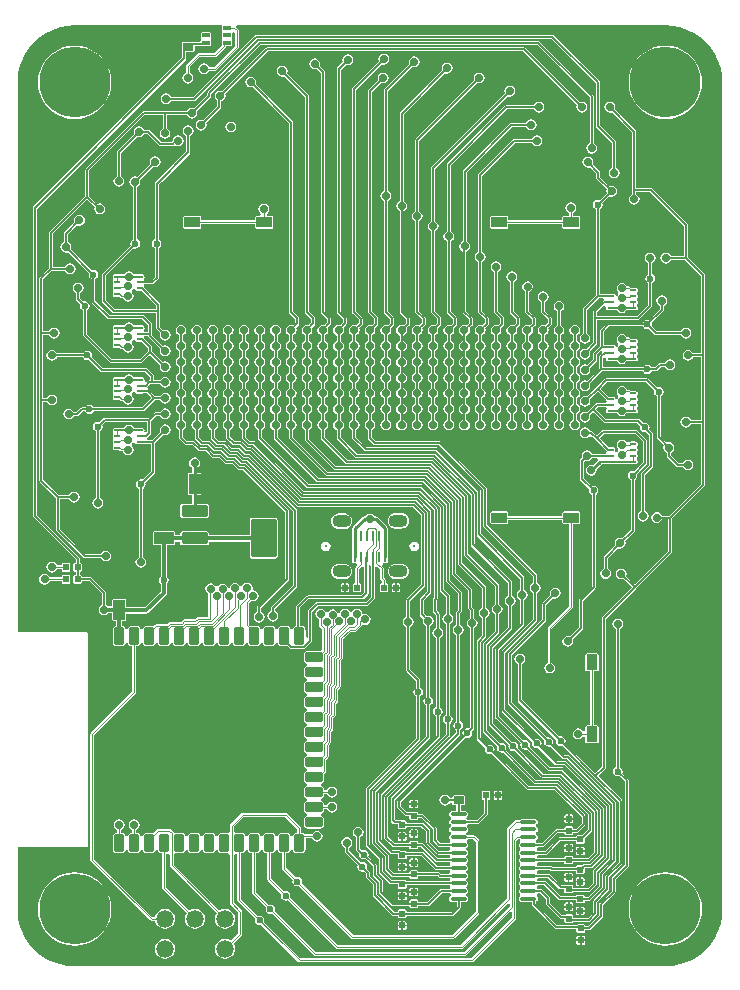
<source format=gbr>
%TF.GenerationSoftware,Altium Limited,Altium Designer,25.4.2 (15)*%
G04 Layer_Physical_Order=4*
G04 Layer_Color=16711680*
%FSLAX45Y45*%
%MOMM*%
%TF.SameCoordinates,19D022B1-5E63-46E7-B1F0-11DBF932BF25*%
%TF.FilePolarity,Positive*%
%TF.FileFunction,Copper,L4,Bot,Signal*%
%TF.Part,Single*%
G01*
G75*
%TA.AperFunction,Conductor*%
%ADD10C,0.12700*%
%ADD44C,0.10160*%
%ADD45C,0.17780*%
%ADD46C,0.25400*%
%TA.AperFunction,ComponentPad*%
%ADD48C,0.56000*%
%ADD49C,0.32500*%
%ADD50O,1.60000X1.10000*%
G04:AMPARAMS|DCode=51|XSize=1.5mm|YSize=1.45mm|CornerRadius=0.3625mm|HoleSize=0mm|Usage=FLASHONLY|Rotation=180.000|XOffset=0mm|YOffset=0mm|HoleType=Round|Shape=RoundedRectangle|*
%AMROUNDEDRECTD51*
21,1,1.50000,0.72500,0,0,180.0*
21,1,0.77500,1.45000,0,0,180.0*
1,1,0.72500,-0.38750,0.36250*
1,1,0.72500,0.38750,0.36250*
1,1,0.72500,0.38750,-0.36250*
1,1,0.72500,-0.38750,-0.36250*
%
%ADD51ROUNDEDRECTD51*%
%ADD52O,1.50000X1.45000*%
%TA.AperFunction,WasherPad*%
%ADD53C,6.00000*%
%TA.AperFunction,ViaPad*%
%ADD54C,0.70000*%
%ADD55C,1.50000*%
%TA.AperFunction,BGAPad,CuDef*%
%ADD56R,0.90000X0.90000*%
%TA.AperFunction,ConnectorPad*%
G04:AMPARAMS|DCode=57|XSize=0.9mm|YSize=1.5mm|CornerRadius=0.225mm|HoleSize=0mm|Usage=FLASHONLY|Rotation=270.000|XOffset=0mm|YOffset=0mm|HoleType=Round|Shape=RoundedRectangle|*
%AMROUNDEDRECTD57*
21,1,0.90000,1.05000,0,0,270.0*
21,1,0.45000,1.50000,0,0,270.0*
1,1,0.45000,-0.52500,-0.22500*
1,1,0.45000,-0.52500,0.22500*
1,1,0.45000,0.52500,0.22500*
1,1,0.45000,0.52500,-0.22500*
%
%ADD57ROUNDEDRECTD57*%
G04:AMPARAMS|DCode=58|XSize=1.5mm|YSize=0.9mm|CornerRadius=0.225mm|HoleSize=0mm|Usage=FLASHONLY|Rotation=270.000|XOffset=0mm|YOffset=0mm|HoleType=Round|Shape=RoundedRectangle|*
%AMROUNDEDRECTD58*
21,1,1.50000,0.45000,0,0,270.0*
21,1,1.05000,0.90000,0,0,270.0*
1,1,0.45000,-0.22500,-0.52500*
1,1,0.45000,-0.22500,0.52500*
1,1,0.45000,0.22500,0.52500*
1,1,0.45000,0.22500,-0.52500*
%
%ADD58ROUNDEDRECTD58*%
%TA.AperFunction,SMDPad,CuDef*%
G04:AMPARAMS|DCode=59|XSize=0.25mm|YSize=0.85mm|CornerRadius=0.0125mm|HoleSize=0mm|Usage=FLASHONLY|Rotation=180.000|XOffset=0mm|YOffset=0mm|HoleType=Round|Shape=RoundedRectangle|*
%AMROUNDEDRECTD59*
21,1,0.25000,0.82500,0,0,180.0*
21,1,0.22500,0.85000,0,0,180.0*
1,1,0.02500,-0.11250,0.41250*
1,1,0.02500,0.11250,0.41250*
1,1,0.02500,0.11250,-0.41250*
1,1,0.02500,-0.11250,-0.41250*
%
%ADD59ROUNDEDRECTD59*%
G04:AMPARAMS|DCode=60|XSize=0.35mm|YSize=0.85mm|CornerRadius=0.0175mm|HoleSize=0mm|Usage=FLASHONLY|Rotation=180.000|XOffset=0mm|YOffset=0mm|HoleType=Round|Shape=RoundedRectangle|*
%AMROUNDEDRECTD60*
21,1,0.35000,0.81500,0,0,180.0*
21,1,0.31500,0.85000,0,0,180.0*
1,1,0.03500,-0.15750,0.40750*
1,1,0.03500,0.15750,0.40750*
1,1,0.03500,0.15750,-0.40750*
1,1,0.03500,-0.15750,-0.40750*
%
%ADD60ROUNDEDRECTD60*%
%ADD61C,0.60000*%
G04:AMPARAMS|DCode=62|XSize=1.3mm|YSize=0.9mm|CornerRadius=0.045mm|HoleSize=0mm|Usage=FLASHONLY|Rotation=180.000|XOffset=0mm|YOffset=0mm|HoleType=Round|Shape=RoundedRectangle|*
%AMROUNDEDRECTD62*
21,1,1.30000,0.81000,0,0,180.0*
21,1,1.21000,0.90000,0,0,180.0*
1,1,0.09000,-0.60500,0.40500*
1,1,0.09000,0.60500,0.40500*
1,1,0.09000,0.60500,-0.40500*
1,1,0.09000,-0.60500,-0.40500*
%
%ADD62ROUNDEDRECTD62*%
G04:AMPARAMS|DCode=63|XSize=1.3mm|YSize=0.9mm|CornerRadius=0.045mm|HoleSize=0mm|Usage=FLASHONLY|Rotation=270.000|XOffset=0mm|YOffset=0mm|HoleType=Round|Shape=RoundedRectangle|*
%AMROUNDEDRECTD63*
21,1,1.30000,0.81000,0,0,270.0*
21,1,1.21000,0.90000,0,0,270.0*
1,1,0.09000,-0.40500,-0.60500*
1,1,0.09000,-0.40500,0.60500*
1,1,0.09000,0.40500,0.60500*
1,1,0.09000,0.40500,-0.60500*
%
%ADD63ROUNDEDRECTD63*%
%ADD64O,0.60000X0.20000*%
%ADD65O,1.40000X0.32500*%
%ADD66R,2.44000X3.42000*%
G04:AMPARAMS|DCode=67|XSize=1mm|YSize=2.15mm|CornerRadius=0.05mm|HoleSize=0mm|Usage=FLASHONLY|Rotation=270.000|XOffset=0mm|YOffset=0mm|HoleType=Round|Shape=RoundedRectangle|*
%AMROUNDEDRECTD67*
21,1,1.00000,2.05000,0,0,270.0*
21,1,0.90000,2.15000,0,0,270.0*
1,1,0.10000,-1.02500,-0.45000*
1,1,0.10000,-1.02500,0.45000*
1,1,0.10000,1.02500,0.45000*
1,1,0.10000,1.02500,-0.45000*
%
%ADD67ROUNDEDRECTD67*%
G04:AMPARAMS|DCode=68|XSize=3.25mm|YSize=2.15mm|CornerRadius=0.1075mm|HoleSize=0mm|Usage=FLASHONLY|Rotation=270.000|XOffset=0mm|YOffset=0mm|HoleType=Round|Shape=RoundedRectangle|*
%AMROUNDEDRECTD68*
21,1,3.25000,1.93500,0,0,270.0*
21,1,3.03500,2.15000,0,0,270.0*
1,1,0.21500,-0.96750,-1.51750*
1,1,0.21500,-0.96750,1.51750*
1,1,0.21500,0.96750,1.51750*
1,1,0.21500,0.96750,-1.51750*
%
%ADD68ROUNDEDRECTD68*%
G04:AMPARAMS|DCode=69|XSize=1.65mm|YSize=0.95mm|CornerRadius=0.00475mm|HoleSize=0mm|Usage=FLASHONLY|Rotation=90.000|XOffset=0mm|YOffset=0mm|HoleType=Round|Shape=RoundedRectangle|*
%AMROUNDEDRECTD69*
21,1,1.65000,0.94050,0,0,90.0*
21,1,1.64050,0.95000,0,0,90.0*
1,1,0.00950,0.47025,0.82025*
1,1,0.00950,0.47025,-0.82025*
1,1,0.00950,-0.47025,-0.82025*
1,1,0.00950,-0.47025,0.82025*
%
%ADD69ROUNDEDRECTD69*%
G04:AMPARAMS|DCode=70|XSize=1.65mm|YSize=0.95mm|CornerRadius=0.00475mm|HoleSize=0mm|Usage=FLASHONLY|Rotation=0.000|XOffset=0mm|YOffset=0mm|HoleType=Round|Shape=RoundedRectangle|*
%AMROUNDEDRECTD70*
21,1,1.65000,0.94050,0,0,0.0*
21,1,1.64050,0.95000,0,0,0.0*
1,1,0.00950,0.82025,-0.47025*
1,1,0.00950,-0.82025,-0.47025*
1,1,0.00950,-0.82025,0.47025*
1,1,0.00950,0.82025,0.47025*
%
%ADD70ROUNDEDRECTD70*%
G04:AMPARAMS|DCode=71|XSize=0.5mm|YSize=0.55mm|CornerRadius=0.025mm|HoleSize=0mm|Usage=FLASHONLY|Rotation=270.000|XOffset=0mm|YOffset=0mm|HoleType=Round|Shape=RoundedRectangle|*
%AMROUNDEDRECTD71*
21,1,0.50000,0.50000,0,0,270.0*
21,1,0.45000,0.55000,0,0,270.0*
1,1,0.05000,-0.25000,-0.22500*
1,1,0.05000,-0.25000,0.22500*
1,1,0.05000,0.25000,0.22500*
1,1,0.05000,0.25000,-0.22500*
%
%ADD71ROUNDEDRECTD71*%
G04:AMPARAMS|DCode=72|XSize=0.5mm|YSize=0.55mm|CornerRadius=0.025mm|HoleSize=0mm|Usage=FLASHONLY|Rotation=0.000|XOffset=0mm|YOffset=0mm|HoleType=Round|Shape=RoundedRectangle|*
%AMROUNDEDRECTD72*
21,1,0.50000,0.50000,0,0,0.0*
21,1,0.45000,0.55000,0,0,0.0*
1,1,0.05000,0.22500,-0.25000*
1,1,0.05000,-0.22500,-0.25000*
1,1,0.05000,-0.22500,0.25000*
1,1,0.05000,0.22500,0.25000*
%
%ADD72ROUNDEDRECTD72*%
G04:AMPARAMS|DCode=73|XSize=0.85mm|YSize=0.6mm|CornerRadius=0.003mm|HoleSize=0mm|Usage=FLASHONLY|Rotation=180.000|XOffset=0mm|YOffset=0mm|HoleType=Round|Shape=RoundedRectangle|*
%AMROUNDEDRECTD73*
21,1,0.85000,0.59400,0,0,180.0*
21,1,0.84400,0.60000,0,0,180.0*
1,1,0.00600,-0.42200,0.29700*
1,1,0.00600,0.42200,0.29700*
1,1,0.00600,0.42200,-0.29700*
1,1,0.00600,-0.42200,-0.29700*
%
%ADD73ROUNDEDRECTD73*%
%TA.AperFunction,ConnectorPad*%
G04:AMPARAMS|DCode=74|XSize=0.3mm|YSize=0.65mm|CornerRadius=0.015mm|HoleSize=0mm|Usage=FLASHONLY|Rotation=90.000|XOffset=0mm|YOffset=0mm|HoleType=Round|Shape=RoundedRectangle|*
%AMROUNDEDRECTD74*
21,1,0.30000,0.62000,0,0,90.0*
21,1,0.27000,0.65000,0,0,90.0*
1,1,0.03000,0.31000,0.13500*
1,1,0.03000,0.31000,-0.13500*
1,1,0.03000,-0.31000,-0.13500*
1,1,0.03000,-0.31000,0.13500*
%
%ADD74ROUNDEDRECTD74*%
%TA.AperFunction,Conductor*%
%ADD75C,0.13647*%
%ADD76C,0.09760*%
%ADD77C,0.35000*%
%ADD78C,0.09759*%
G36*
X500002Y7983502D02*
X1743037D01*
X1746379Y7978500D01*
Y7951500D01*
X1750076Y7942576D01*
X1750507Y7942397D01*
Y7922603D01*
X1750076Y7922424D01*
X1746379Y7913500D01*
Y7886500D01*
X1750076Y7877576D01*
X1750507Y7877397D01*
Y7857603D01*
X1750076Y7857424D01*
X1746379Y7848500D01*
Y7821500D01*
X1748369Y7816697D01*
X1676788Y7745117D01*
X1549026D01*
X1537362Y7740285D01*
X1445194Y7648117D01*
X1440362Y7636452D01*
Y7578339D01*
X1439237Y7578115D01*
X1424299Y7568134D01*
X1414318Y7553196D01*
X1410813Y7535576D01*
X1414318Y7517955D01*
X1424299Y7503017D01*
X1439237Y7493036D01*
X1456858Y7489531D01*
X1474478Y7493036D01*
X1489416Y7503017D01*
X1499398Y7517955D01*
X1502903Y7535576D01*
X1499398Y7553196D01*
X1489416Y7568134D01*
X1474478Y7578115D01*
X1473354Y7578339D01*
Y7629620D01*
X1555859Y7712125D01*
X1683621D01*
X1695285Y7716957D01*
X1777737Y7799409D01*
X1781660Y7808879D01*
X1821000D01*
X1829924Y7812576D01*
X1833621Y7821500D01*
Y7848500D01*
X1829924Y7857424D01*
X1829493Y7857603D01*
Y7877397D01*
X1829924Y7877576D01*
X1833621Y7886500D01*
Y7913500D01*
X1829924Y7922424D01*
X1836131Y7928685D01*
X1853679Y7920501D01*
Y7806300D01*
X1681064Y7633685D01*
X1634831D01*
X1634607Y7634809D01*
X1624626Y7649747D01*
X1609688Y7659729D01*
X1592067Y7663234D01*
X1574447Y7659729D01*
X1559509Y7649747D01*
X1549528Y7634809D01*
X1546023Y7617189D01*
X1549528Y7599568D01*
X1559509Y7584630D01*
X1574447Y7574649D01*
X1592067Y7571144D01*
X1609688Y7574649D01*
X1624626Y7584630D01*
X1634607Y7599568D01*
X1634831Y7600693D01*
X1687896D01*
X1699560Y7605525D01*
X1881839Y7787803D01*
X1886671Y7799468D01*
Y7940846D01*
X1881839Y7952511D01*
X1869135Y7965214D01*
X1876710Y7983502D01*
X5500002D01*
X5502138Y7984387D01*
X5563243Y7980382D01*
X5625405Y7968018D01*
X5685420Y7947645D01*
X5742263Y7919613D01*
X5794961Y7884401D01*
X5842612Y7842612D01*
X5884401Y7794962D01*
X5919613Y7742264D01*
X5947645Y7685420D01*
X5968017Y7625405D01*
X5980382Y7563243D01*
X5983333Y7518217D01*
X5983504Y7500000D01*
X5983505Y7499997D01*
X5983505Y7481712D01*
X5983506Y500006D01*
X5983504Y500000D01*
X5983504D01*
X5983333Y481783D01*
X5980382Y436757D01*
X5968018Y374595D01*
X5947645Y314580D01*
X5919613Y257737D01*
X5884401Y205039D01*
X5842612Y157388D01*
X5794961Y115599D01*
X5742264Y80387D01*
X5685420Y52355D01*
X5625405Y31983D01*
X5563243Y19618D01*
X5502176Y15616D01*
X5500000Y16517D01*
X500000D01*
X497823Y15615D01*
X436757Y19618D01*
X374595Y31982D01*
X314580Y52355D01*
X257737Y80387D01*
X205039Y115599D01*
X157388Y157388D01*
X115599Y205038D01*
X80387Y257736D01*
X52355Y314580D01*
X31983Y374595D01*
X19618Y436757D01*
X16667Y481783D01*
X16496Y500000D01*
X16495Y500003D01*
X16495Y518288D01*
Y1024483D01*
X600080D01*
X607856Y1027704D01*
X611077Y1035480D01*
Y2835480D01*
X607856Y2843256D01*
X600080Y2846477D01*
X16494D01*
X16493Y7499994D01*
X16496Y7500000D01*
X16496D01*
X16667Y7518217D01*
X19618Y7563243D01*
X31982Y7625405D01*
X52355Y7685420D01*
X80387Y7742263D01*
X115599Y7794961D01*
X157388Y7842612D01*
X205038Y7884401D01*
X257736Y7919613D01*
X314580Y7947645D01*
X374595Y7968017D01*
X436757Y7980382D01*
X497866Y7984387D01*
X500002Y7983502D01*
D02*
G37*
%LPC*%
G36*
X1641000Y7926121D02*
X1579000D01*
X1570076Y7922424D01*
X1566379Y7913500D01*
Y7886500D01*
X1570076Y7877576D01*
X1570507Y7877397D01*
Y7859762D01*
X1561167Y7843183D01*
X1505990D01*
X1505733Y7843132D01*
X1504600Y7843602D01*
X1420200D01*
X1412194Y7840286D01*
X1408878Y7832280D01*
Y7772880D01*
X1409417Y7771580D01*
Y7710727D01*
X148978Y6450288D01*
X145329Y6444827D01*
X144047Y6438385D01*
Y3832061D01*
X145329Y3825619D01*
X148978Y3820158D01*
X508167Y3460969D01*
Y3433703D01*
X502500D01*
X492810Y3429690D01*
X488797Y3420000D01*
Y3370000D01*
X492810Y3360311D01*
X502500Y3356297D01*
X508167D01*
Y3333703D01*
X502500D01*
X492810Y3329690D01*
X488797Y3320000D01*
Y3270000D01*
X492810Y3260310D01*
X502500Y3256297D01*
X547500D01*
X557190Y3260310D01*
X561203Y3270000D01*
Y3278167D01*
X625527D01*
X730667Y3173027D01*
Y3077696D01*
X729879Y3077539D01*
X714941Y3067558D01*
X704960Y3052620D01*
X701455Y3035000D01*
X704960Y3017379D01*
X714941Y3002441D01*
X729879Y2992460D01*
X747500Y2988955D01*
X765120Y2992460D01*
X780058Y3002441D01*
X782969Y3006798D01*
X817544D01*
Y2952975D01*
X820915Y2944835D01*
X829055Y2941464D01*
X847878D01*
Y2895146D01*
X840837Y2893745D01*
X830034Y2886526D01*
X822815Y2875723D01*
X820280Y2862980D01*
Y2757980D01*
X822815Y2745237D01*
X830034Y2734434D01*
X840837Y2727215D01*
X853580Y2724680D01*
X898580D01*
X911323Y2727215D01*
X922126Y2734434D01*
X929345Y2745237D01*
X930257Y2749821D01*
X948903D01*
X949815Y2745237D01*
X957034Y2734434D01*
X967837Y2727215D01*
X980580Y2724680D01*
X986584D01*
Y2344913D01*
X635629Y1993957D01*
X630797Y1982293D01*
Y920376D01*
X635629Y908711D01*
X1138508Y405832D01*
X1150173Y401000D01*
X1182299D01*
X1182968Y395917D01*
X1191297Y375809D01*
X1204546Y358542D01*
X1221813Y345292D01*
X1241922Y336964D01*
X1263500Y334123D01*
X1268500D01*
X1290078Y336964D01*
X1310187Y345292D01*
X1327454Y358542D01*
X1340703Y375809D01*
X1349032Y395917D01*
X1351873Y417496D01*
X1349032Y439074D01*
X1340703Y459182D01*
X1327454Y476449D01*
X1310187Y489699D01*
X1290078Y498028D01*
X1268500Y500869D01*
X1263500D01*
X1241922Y498028D01*
X1221813Y489699D01*
X1204546Y476449D01*
X1191297Y459182D01*
X1182968Y439074D01*
X1182299Y433992D01*
X1157006D01*
X663789Y927208D01*
Y1975460D01*
X1014744Y2326415D01*
X1019576Y2338080D01*
Y2724680D01*
X1025580D01*
X1038323Y2727215D01*
X1049126Y2734434D01*
X1056345Y2745237D01*
X1057257Y2749821D01*
X1075903D01*
X1076815Y2745237D01*
X1084034Y2734434D01*
X1094837Y2727215D01*
X1107580Y2724680D01*
X1152580D01*
X1165323Y2727215D01*
X1176126Y2734434D01*
X1183345Y2745237D01*
X1184257Y2749821D01*
X1202903D01*
X1203815Y2745237D01*
X1211034Y2734434D01*
X1221837Y2727215D01*
X1234580Y2724680D01*
X1279580D01*
X1292323Y2727215D01*
X1303126Y2734434D01*
X1310345Y2745237D01*
X1311257Y2749821D01*
X1329903D01*
X1330815Y2745237D01*
X1338034Y2734434D01*
X1348837Y2727215D01*
X1361580Y2724680D01*
X1406580D01*
X1419323Y2727215D01*
X1430126Y2734434D01*
X1437345Y2745237D01*
X1438257Y2749821D01*
X1456903D01*
X1457815Y2745237D01*
X1465034Y2734434D01*
X1475837Y2727215D01*
X1488580Y2724680D01*
X1533580D01*
X1546323Y2727215D01*
X1557126Y2734434D01*
X1564345Y2745237D01*
X1565257Y2749821D01*
X1583903D01*
X1584815Y2745237D01*
X1592034Y2734434D01*
X1602837Y2727215D01*
X1615580Y2724680D01*
X1660580D01*
X1673323Y2727215D01*
X1684126Y2734434D01*
X1691345Y2745237D01*
X1692257Y2749821D01*
X1710903D01*
X1711815Y2745237D01*
X1719034Y2734434D01*
X1729837Y2727215D01*
X1742580Y2724680D01*
X1787580D01*
X1800323Y2727215D01*
X1811126Y2734434D01*
X1818345Y2745237D01*
X1819257Y2749821D01*
X1837903D01*
X1838815Y2745237D01*
X1846034Y2734434D01*
X1856837Y2727215D01*
X1869580Y2724680D01*
X1914580D01*
X1927323Y2727215D01*
X1938126Y2734434D01*
X1945345Y2745237D01*
X1946257Y2749821D01*
X1964903D01*
X1965815Y2745237D01*
X1973034Y2734434D01*
X1983837Y2727215D01*
X1996580Y2724680D01*
X2041580D01*
X2054323Y2727215D01*
X2065126Y2734434D01*
X2072345Y2745237D01*
X2073257Y2749821D01*
X2091903D01*
X2092815Y2745237D01*
X2100034Y2734434D01*
X2110837Y2727215D01*
X2123580Y2724680D01*
X2168580D01*
X2181323Y2727215D01*
X2192126Y2734434D01*
X2199345Y2745237D01*
X2200257Y2749821D01*
X2218903D01*
X2219815Y2745237D01*
X2227034Y2734434D01*
X2237837Y2727215D01*
X2250580Y2724680D01*
X2295580D01*
X2302133Y2725984D01*
X2319325Y2708792D01*
X2324943Y2705038D01*
X2331569Y2703720D01*
X2437883D01*
X2444509Y2705038D01*
X2450127Y2708792D01*
X2503943Y2762607D01*
X2507697Y2768225D01*
X2509015Y2774852D01*
Y3016534D01*
X2561327Y3068846D01*
X2974242D01*
X2980868Y3070164D01*
X2986486Y3073918D01*
X3037245Y3124676D01*
X3040998Y3130294D01*
X3042317Y3136921D01*
Y3395432D01*
X3059213Y3402430D01*
X3083504Y3378139D01*
Y3303225D01*
X3088336Y3291561D01*
X3101861Y3278036D01*
X3101846Y3259748D01*
X3095867D01*
X3086178Y3255734D01*
X3082164Y3246045D01*
Y3196045D01*
X3086178Y3186355D01*
X3095867Y3182342D01*
X3140867D01*
X3150557Y3186355D01*
X3154571Y3196045D01*
Y3246045D01*
X3150557Y3255734D01*
X3140867Y3259748D01*
X3134863D01*
Y3284858D01*
X3130032Y3296522D01*
X3116496Y3310058D01*
Y3384971D01*
X3111664Y3396635D01*
X3105625Y3402675D01*
X3108350Y3425697D01*
X3113393Y3428747D01*
X3113750Y3428599D01*
X3136250D01*
X3144983Y3432217D01*
X3148600Y3440949D01*
Y3523450D01*
X3148308Y3524155D01*
Y3620244D01*
X3148600Y3620950D01*
Y3703450D01*
X3148308Y3704155D01*
Y3726119D01*
X3146534Y3735038D01*
X3141481Y3742600D01*
X3065101Y3818980D01*
X3057539Y3824033D01*
X3048620Y3825807D01*
X3038740D01*
X3032559Y3835058D01*
X3017621Y3845039D01*
X3000000Y3848544D01*
X2982380Y3845039D01*
X2967442Y3835058D01*
X2961261Y3825807D01*
X2953615D01*
X2944695Y3824033D01*
X2937134Y3818980D01*
X2858520Y3740366D01*
X2853467Y3732805D01*
X2851693Y3723885D01*
Y3704155D01*
X2851401Y3703450D01*
Y3620950D01*
X2851693Y3620244D01*
Y3524155D01*
X2851401Y3523450D01*
Y3440949D01*
X2855018Y3432217D01*
X2863751Y3428599D01*
X2883496D01*
X2888984Y3421165D01*
X2892463Y3411703D01*
X2877778Y3397018D01*
X2872947Y3385354D01*
Y3259744D01*
X2866942D01*
X2857253Y3255730D01*
X2853239Y3246041D01*
Y3196041D01*
X2857253Y3186351D01*
X2866942Y3182338D01*
X2911943D01*
X2921632Y3186351D01*
X2925646Y3196041D01*
Y3246041D01*
X2921632Y3255730D01*
X2911943Y3259744D01*
X2905938D01*
Y3378522D01*
X2934508Y3407091D01*
X2944667Y3405397D01*
X2952796Y3401485D01*
Y3182285D01*
X2927455Y3156945D01*
X2471314D01*
X2464687Y3155626D01*
X2459069Y3151873D01*
X2374882Y3067686D01*
X2371128Y3062068D01*
X2369810Y3055441D01*
Y2894734D01*
X2364837Y2893745D01*
X2354034Y2886526D01*
X2346815Y2875723D01*
X2345903Y2871139D01*
X2327257D01*
X2326345Y2875723D01*
X2319126Y2886526D01*
X2308323Y2893745D01*
X2295580Y2896280D01*
X2250580D01*
X2237837Y2893745D01*
X2227034Y2886526D01*
X2219815Y2875723D01*
X2218903Y2871139D01*
X2200257D01*
X2199345Y2875723D01*
X2192126Y2886526D01*
X2181323Y2893745D01*
X2168580Y2896280D01*
X2123580D01*
X2110837Y2893745D01*
X2100034Y2886526D01*
X2092815Y2875723D01*
X2091903Y2871139D01*
X2073257D01*
X2072345Y2875723D01*
X2065126Y2886526D01*
X2054323Y2893745D01*
X2041580Y2896280D01*
X1996580D01*
X1987418Y2894457D01*
X1971844Y2910031D01*
Y3092570D01*
X1992914Y3113640D01*
X1993868Y3113003D01*
X2011488Y3109498D01*
X2029109Y3113003D01*
X2044047Y3122984D01*
X2054028Y3137922D01*
X2057533Y3155543D01*
X2054028Y3173163D01*
X2044047Y3188101D01*
X2029109Y3198083D01*
X2011489Y3201587D01*
X2005168Y3218977D01*
X2002106Y3234367D01*
X1992125Y3249305D01*
X1977187Y3259286D01*
X1959567Y3262791D01*
X1941946Y3259286D01*
X1927008Y3249305D01*
X1918759Y3236959D01*
X1909046Y3235459D01*
X1898875Y3236850D01*
X1890688Y3249102D01*
X1875750Y3259083D01*
X1858129Y3262588D01*
X1840509Y3259083D01*
X1825571Y3249102D01*
X1815590Y3234164D01*
X1813416Y3223235D01*
X1794769D01*
X1793721Y3228507D01*
X1783740Y3243445D01*
X1768802Y3253426D01*
X1751181Y3256931D01*
X1733561Y3253426D01*
X1718623Y3243445D01*
X1711233Y3232384D01*
X1695476Y3232584D01*
X1691804Y3233720D01*
X1682558Y3247558D01*
X1667620Y3257540D01*
X1649999Y3261045D01*
X1632379Y3257540D01*
X1617441Y3247558D01*
X1607460Y3232620D01*
X1603955Y3215000D01*
X1607460Y3197379D01*
X1617441Y3182441D01*
X1631870Y3172800D01*
Y2975636D01*
X1542646D01*
X1530982Y2970804D01*
X1515494Y2955316D01*
X1427168D01*
X1415504Y2950484D01*
X1400015Y2934996D01*
X1306195D01*
X1294531Y2930164D01*
X1279043Y2914676D01*
X1187856D01*
X1176192Y2909845D01*
X1160960Y2894613D01*
X1152580Y2896280D01*
X1107580D01*
X1094837Y2893745D01*
X1084034Y2886526D01*
X1076815Y2875723D01*
X1075903Y2871139D01*
X1057257D01*
X1056345Y2875723D01*
X1049126Y2886526D01*
X1038323Y2893745D01*
X1025580Y2896280D01*
X980580D01*
X967837Y2893745D01*
X957034Y2886526D01*
X949815Y2875723D01*
X948903Y2871139D01*
X930257D01*
X929345Y2875723D01*
X922126Y2886526D01*
X911323Y2893745D01*
X904282Y2895146D01*
Y2941464D01*
X923105D01*
X931245Y2944835D01*
X934616Y2952975D01*
Y3001666D01*
X1105314D01*
X1116106Y3003813D01*
X1125255Y3009926D01*
X1274542Y3159213D01*
X1280655Y3168362D01*
X1282802Y3179154D01*
Y3256590D01*
X1283554Y3257092D01*
X1292430Y3270376D01*
X1295547Y3286046D01*
X1292430Y3301716D01*
X1283554Y3315000D01*
X1282802Y3315502D01*
Y3582763D01*
X1336625D01*
X1344765Y3586135D01*
X1348136Y3594275D01*
Y3613098D01*
X1395192D01*
Y3596300D01*
X1399998Y3584697D01*
X1411601Y3579891D01*
X1616601D01*
X1628204Y3584697D01*
X1633010Y3596300D01*
Y3613098D01*
X1981031D01*
Y3489550D01*
X1982653Y3481391D01*
X1987275Y3474474D01*
X1994192Y3469853D01*
X2002350Y3468230D01*
X2195850D01*
X2204009Y3469853D01*
X2210925Y3474474D01*
X2215547Y3481391D01*
X2217170Y3489550D01*
Y3793050D01*
X2215547Y3801209D01*
X2210925Y3808125D01*
X2204009Y3812747D01*
X2195850Y3814370D01*
X2002350D01*
X1994192Y3812747D01*
X1987275Y3808125D01*
X1982653Y3801209D01*
X1981031Y3793050D01*
Y3669501D01*
X1633010D01*
Y3686300D01*
X1628204Y3697903D01*
X1616601Y3702709D01*
X1411601D01*
X1399998Y3697903D01*
X1395192Y3686300D01*
Y3669501D01*
X1348136D01*
Y3688325D01*
X1344765Y3696465D01*
X1336625Y3699836D01*
X1172575D01*
X1164436Y3696465D01*
X1161064Y3688325D01*
Y3594275D01*
X1164436Y3586135D01*
X1172575Y3582763D01*
X1226399D01*
Y3315502D01*
X1225647Y3315000D01*
X1216770Y3301716D01*
X1213653Y3286046D01*
X1216770Y3270376D01*
X1225647Y3257092D01*
X1226399Y3256590D01*
Y3190836D01*
X1093632Y3058069D01*
X934616D01*
Y3117025D01*
X931245Y3125164D01*
X923105Y3128536D01*
X829055D01*
X820915Y3125164D01*
X817544Y3117025D01*
Y3063201D01*
X782969D01*
X780058Y3067558D01*
X765120Y3077539D01*
X764333Y3077696D01*
Y3180000D01*
X763052Y3186442D01*
X759403Y3191903D01*
X644403Y3306903D01*
X638942Y3310552D01*
X632500Y3311833D01*
X561203D01*
Y3320000D01*
X557190Y3329690D01*
X547500Y3333703D01*
X541833D01*
Y3356297D01*
X547500D01*
X557190Y3360311D01*
X561203Y3370000D01*
Y3420000D01*
X557190Y3429690D01*
X547500Y3433703D01*
X541833D01*
Y3467942D01*
X540552Y3474383D01*
X536903Y3479844D01*
X177714Y3839033D01*
Y6431413D01*
X1438153Y7691851D01*
X1441802Y7697312D01*
X1443083Y7703754D01*
Y7761558D01*
X1504600D01*
X1512606Y7764874D01*
X1515922Y7772880D01*
Y7809517D01*
X1577461D01*
X1579000Y7808879D01*
X1641000D01*
X1649924Y7812576D01*
X1653621Y7821500D01*
Y7848500D01*
X1649924Y7857424D01*
X1649493Y7857603D01*
Y7877397D01*
X1649924Y7877576D01*
X1653621Y7886500D01*
Y7913500D01*
X1649924Y7922424D01*
X1641000Y7926121D01*
D02*
G37*
G36*
X3117773Y7743474D02*
X3100152Y7739970D01*
X3085214Y7729988D01*
X3075233Y7715050D01*
X3071728Y7697430D01*
X3075233Y7679809D01*
X3075679Y7679142D01*
X2854771Y7458234D01*
X2851122Y7452773D01*
X2849840Y7446331D01*
Y5553552D01*
X2851122Y5547110D01*
X2854771Y5541649D01*
X2903050Y5493369D01*
Y5460172D01*
X2884961Y5442084D01*
X2884294Y5442530D01*
X2866673Y5446035D01*
X2849053Y5442530D01*
X2834115Y5432548D01*
X2824134Y5417610D01*
X2820629Y5399990D01*
X2824134Y5382369D01*
X2834115Y5367431D01*
X2849053Y5357450D01*
X2849840Y5357294D01*
Y5309356D01*
X2849053Y5309200D01*
X2834115Y5299219D01*
X2824134Y5284281D01*
X2820629Y5266660D01*
X2824134Y5249040D01*
X2834115Y5234102D01*
X2849053Y5224120D01*
X2849840Y5223964D01*
Y5176026D01*
X2849053Y5175870D01*
X2834115Y5165889D01*
X2824134Y5150951D01*
X2820629Y5133330D01*
X2824134Y5115710D01*
X2834115Y5100772D01*
X2849053Y5090790D01*
X2849840Y5090634D01*
Y5042696D01*
X2849053Y5042540D01*
X2834115Y5032559D01*
X2824134Y5017621D01*
X2820629Y5000000D01*
X2824134Y4982380D01*
X2834115Y4967442D01*
X2849053Y4957460D01*
X2849840Y4957304D01*
Y4909366D01*
X2849053Y4909210D01*
X2834115Y4899228D01*
X2824134Y4884290D01*
X2820629Y4866670D01*
X2824134Y4849049D01*
X2834115Y4834111D01*
X2849053Y4824130D01*
X2849840Y4823974D01*
Y4776036D01*
X2849053Y4775880D01*
X2834115Y4765899D01*
X2824134Y4750961D01*
X2820629Y4733340D01*
X2824134Y4715720D01*
X2834115Y4700782D01*
X2849053Y4690800D01*
X2849840Y4690644D01*
Y4642706D01*
X2849053Y4642550D01*
X2834115Y4632569D01*
X2824134Y4617631D01*
X2820629Y4600010D01*
X2824134Y4582390D01*
X2834115Y4567452D01*
X2849053Y4557470D01*
X2849840Y4557314D01*
Y4489089D01*
X2851122Y4482647D01*
X2854771Y4477186D01*
X2950904Y4381053D01*
X2956365Y4377404D01*
X2962807Y4376122D01*
X3560065D01*
X3904282Y4031905D01*
Y3673303D01*
X3905563Y3666861D01*
X3909212Y3661400D01*
X4272055Y3298556D01*
Y3204668D01*
X4271268Y3204512D01*
X4256330Y3194531D01*
X4246349Y3179593D01*
X4242844Y3161972D01*
X4246349Y3144352D01*
X4256330Y3129414D01*
X4271268Y3119432D01*
X4272055Y3119276D01*
Y2918641D01*
X4066056Y2712642D01*
X4062407Y2707181D01*
X4061126Y2700739D01*
Y2125384D01*
X4062407Y2118942D01*
X4066056Y2113481D01*
X4274593Y1904944D01*
X4271750Y1890646D01*
X4274866Y1874976D01*
X4283743Y1861692D01*
X4297027Y1852816D01*
X4312696Y1849699D01*
X4326994Y1852543D01*
X4507598Y1671940D01*
X4513059Y1668290D01*
X4519500Y1667009D01*
X4625599D01*
X4947395Y1345213D01*
Y962628D01*
X4866115Y881348D01*
X4810902D01*
X4804460Y880067D01*
X4798999Y876418D01*
X4792983Y870401D01*
X4755585D01*
X4745896Y866388D01*
X4743224Y859936D01*
X4547026D01*
X4545059Y861903D01*
X4539598Y865552D01*
X4533157Y866833D01*
X4414265D01*
X4412791Y869040D01*
X4411320Y888877D01*
X4419414Y898167D01*
X4644357D01*
Y894215D01*
X4648370Y884525D01*
X4658060Y880512D01*
X4708060D01*
X4717749Y884525D01*
X4721763Y894215D01*
Y899881D01*
X4851466D01*
X4857907Y901163D01*
X4863368Y904812D01*
X4923931Y965374D01*
X4927580Y970835D01*
X4928862Y977277D01*
Y1330564D01*
X4927580Y1337006D01*
X4923931Y1342467D01*
X4622853Y1643545D01*
X4617392Y1647194D01*
X4610950Y1648476D01*
X4466766D01*
X4251392Y1863850D01*
X4254236Y1878147D01*
X4251119Y1893817D01*
X4242243Y1907101D01*
X4228959Y1915977D01*
X4213289Y1919094D01*
X4198992Y1916250D01*
X4042593Y2072649D01*
Y2715389D01*
X4199078Y2871874D01*
X4202727Y2877335D01*
X4204008Y2883777D01*
Y3065160D01*
X4204796Y3065316D01*
X4219733Y3075297D01*
X4229715Y3090235D01*
X4233220Y3107856D01*
X4229715Y3125476D01*
X4219733Y3140414D01*
X4204796Y3150396D01*
X4204008Y3150552D01*
Y3269701D01*
X4202727Y3276143D01*
X4199078Y3281604D01*
X3885748Y3594933D01*
Y4017256D01*
X3884467Y4023698D01*
X3880818Y4029159D01*
X3557319Y4352659D01*
X3551858Y4356308D01*
X3545416Y4357589D01*
X2889435D01*
X2750177Y4496847D01*
Y4557314D01*
X2750964Y4557470D01*
X2765902Y4567452D01*
X2775883Y4582390D01*
X2779388Y4600010D01*
X2775883Y4617631D01*
X2765902Y4632569D01*
X2750964Y4642550D01*
X2750177Y4642706D01*
Y4690644D01*
X2750964Y4690800D01*
X2765902Y4700782D01*
X2775883Y4715720D01*
X2779388Y4733340D01*
X2775883Y4750961D01*
X2765902Y4765899D01*
X2750964Y4775880D01*
X2750177Y4776036D01*
Y4823974D01*
X2750964Y4824130D01*
X2765902Y4834111D01*
X2775883Y4849049D01*
X2779388Y4866670D01*
X2775883Y4884290D01*
X2765902Y4899228D01*
X2750964Y4909210D01*
X2750177Y4909366D01*
Y4957304D01*
X2750964Y4957460D01*
X2765902Y4967442D01*
X2775883Y4982380D01*
X2779388Y5000000D01*
X2775883Y5017621D01*
X2765902Y5032559D01*
X2750964Y5042540D01*
X2750177Y5042696D01*
Y5090634D01*
X2750964Y5090790D01*
X2765902Y5100772D01*
X2775883Y5115710D01*
X2779388Y5133330D01*
X2775883Y5150951D01*
X2765902Y5165889D01*
X2750964Y5175870D01*
X2750177Y5176026D01*
Y5223964D01*
X2750964Y5224120D01*
X2765902Y5234102D01*
X2775883Y5249040D01*
X2779388Y5266660D01*
X2775883Y5284281D01*
X2765902Y5299219D01*
X2750964Y5309200D01*
X2750177Y5309356D01*
Y5357294D01*
X2750964Y5357450D01*
X2765902Y5367431D01*
X2775883Y5382369D01*
X2779388Y5399990D01*
X2775883Y5417610D01*
X2772285Y5422995D01*
X2796757Y5447466D01*
X2800406Y5452927D01*
X2801687Y5459369D01*
Y5502041D01*
X2800406Y5508483D01*
X2796757Y5513944D01*
X2750177Y5560524D01*
Y7608136D01*
X2793370Y7651329D01*
X2794037Y7650883D01*
X2811658Y7647378D01*
X2829278Y7650883D01*
X2844216Y7660864D01*
X2854197Y7675802D01*
X2857702Y7693423D01*
X2854197Y7711043D01*
X2844216Y7725981D01*
X2829278Y7735962D01*
X2811658Y7739467D01*
X2794037Y7735962D01*
X2779099Y7725981D01*
X2769118Y7711043D01*
X2765613Y7693423D01*
X2769118Y7675802D01*
X2769564Y7675135D01*
X2721441Y7627011D01*
X2717792Y7621550D01*
X2716510Y7615108D01*
Y5553552D01*
X2717792Y5547110D01*
X2721441Y5541649D01*
X2768020Y5495069D01*
Y5466342D01*
X2745329Y5443651D01*
X2733344Y5446035D01*
X2715723Y5442530D01*
X2700785Y5432548D01*
X2690804Y5417610D01*
X2687299Y5399990D01*
X2690804Y5382369D01*
X2700785Y5367431D01*
X2715723Y5357450D01*
X2716510Y5357294D01*
Y5309356D01*
X2715723Y5309200D01*
X2700785Y5299219D01*
X2690804Y5284281D01*
X2687299Y5266660D01*
X2690804Y5249040D01*
X2700785Y5234102D01*
X2715723Y5224120D01*
X2716510Y5223964D01*
Y5176026D01*
X2715723Y5175870D01*
X2700785Y5165889D01*
X2690804Y5150951D01*
X2687299Y5133330D01*
X2690804Y5115710D01*
X2700785Y5100772D01*
X2715723Y5090790D01*
X2716510Y5090634D01*
Y5042696D01*
X2715723Y5042540D01*
X2700785Y5032559D01*
X2690804Y5017621D01*
X2687299Y5000000D01*
X2690804Y4982380D01*
X2700785Y4967442D01*
X2715723Y4957460D01*
X2716510Y4957304D01*
Y4909366D01*
X2715723Y4909210D01*
X2700785Y4899228D01*
X2690804Y4884290D01*
X2687299Y4866670D01*
X2690804Y4849049D01*
X2700785Y4834111D01*
X2715723Y4824130D01*
X2716510Y4823974D01*
Y4776036D01*
X2715723Y4775880D01*
X2700785Y4765899D01*
X2690804Y4750961D01*
X2687299Y4733340D01*
X2690804Y4715720D01*
X2700785Y4700782D01*
X2715723Y4690800D01*
X2716510Y4690644D01*
Y4642706D01*
X2715723Y4642550D01*
X2700785Y4632569D01*
X2690804Y4617631D01*
X2687299Y4600010D01*
X2690804Y4582390D01*
X2700785Y4567452D01*
X2715723Y4557470D01*
X2716510Y4557314D01*
Y4489875D01*
X2717792Y4483433D01*
X2721441Y4477972D01*
X2870560Y4328853D01*
X2876021Y4325203D01*
X2882463Y4323922D01*
X3538443D01*
X3852082Y4010284D01*
Y3587961D01*
X3853363Y3581519D01*
X3857012Y3576058D01*
X4170342Y3262728D01*
Y3150552D01*
X4169555Y3150396D01*
X4154617Y3140414D01*
X4144635Y3125476D01*
X4141130Y3107856D01*
X4144635Y3090235D01*
X4154617Y3075297D01*
X4169555Y3065316D01*
X4170342Y3065160D01*
Y2890749D01*
X4013856Y2734264D01*
X4010207Y2728803D01*
X4008926Y2722361D01*
Y2065677D01*
X4010207Y2059235D01*
X4013856Y2053774D01*
X4175186Y1892444D01*
X4172342Y1878147D01*
X4175459Y1862477D01*
X4184336Y1849193D01*
X4197619Y1840317D01*
X4213289Y1837200D01*
X4227586Y1840044D01*
X4447891Y1619739D01*
X4453352Y1616090D01*
X4459794Y1614809D01*
X4603978D01*
X4895195Y1323592D01*
Y984250D01*
X4844493Y933548D01*
X4721763D01*
Y939215D01*
X4717749Y948904D01*
X4708060Y952918D01*
X4658060D01*
X4648370Y948904D01*
X4644357Y939215D01*
Y931834D01*
X4414265D01*
X4412791Y934041D01*
X4411321Y953877D01*
X4419415Y963167D01*
X4492520D01*
X4498962Y964448D01*
X4504423Y968097D01*
X4611207Y1074881D01*
X4741857D01*
Y1069214D01*
X4745870Y1059525D01*
X4755560Y1055511D01*
X4805560D01*
X4815249Y1059525D01*
X4819263Y1069214D01*
Y1104111D01*
X4871731Y1156580D01*
X4875380Y1162041D01*
X4876662Y1168483D01*
Y1308943D01*
X4875380Y1315384D01*
X4871731Y1320845D01*
X4601231Y1591345D01*
X4595770Y1594994D01*
X4589328Y1596276D01*
X4407060D01*
X4151985Y1851350D01*
X4154829Y1865648D01*
X4151712Y1881317D01*
X4142836Y1894601D01*
X4129552Y1903478D01*
X4113882Y1906594D01*
X4099585Y1903751D01*
X3990393Y2012943D01*
Y2737010D01*
X4088968Y2835586D01*
X4092617Y2841047D01*
X4093898Y2847489D01*
Y2996104D01*
X4094685Y2996261D01*
X4109623Y3006242D01*
X4119605Y3021180D01*
X4123110Y3038800D01*
X4119605Y3056421D01*
X4109623Y3071359D01*
X4094685Y3081340D01*
X4093898Y3081497D01*
Y3239147D01*
X4092617Y3245589D01*
X4088968Y3251050D01*
X3833548Y3506470D01*
Y3995634D01*
X3832267Y4002076D01*
X3828618Y4007537D01*
X3535697Y4300459D01*
X3530236Y4304107D01*
X3523794Y4305389D01*
X2808304D01*
X2616847Y4496846D01*
Y4557314D01*
X2617634Y4557470D01*
X2632572Y4567452D01*
X2642553Y4582390D01*
X2646058Y4600010D01*
X2642553Y4617631D01*
X2632572Y4632569D01*
X2617634Y4642550D01*
X2616847Y4642706D01*
Y4690644D01*
X2617634Y4690800D01*
X2632572Y4700782D01*
X2642553Y4715720D01*
X2646058Y4733340D01*
X2642553Y4750961D01*
X2632572Y4765899D01*
X2617634Y4775880D01*
X2616847Y4776036D01*
Y4823974D01*
X2617634Y4824130D01*
X2632572Y4834111D01*
X2642553Y4849049D01*
X2646058Y4866670D01*
X2642553Y4884290D01*
X2632572Y4899228D01*
X2617634Y4909210D01*
X2616847Y4909366D01*
Y4957304D01*
X2617634Y4957460D01*
X2632572Y4967442D01*
X2642553Y4982380D01*
X2646058Y5000000D01*
X2642553Y5017621D01*
X2632572Y5032559D01*
X2617634Y5042540D01*
X2616847Y5042696D01*
Y5090634D01*
X2617634Y5090790D01*
X2632572Y5100772D01*
X2642553Y5115710D01*
X2646058Y5133330D01*
X2642553Y5150951D01*
X2632572Y5165889D01*
X2617634Y5175870D01*
X2616847Y5176026D01*
Y5223964D01*
X2617634Y5224120D01*
X2632572Y5234102D01*
X2642553Y5249040D01*
X2646058Y5266660D01*
X2642553Y5284281D01*
X2632572Y5299219D01*
X2617634Y5309200D01*
X2616847Y5309356D01*
Y5357294D01*
X2617634Y5357450D01*
X2632572Y5367431D01*
X2642553Y5382369D01*
X2646058Y5399990D01*
X2642553Y5417610D01*
X2638955Y5422995D01*
X2663427Y5447466D01*
X2667076Y5452927D01*
X2668357Y5459369D01*
Y5502041D01*
X2667076Y5508483D01*
X2663427Y5513944D01*
X2616847Y5560524D01*
Y7590117D01*
X2615566Y7596559D01*
X2611917Y7602020D01*
X2573244Y7640693D01*
X2573690Y7641360D01*
X2577195Y7658981D01*
X2573690Y7676601D01*
X2563709Y7691539D01*
X2548771Y7701520D01*
X2531150Y7705025D01*
X2513530Y7701520D01*
X2498592Y7691539D01*
X2488610Y7676601D01*
X2485106Y7658981D01*
X2488610Y7641360D01*
X2498592Y7626422D01*
X2513530Y7616441D01*
X2531150Y7612936D01*
X2548771Y7616441D01*
X2549438Y7616887D01*
X2583180Y7583145D01*
Y5553552D01*
X2584462Y5547110D01*
X2588111Y5541649D01*
X2634690Y5495069D01*
Y5466342D01*
X2611999Y5443651D01*
X2600014Y5446035D01*
X2582393Y5442530D01*
X2567455Y5432548D01*
X2557474Y5417610D01*
X2553969Y5399990D01*
X2557474Y5382369D01*
X2567455Y5367431D01*
X2582393Y5357450D01*
X2583180Y5357294D01*
Y5309356D01*
X2582393Y5309200D01*
X2567455Y5299219D01*
X2557474Y5284281D01*
X2553969Y5266660D01*
X2557474Y5249040D01*
X2567455Y5234102D01*
X2582393Y5224120D01*
X2583180Y5223964D01*
Y5176026D01*
X2582393Y5175870D01*
X2567455Y5165889D01*
X2557474Y5150951D01*
X2553969Y5133330D01*
X2557474Y5115710D01*
X2567455Y5100772D01*
X2582393Y5090790D01*
X2583180Y5090634D01*
Y5042696D01*
X2582393Y5042540D01*
X2567455Y5032559D01*
X2557474Y5017621D01*
X2553969Y5000000D01*
X2557474Y4982380D01*
X2567455Y4967442D01*
X2582393Y4957460D01*
X2583180Y4957304D01*
Y4909366D01*
X2582393Y4909210D01*
X2567455Y4899228D01*
X2557474Y4884290D01*
X2553969Y4866670D01*
X2557474Y4849049D01*
X2567455Y4834111D01*
X2582393Y4824130D01*
X2583180Y4823974D01*
Y4776036D01*
X2582393Y4775880D01*
X2567455Y4765899D01*
X2557474Y4750961D01*
X2553969Y4733340D01*
X2557474Y4715720D01*
X2567455Y4700782D01*
X2582393Y4690800D01*
X2583180Y4690644D01*
Y4642706D01*
X2582393Y4642550D01*
X2567455Y4632569D01*
X2557474Y4617631D01*
X2553969Y4600010D01*
X2557474Y4582390D01*
X2567455Y4567452D01*
X2582393Y4557470D01*
X2583180Y4557314D01*
Y4489873D01*
X2584462Y4483431D01*
X2588111Y4477970D01*
X2789429Y4276653D01*
X2794890Y4273003D01*
X2801331Y4271722D01*
X3516821D01*
X3799882Y3988662D01*
Y3499497D01*
X3801163Y3493055D01*
X3804812Y3487594D01*
X4060232Y3232175D01*
Y3081497D01*
X4059445Y3081340D01*
X4044507Y3071359D01*
X4034525Y3056421D01*
X4031020Y3038800D01*
X4034525Y3021180D01*
X4044507Y3006242D01*
X4059445Y2996261D01*
X4060232Y2996104D01*
Y2854461D01*
X3961656Y2755886D01*
X3958007Y2750425D01*
X3956726Y2743983D01*
Y2005970D01*
X3958007Y1999528D01*
X3961656Y1994067D01*
X4075779Y1879945D01*
X4072935Y1865648D01*
X4076052Y1849978D01*
X4084928Y1836694D01*
X4098212Y1827818D01*
X4113882Y1824701D01*
X4128179Y1827544D01*
X4388184Y1567539D01*
X4393646Y1563890D01*
X4400087Y1562609D01*
X4582356D01*
X4842995Y1301970D01*
Y1175455D01*
X4795457Y1127917D01*
X4755560D01*
X4745870Y1123904D01*
X4741857Y1114214D01*
Y1108548D01*
X4604234D01*
X4597792Y1107266D01*
X4592331Y1103617D01*
X4485548Y996833D01*
X4414265D01*
X4412791Y999040D01*
X4411320Y1018877D01*
X4419414Y1028167D01*
X4462520D01*
X4468962Y1029448D01*
X4474423Y1033097D01*
X4590477Y1149152D01*
X4644356D01*
Y1143485D01*
X4648369Y1133795D01*
X4658059Y1129782D01*
X4708059D01*
X4717749Y1133795D01*
X4721762Y1143485D01*
Y1149152D01*
X4750902D01*
X4757344Y1150433D01*
X4762805Y1154082D01*
X4819531Y1210808D01*
X4823180Y1216269D01*
X4824462Y1222711D01*
Y1287321D01*
X4823180Y1293763D01*
X4819531Y1299224D01*
X4579610Y1539145D01*
X4574149Y1542794D01*
X4567707Y1544076D01*
X4347353D01*
X4052578Y1838851D01*
X4055422Y1853148D01*
X4052305Y1868818D01*
X4043429Y1882102D01*
X4030145Y1890978D01*
X4014475Y1894095D01*
X4000178Y1891251D01*
X3938193Y1953236D01*
Y2758632D01*
X3978663Y2799102D01*
X3982312Y2804564D01*
X3983593Y2811005D01*
Y2966226D01*
X3984380Y2966382D01*
X3999318Y2976363D01*
X4009300Y2991301D01*
X4012805Y3008922D01*
X4009300Y3026542D01*
X3999318Y3041480D01*
X3984380Y3051462D01*
X3983593Y3051618D01*
Y3223249D01*
X3982312Y3229691D01*
X3978663Y3235152D01*
X3781348Y3432467D01*
Y3974013D01*
X3780067Y3980454D01*
X3776418Y3985916D01*
X3514075Y4248258D01*
X3508614Y4251907D01*
X3502172Y4253189D01*
X2713117D01*
X2483517Y4482789D01*
Y4557314D01*
X2484304Y4557470D01*
X2499242Y4567452D01*
X2509223Y4582390D01*
X2512728Y4600010D01*
X2509223Y4617631D01*
X2499242Y4632569D01*
X2484304Y4642550D01*
X2483517Y4642706D01*
Y4690644D01*
X2484304Y4690800D01*
X2499242Y4700782D01*
X2509223Y4715720D01*
X2512728Y4733340D01*
X2509223Y4750961D01*
X2499242Y4765899D01*
X2484304Y4775880D01*
X2483517Y4776036D01*
Y4823974D01*
X2484304Y4824130D01*
X2499242Y4834111D01*
X2509223Y4849049D01*
X2512728Y4866670D01*
X2509223Y4884290D01*
X2499242Y4899228D01*
X2484304Y4909210D01*
X2483517Y4909366D01*
Y4957304D01*
X2484304Y4957460D01*
X2499242Y4967442D01*
X2509223Y4982380D01*
X2512728Y5000000D01*
X2509223Y5017621D01*
X2499242Y5032559D01*
X2484304Y5042540D01*
X2483517Y5042696D01*
Y5090634D01*
X2484304Y5090790D01*
X2499242Y5100772D01*
X2509223Y5115710D01*
X2512728Y5133330D01*
X2509223Y5150951D01*
X2499242Y5165889D01*
X2484304Y5175870D01*
X2483517Y5176026D01*
Y5223964D01*
X2484304Y5224120D01*
X2499242Y5234102D01*
X2509223Y5249040D01*
X2512728Y5266660D01*
X2509223Y5284281D01*
X2499242Y5299219D01*
X2484304Y5309200D01*
X2483517Y5309356D01*
Y5357294D01*
X2484304Y5357450D01*
X2499242Y5367431D01*
X2509223Y5382369D01*
X2512728Y5399990D01*
X2509223Y5417610D01*
X2505625Y5422995D01*
X2530097Y5447466D01*
X2533746Y5452927D01*
X2535027Y5459369D01*
Y5502041D01*
X2533746Y5508483D01*
X2530097Y5513944D01*
X2482786Y5561255D01*
Y7385233D01*
X2481505Y7391675D01*
X2477856Y7397136D01*
X2297873Y7577118D01*
X2298319Y7577786D01*
X2301824Y7595406D01*
X2298319Y7613027D01*
X2288338Y7627965D01*
X2273400Y7637946D01*
X2255779Y7641451D01*
X2238159Y7637946D01*
X2223221Y7627965D01*
X2213240Y7613027D01*
X2209735Y7595406D01*
X2213240Y7577786D01*
X2223221Y7562848D01*
X2238159Y7552867D01*
X2255779Y7549362D01*
X2273400Y7552867D01*
X2274067Y7553313D01*
X2449120Y7378260D01*
Y5554282D01*
X2450401Y5547840D01*
X2454050Y5542379D01*
X2501360Y5495069D01*
Y5466342D01*
X2478669Y5443651D01*
X2466683Y5446035D01*
X2449063Y5442530D01*
X2434125Y5432548D01*
X2424144Y5417610D01*
X2420639Y5399990D01*
X2424144Y5382369D01*
X2434125Y5367431D01*
X2449063Y5357450D01*
X2449850Y5357294D01*
Y5309356D01*
X2449063Y5309200D01*
X2434125Y5299219D01*
X2424144Y5284281D01*
X2420639Y5266660D01*
X2424144Y5249040D01*
X2434125Y5234102D01*
X2449063Y5224120D01*
X2449850Y5223964D01*
Y5176026D01*
X2449063Y5175870D01*
X2434125Y5165889D01*
X2424144Y5150951D01*
X2420639Y5133330D01*
X2424144Y5115710D01*
X2434125Y5100772D01*
X2449063Y5090790D01*
X2449850Y5090634D01*
Y5042696D01*
X2449063Y5042540D01*
X2434125Y5032559D01*
X2424144Y5017621D01*
X2420639Y5000000D01*
X2424144Y4982380D01*
X2434125Y4967442D01*
X2449063Y4957460D01*
X2449850Y4957304D01*
Y4909366D01*
X2449063Y4909210D01*
X2434125Y4899228D01*
X2424144Y4884290D01*
X2420639Y4866670D01*
X2424144Y4849049D01*
X2434125Y4834111D01*
X2449063Y4824130D01*
X2449850Y4823974D01*
Y4776036D01*
X2449063Y4775880D01*
X2434125Y4765899D01*
X2424144Y4750961D01*
X2420639Y4733340D01*
X2424144Y4715720D01*
X2434125Y4700782D01*
X2449063Y4690800D01*
X2449850Y4690644D01*
Y4642706D01*
X2449063Y4642550D01*
X2434125Y4632569D01*
X2424144Y4617631D01*
X2420639Y4600010D01*
X2424144Y4582390D01*
X2434125Y4567452D01*
X2449063Y4557470D01*
X2449850Y4557314D01*
Y4475817D01*
X2451131Y4469375D01*
X2454780Y4463914D01*
X2694241Y4224453D01*
X2699703Y4220804D01*
X2706144Y4219522D01*
X3495200D01*
X3747682Y3967040D01*
Y3425494D01*
X3748963Y3419052D01*
X3752612Y3413591D01*
X3949927Y3216277D01*
Y3051618D01*
X3949139Y3051462D01*
X3934201Y3041480D01*
X3924220Y3026542D01*
X3920715Y3008922D01*
X3924220Y2991301D01*
X3934201Y2976363D01*
X3949139Y2966382D01*
X3949927Y2966226D01*
Y2817978D01*
X3909456Y2777508D01*
X3905807Y2772047D01*
X3904526Y2765605D01*
Y1946264D01*
X3905807Y1939822D01*
X3909456Y1934361D01*
X3976372Y1867445D01*
X3973528Y1853148D01*
X3976645Y1837478D01*
X3985521Y1824194D01*
X3998805Y1815318D01*
X4014475Y1812201D01*
X4028772Y1815045D01*
X4328478Y1515339D01*
X4333939Y1511690D01*
X4340381Y1510409D01*
X4560734D01*
X4790795Y1280348D01*
Y1229683D01*
X4743930Y1182818D01*
X4721762D01*
Y1188485D01*
X4717749Y1198175D01*
X4708059Y1202188D01*
X4658059D01*
X4648369Y1198175D01*
X4644356Y1188485D01*
Y1182818D01*
X4583505D01*
X4577063Y1181537D01*
X4571602Y1177888D01*
X4455548Y1061834D01*
X4414265D01*
X4412791Y1064041D01*
X4407853Y1067340D01*
X4406340Y1074420D01*
Y1080580D01*
X4407853Y1087661D01*
X4412791Y1090959D01*
X4418627Y1099696D01*
X4420677Y1110000D01*
X4418627Y1120305D01*
X4412791Y1129041D01*
X4407853Y1132340D01*
X4406340Y1139421D01*
Y1145579D01*
X4407853Y1152660D01*
X4412791Y1155960D01*
X4418627Y1164696D01*
X4420677Y1175000D01*
X4418627Y1185305D01*
X4412791Y1194041D01*
X4407853Y1197340D01*
X4406340Y1204420D01*
Y1210580D01*
X4407853Y1217661D01*
X4412791Y1220959D01*
X4418627Y1229696D01*
X4420677Y1240000D01*
X4418627Y1250305D01*
X4412791Y1259041D01*
X4404054Y1264878D01*
X4393750Y1266927D01*
X4286250D01*
X4275945Y1264878D01*
X4267209Y1259041D01*
X4265509Y1256496D01*
X4237500D01*
X4225836Y1251664D01*
X4168036Y1193864D01*
X4163204Y1182200D01*
Y591533D01*
X3768167Y196496D01*
X2726833D01*
X2323774Y599554D01*
X2326697Y614250D01*
X2323580Y629919D01*
X2314704Y643203D01*
X2301420Y652080D01*
X2285750Y655197D01*
X2271055Y652274D01*
X2162576Y760753D01*
Y974680D01*
X2168580D01*
X2181323Y977215D01*
X2192126Y984434D01*
X2199345Y995237D01*
X2200257Y999821D01*
X2218903D01*
X2219815Y995237D01*
X2227034Y984434D01*
X2237837Y977215D01*
X2250580Y974680D01*
X2256584D01*
Y844420D01*
X2261416Y832756D01*
X2346122Y748050D01*
X2343199Y733355D01*
X2346315Y717685D01*
X2355192Y704401D01*
X2368476Y695525D01*
X2384145Y692408D01*
X2398841Y695331D01*
X2838336Y255836D01*
X2850000Y251004D01*
X3705000D01*
X3716664Y255836D01*
X3921964Y461136D01*
X3926796Y472800D01*
Y1080000D01*
X3921964Y1091664D01*
X3891964Y1121664D01*
X3880300Y1126496D01*
X3824491D01*
X3822790Y1129041D01*
X3817853Y1132340D01*
X3816340Y1139421D01*
Y1145579D01*
X3817853Y1152660D01*
X3822790Y1155960D01*
X3828627Y1164696D01*
X3830677Y1175000D01*
X3828627Y1185305D01*
X3822790Y1194041D01*
X3821321Y1213877D01*
X3829415Y1223167D01*
X3912500D01*
X3918942Y1224448D01*
X3924403Y1228097D01*
X3994403Y1298097D01*
X3998052Y1303558D01*
X3999333Y1310000D01*
Y1426297D01*
X4005000D01*
X4014690Y1430311D01*
X4018703Y1440000D01*
Y1490000D01*
X4014690Y1499690D01*
X4005000Y1503703D01*
X3960000D01*
X3950310Y1499690D01*
X3946297Y1490000D01*
Y1440000D01*
X3950310Y1430311D01*
X3960000Y1426297D01*
X3965667D01*
Y1316972D01*
X3905528Y1256833D01*
X3824265D01*
X3822790Y1259041D01*
X3817853Y1262340D01*
X3816340Y1269421D01*
Y1275579D01*
X3817853Y1282660D01*
X3822790Y1285960D01*
X3828627Y1294696D01*
X3830677Y1305000D01*
X3828627Y1315305D01*
X3822790Y1324041D01*
X3814054Y1329878D01*
X3803750Y1331927D01*
X3769423D01*
Y1381478D01*
X3792200D01*
X3800206Y1384794D01*
X3803522Y1392800D01*
Y1452200D01*
X3800206Y1460206D01*
X3792200Y1463522D01*
X3707800D01*
X3699794Y1460206D01*
X3696478Y1452200D01*
Y1441923D01*
X3673835D01*
X3665058Y1455059D01*
X3650120Y1465040D01*
X3632500Y1468545D01*
X3614879Y1465040D01*
X3599941Y1455059D01*
X3589960Y1440121D01*
X3586455Y1422500D01*
X3589960Y1404880D01*
X3599941Y1389942D01*
X3614879Y1379960D01*
X3632500Y1376455D01*
X3650120Y1379960D01*
X3665058Y1389942D01*
X3673835Y1403077D01*
X3696478D01*
Y1392800D01*
X3699794Y1384794D01*
X3707800Y1381478D01*
X3730577D01*
Y1331927D01*
X3696250D01*
X3685945Y1329878D01*
X3677209Y1324041D01*
X3671372Y1315305D01*
X3669323Y1305000D01*
X3671372Y1294696D01*
X3677209Y1285960D01*
X3682147Y1282660D01*
X3683660Y1275579D01*
Y1269421D01*
X3682147Y1262340D01*
X3677209Y1259041D01*
X3671372Y1250305D01*
X3669323Y1240000D01*
X3671372Y1229696D01*
X3677209Y1220959D01*
X3682147Y1217661D01*
X3683659Y1210580D01*
Y1204420D01*
X3682147Y1197340D01*
X3677209Y1194041D01*
X3671372Y1185305D01*
X3669323Y1175000D01*
X3671372Y1164696D01*
X3677209Y1155960D01*
X3682147Y1152660D01*
X3683660Y1145579D01*
Y1139421D01*
X3682147Y1132340D01*
X3677209Y1129041D01*
X3671372Y1120305D01*
X3669323Y1110000D01*
X3671372Y1099696D01*
X3677209Y1090960D01*
X3678679Y1071123D01*
X3670585Y1061834D01*
X3593776D01*
X3563602Y1092007D01*
Y1184672D01*
X3562321Y1191114D01*
X3558672Y1196575D01*
X3452359Y1302888D01*
X3446898Y1306537D01*
X3440456Y1307818D01*
X3408703D01*
Y1313485D01*
X3404689Y1323174D01*
X3395000Y1327188D01*
X3345000D01*
X3340196Y1325198D01*
X3311891D01*
X3262264Y1374825D01*
Y1405348D01*
X3808401Y1951485D01*
X3822698Y1948642D01*
X3838368Y1951758D01*
X3851652Y1960635D01*
X3860528Y1973919D01*
X3863645Y1989588D01*
X3860802Y2003886D01*
X3878567Y2021651D01*
X3882216Y2027112D01*
X3883497Y2033553D01*
Y2877094D01*
X3884284Y2877251D01*
X3899222Y2887232D01*
X3909203Y2902170D01*
X3912708Y2919790D01*
X3909203Y2937411D01*
X3899222Y2952349D01*
X3884284Y2962330D01*
X3883497Y2962486D01*
Y3034005D01*
X3882216Y3040447D01*
X3878567Y3045908D01*
X3867480Y3056995D01*
Y3202292D01*
X3866199Y3208734D01*
X3862549Y3214195D01*
X3729148Y3347596D01*
Y3952391D01*
X3727867Y3958833D01*
X3724218Y3964294D01*
X3492453Y4196058D01*
X3486992Y4199707D01*
X3480550Y4200989D01*
X2646045D01*
X2350187Y4496847D01*
Y4557314D01*
X2350974Y4557470D01*
X2365912Y4567452D01*
X2375893Y4582390D01*
X2379398Y4600010D01*
X2375893Y4617631D01*
X2365912Y4632569D01*
X2350974Y4642550D01*
X2350187Y4642706D01*
Y4690644D01*
X2350974Y4690800D01*
X2365912Y4700782D01*
X2375893Y4715720D01*
X2379398Y4733340D01*
X2375893Y4750961D01*
X2365912Y4765899D01*
X2350974Y4775880D01*
X2350187Y4776036D01*
Y4823974D01*
X2350974Y4824130D01*
X2365912Y4834111D01*
X2375893Y4849049D01*
X2379398Y4866670D01*
X2375893Y4884290D01*
X2365912Y4899228D01*
X2350974Y4909210D01*
X2350187Y4909366D01*
Y4957304D01*
X2350974Y4957460D01*
X2365912Y4967442D01*
X2375893Y4982380D01*
X2379398Y5000000D01*
X2375893Y5017621D01*
X2365912Y5032559D01*
X2350974Y5042540D01*
X2350187Y5042696D01*
Y5090634D01*
X2350974Y5090790D01*
X2365912Y5100772D01*
X2375893Y5115710D01*
X2379398Y5133330D01*
X2375893Y5150951D01*
X2365912Y5165889D01*
X2350974Y5175870D01*
X2350187Y5176026D01*
Y5223964D01*
X2350974Y5224120D01*
X2365912Y5234102D01*
X2375893Y5249040D01*
X2379398Y5266660D01*
X2375893Y5284281D01*
X2365912Y5299219D01*
X2350974Y5309200D01*
X2350187Y5309356D01*
Y5357294D01*
X2350974Y5357450D01*
X2365912Y5367431D01*
X2375893Y5382369D01*
X2379398Y5399990D01*
X2375893Y5417610D01*
X2372295Y5422995D01*
X2396767Y5447466D01*
X2400416Y5452927D01*
X2401697Y5459369D01*
Y5502041D01*
X2400416Y5508483D01*
X2396767Y5513944D01*
X2350205Y5560506D01*
Y7158587D01*
X2348923Y7165029D01*
X2345274Y7170490D01*
X2030656Y7485108D01*
X2031102Y7485775D01*
X2034607Y7503396D01*
X2031102Y7521016D01*
X2021121Y7535954D01*
X2006183Y7545936D01*
X1988562Y7549441D01*
X1970942Y7545936D01*
X1956004Y7535954D01*
X1946023Y7521016D01*
X1942518Y7503396D01*
X1946023Y7485775D01*
X1956004Y7470837D01*
X1970942Y7460856D01*
X1988562Y7457351D01*
X2006183Y7460856D01*
X2006850Y7461302D01*
X2316538Y7151615D01*
Y5553534D01*
X2317819Y5547092D01*
X2321468Y5541631D01*
X2368030Y5495069D01*
Y5466342D01*
X2345339Y5443651D01*
X2333353Y5446035D01*
X2315733Y5442530D01*
X2300795Y5432548D01*
X2290814Y5417610D01*
X2287309Y5399990D01*
X2290814Y5382369D01*
X2300795Y5367431D01*
X2315733Y5357450D01*
X2316520Y5357294D01*
Y5309356D01*
X2315733Y5309200D01*
X2300795Y5299219D01*
X2290814Y5284281D01*
X2287309Y5266660D01*
X2290814Y5249040D01*
X2300795Y5234102D01*
X2315733Y5224120D01*
X2316520Y5223964D01*
Y5176026D01*
X2315733Y5175870D01*
X2300795Y5165889D01*
X2290814Y5150951D01*
X2287309Y5133330D01*
X2290814Y5115710D01*
X2300795Y5100772D01*
X2315733Y5090790D01*
X2316520Y5090634D01*
Y5042696D01*
X2315733Y5042540D01*
X2300795Y5032559D01*
X2290814Y5017621D01*
X2287309Y5000000D01*
X2290814Y4982380D01*
X2300795Y4967442D01*
X2315733Y4957460D01*
X2316520Y4957304D01*
Y4909366D01*
X2315733Y4909210D01*
X2300795Y4899228D01*
X2290814Y4884290D01*
X2287309Y4866670D01*
X2290814Y4849049D01*
X2300795Y4834111D01*
X2315733Y4824130D01*
X2316520Y4823974D01*
Y4776036D01*
X2315733Y4775880D01*
X2300795Y4765899D01*
X2290814Y4750961D01*
X2287309Y4733340D01*
X2290814Y4715720D01*
X2300795Y4700782D01*
X2315733Y4690800D01*
X2316520Y4690644D01*
Y4642706D01*
X2315733Y4642550D01*
X2300795Y4632569D01*
X2290814Y4617631D01*
X2287309Y4600010D01*
X2290814Y4582390D01*
X2300795Y4567452D01*
X2315733Y4557470D01*
X2316520Y4557314D01*
Y4489875D01*
X2317802Y4483433D01*
X2321451Y4477972D01*
X2627170Y4172253D01*
X2632631Y4168604D01*
X2639073Y4167322D01*
X3473578D01*
X3695482Y3945418D01*
Y3340623D01*
X3696763Y3334182D01*
X3700412Y3328721D01*
X3833813Y3195319D01*
Y3050022D01*
X3835094Y3043580D01*
X3838743Y3038119D01*
X3849830Y3027033D01*
Y2962486D01*
X3849043Y2962330D01*
X3834105Y2952349D01*
X3824124Y2937411D01*
X3820619Y2919790D01*
X3824124Y2902170D01*
X3834105Y2887232D01*
X3849043Y2877251D01*
X3849830Y2877094D01*
Y2040526D01*
X3836996Y2027691D01*
X3822698Y2030535D01*
X3807029Y2027418D01*
X3793745Y2018542D01*
X3784868Y2005258D01*
X3781752Y1989588D01*
X3784595Y1975291D01*
X3233528Y1424223D01*
X3229879Y1418762D01*
X3228597Y1412321D01*
Y1367852D01*
X3229879Y1361411D01*
X3233528Y1355950D01*
X3293016Y1296462D01*
X3298477Y1292813D01*
X3304918Y1291531D01*
X3331297D01*
Y1268485D01*
X3335310Y1258795D01*
X3345000Y1254782D01*
X3395000D01*
X3404689Y1258795D01*
X3408703Y1268485D01*
Y1274151D01*
X3433483D01*
X3529935Y1177699D01*
Y1085035D01*
X3531217Y1078593D01*
X3534866Y1073132D01*
X3574900Y1033097D01*
X3580361Y1029448D01*
X3586803Y1028167D01*
X3675735D01*
X3677209Y1025960D01*
X3678679Y1006123D01*
X3670585Y996833D01*
X3584954D01*
X3511402Y1070385D01*
Y1163050D01*
X3510120Y1169492D01*
X3506472Y1174953D01*
X3452807Y1228617D01*
X3447346Y1232266D01*
X3440904Y1233547D01*
X3311203D01*
Y1239214D01*
X3307190Y1248904D01*
X3297500Y1252917D01*
X3247500D01*
X3245762Y1252197D01*
X3216963D01*
X3207900Y1261261D01*
Y1352357D01*
X3208783Y1353679D01*
X3210064Y1360120D01*
Y1426970D01*
X3758240Y1975145D01*
X3761889Y1980606D01*
X3763170Y1987048D01*
Y2017248D01*
X3775290Y2025346D01*
X3784167Y2038630D01*
X3787284Y2054300D01*
X3784167Y2069970D01*
X3775290Y2083254D01*
X3763170Y2091353D01*
Y2820222D01*
X3763957Y2820379D01*
X3778895Y2830360D01*
X3788876Y2845298D01*
X3792381Y2862919D01*
X3788876Y2880539D01*
X3778895Y2895477D01*
X3764459Y2905123D01*
Y3005024D01*
X3774089Y3014654D01*
X3777738Y3020115D01*
X3779020Y3026557D01*
Y3178115D01*
X3777738Y3184556D01*
X3774089Y3190017D01*
X3676948Y3287159D01*
Y3930769D01*
X3675667Y3937211D01*
X3672018Y3942672D01*
X3470832Y4143858D01*
X3465371Y4147507D01*
X3458929Y4148789D01*
X2564915D01*
X2216857Y4496847D01*
Y4557314D01*
X2217644Y4557470D01*
X2232582Y4567452D01*
X2242563Y4582390D01*
X2246068Y4600010D01*
X2242563Y4617631D01*
X2232582Y4632569D01*
X2217644Y4642550D01*
X2216857Y4642706D01*
Y4690644D01*
X2217644Y4690800D01*
X2232582Y4700782D01*
X2242563Y4715720D01*
X2246068Y4733340D01*
X2242563Y4750961D01*
X2232582Y4765899D01*
X2217644Y4775880D01*
X2216857Y4776036D01*
Y4823974D01*
X2217644Y4824130D01*
X2232582Y4834111D01*
X2242563Y4849049D01*
X2246068Y4866670D01*
X2242563Y4884290D01*
X2232582Y4899228D01*
X2217644Y4909210D01*
X2216857Y4909366D01*
Y4957304D01*
X2217644Y4957460D01*
X2232582Y4967442D01*
X2242563Y4982380D01*
X2246068Y5000000D01*
X2242563Y5017621D01*
X2232582Y5032559D01*
X2217644Y5042540D01*
X2216857Y5042696D01*
Y5090634D01*
X2217644Y5090790D01*
X2232582Y5100772D01*
X2242563Y5115710D01*
X2246068Y5133330D01*
X2242563Y5150951D01*
X2232582Y5165889D01*
X2217644Y5175870D01*
X2216857Y5176026D01*
Y5223964D01*
X2217644Y5224120D01*
X2232582Y5234102D01*
X2242563Y5249040D01*
X2246068Y5266660D01*
X2242563Y5284281D01*
X2232582Y5299219D01*
X2217644Y5309200D01*
X2216857Y5309356D01*
Y5357294D01*
X2217644Y5357450D01*
X2232582Y5367431D01*
X2242563Y5382369D01*
X2246068Y5399990D01*
X2242563Y5417610D01*
X2232582Y5432548D01*
X2217644Y5442530D01*
X2200024Y5446035D01*
X2182403Y5442530D01*
X2167465Y5432548D01*
X2157484Y5417610D01*
X2153979Y5399990D01*
X2157484Y5382369D01*
X2167465Y5367431D01*
X2182403Y5357450D01*
X2183190Y5357294D01*
Y5309356D01*
X2182403Y5309200D01*
X2167465Y5299219D01*
X2157484Y5284281D01*
X2153979Y5266660D01*
X2157484Y5249040D01*
X2167465Y5234102D01*
X2182403Y5224120D01*
X2183190Y5223964D01*
Y5176026D01*
X2182403Y5175870D01*
X2167465Y5165889D01*
X2157484Y5150951D01*
X2153979Y5133330D01*
X2157484Y5115710D01*
X2167465Y5100772D01*
X2182403Y5090790D01*
X2183190Y5090634D01*
Y5042696D01*
X2182403Y5042540D01*
X2167465Y5032559D01*
X2157484Y5017621D01*
X2153979Y5000000D01*
X2157484Y4982380D01*
X2167465Y4967442D01*
X2182403Y4957460D01*
X2183190Y4957304D01*
Y4909366D01*
X2182403Y4909210D01*
X2167465Y4899228D01*
X2157484Y4884290D01*
X2153979Y4866670D01*
X2157484Y4849049D01*
X2167465Y4834111D01*
X2182403Y4824130D01*
X2183190Y4823974D01*
Y4776036D01*
X2182403Y4775880D01*
X2167465Y4765899D01*
X2157484Y4750961D01*
X2153979Y4733340D01*
X2157484Y4715720D01*
X2167465Y4700782D01*
X2182403Y4690800D01*
X2183190Y4690644D01*
Y4642706D01*
X2182403Y4642550D01*
X2167465Y4632569D01*
X2157484Y4617631D01*
X2153979Y4600010D01*
X2157484Y4582390D01*
X2167465Y4567452D01*
X2182403Y4557470D01*
X2183190Y4557314D01*
Y4489875D01*
X2184472Y4483433D01*
X2188121Y4477972D01*
X2546040Y4120052D01*
X2551501Y4116404D01*
X2557943Y4115122D01*
X3451956D01*
X3643282Y3923797D01*
Y3280186D01*
X3644563Y3273744D01*
X3648212Y3268283D01*
X3745353Y3171142D01*
Y3033529D01*
X3735723Y3023899D01*
X3732074Y3018438D01*
X3730793Y3011996D01*
Y2905871D01*
X3728716Y2905458D01*
X3713778Y2895477D01*
X3703797Y2880539D01*
X3700292Y2862919D01*
X3703797Y2845298D01*
X3713778Y2830360D01*
X3728716Y2820379D01*
X3729503Y2820222D01*
Y2091353D01*
X3717383Y2083254D01*
X3708507Y2069970D01*
X3705390Y2054300D01*
X3708507Y2038630D01*
X3717383Y2025346D01*
X3729503Y2017248D01*
Y1994021D01*
X3181328Y1445845D01*
X3177679Y1440384D01*
X3176397Y1433942D01*
Y1365719D01*
X3175514Y1364398D01*
X3174233Y1357956D01*
Y1254288D01*
X3175514Y1247846D01*
X3179163Y1242385D01*
X3198087Y1223461D01*
X3203549Y1219812D01*
X3209990Y1218531D01*
X3233797D01*
Y1194214D01*
X3237811Y1184524D01*
X3247500Y1180511D01*
X3297500D01*
X3307190Y1184524D01*
X3311203Y1194214D01*
Y1199881D01*
X3433932D01*
X3477735Y1156077D01*
Y1063413D01*
X3479017Y1056971D01*
X3482666Y1051510D01*
X3566078Y968097D01*
X3571539Y964448D01*
X3577981Y963167D01*
X3675735D01*
X3677209Y960960D01*
X3678679Y941123D01*
X3670585Y931834D01*
X3576132D01*
X3499955Y1008011D01*
X3499954Y1008011D01*
X3454348Y1053617D01*
X3448887Y1057266D01*
X3442445Y1058548D01*
X3408703D01*
Y1064215D01*
X3404690Y1073904D01*
X3395000Y1077918D01*
X3345000D01*
X3335311Y1073904D01*
X3331297Y1064215D01*
Y1058548D01*
X3208567D01*
X3155700Y1111415D01*
Y1446427D01*
X3669896Y1960624D01*
X3673545Y1966085D01*
X3674827Y1972527D01*
Y2071384D01*
X3686947Y2079483D01*
X3695823Y2092767D01*
X3698940Y2108437D01*
X3695823Y2124107D01*
X3686947Y2137391D01*
X3674827Y2145489D01*
Y2915613D01*
X3675614Y2915769D01*
X3690552Y2925750D01*
X3700533Y2940688D01*
X3704038Y2958309D01*
X3700533Y2975929D01*
X3690552Y2990867D01*
X3675614Y3000848D01*
X3675372Y3000896D01*
Y3154193D01*
X3674091Y3160635D01*
X3670442Y3166096D01*
X3624748Y3211789D01*
Y3909147D01*
X3623467Y3915589D01*
X3619818Y3921050D01*
X3449210Y4091658D01*
X3443749Y4095307D01*
X3437307Y4096589D01*
X2483785D01*
X2083527Y4496847D01*
Y4557314D01*
X2084314Y4557470D01*
X2099252Y4567452D01*
X2109233Y4582390D01*
X2112738Y4600010D01*
X2109233Y4617631D01*
X2099252Y4632569D01*
X2084314Y4642550D01*
X2083527Y4642706D01*
Y4690644D01*
X2084314Y4690800D01*
X2099252Y4700782D01*
X2109233Y4715720D01*
X2112738Y4733340D01*
X2109233Y4750961D01*
X2099252Y4765899D01*
X2084314Y4775880D01*
X2083527Y4776036D01*
Y4823974D01*
X2084314Y4824130D01*
X2099252Y4834111D01*
X2109233Y4849049D01*
X2112738Y4866670D01*
X2109233Y4884290D01*
X2099252Y4899228D01*
X2084314Y4909210D01*
X2083527Y4909366D01*
Y4957304D01*
X2084314Y4957460D01*
X2099252Y4967442D01*
X2109233Y4982380D01*
X2112738Y5000000D01*
X2109233Y5017621D01*
X2099252Y5032559D01*
X2084314Y5042540D01*
X2083527Y5042696D01*
Y5090634D01*
X2084314Y5090790D01*
X2099252Y5100772D01*
X2109233Y5115710D01*
X2112738Y5133330D01*
X2109233Y5150951D01*
X2099252Y5165889D01*
X2084314Y5175870D01*
X2083527Y5176026D01*
Y5223964D01*
X2084314Y5224120D01*
X2099252Y5234102D01*
X2109233Y5249040D01*
X2112738Y5266660D01*
X2109233Y5284281D01*
X2099252Y5299219D01*
X2084314Y5309200D01*
X2083527Y5309356D01*
Y5357294D01*
X2084314Y5357450D01*
X2099252Y5367431D01*
X2109233Y5382369D01*
X2112738Y5399990D01*
X2109233Y5417610D01*
X2099252Y5432548D01*
X2084314Y5442530D01*
X2066694Y5446035D01*
X2049073Y5442530D01*
X2034135Y5432548D01*
X2024154Y5417610D01*
X2020649Y5399990D01*
X2024154Y5382369D01*
X2034135Y5367431D01*
X2049073Y5357450D01*
X2049860Y5357294D01*
Y5309356D01*
X2049073Y5309200D01*
X2034135Y5299219D01*
X2024154Y5284281D01*
X2020649Y5266660D01*
X2024154Y5249040D01*
X2034135Y5234102D01*
X2049073Y5224120D01*
X2049860Y5223964D01*
Y5176026D01*
X2049073Y5175870D01*
X2034135Y5165889D01*
X2024154Y5150951D01*
X2020649Y5133330D01*
X2024154Y5115710D01*
X2034135Y5100772D01*
X2049073Y5090790D01*
X2049860Y5090634D01*
Y5042696D01*
X2049073Y5042540D01*
X2034135Y5032559D01*
X2024154Y5017621D01*
X2020649Y5000000D01*
X2024154Y4982380D01*
X2034135Y4967442D01*
X2049073Y4957460D01*
X2049860Y4957304D01*
Y4909366D01*
X2049073Y4909210D01*
X2034135Y4899228D01*
X2024154Y4884290D01*
X2020649Y4866670D01*
X2024154Y4849049D01*
X2034135Y4834111D01*
X2049073Y4824130D01*
X2049860Y4823974D01*
Y4776036D01*
X2049073Y4775880D01*
X2034135Y4765899D01*
X2024154Y4750961D01*
X2020649Y4733340D01*
X2024154Y4715720D01*
X2034135Y4700782D01*
X2049073Y4690800D01*
X2049860Y4690644D01*
Y4642706D01*
X2049073Y4642550D01*
X2034135Y4632569D01*
X2024154Y4617631D01*
X2020649Y4600010D01*
X2024154Y4582390D01*
X2034135Y4567452D01*
X2049073Y4557470D01*
X2049860Y4557314D01*
Y4489875D01*
X2051142Y4483433D01*
X2054791Y4477972D01*
X2464910Y4067852D01*
X2470371Y4064203D01*
X2476813Y4062922D01*
X3430334D01*
X3591081Y3902175D01*
Y3204817D01*
X3592363Y3198375D01*
X3596012Y3192914D01*
X3641705Y3147220D01*
Y3001113D01*
X3640373Y3000848D01*
X3625435Y2990867D01*
X3615454Y2975929D01*
X3611949Y2958309D01*
X3615454Y2940688D01*
X3625435Y2925750D01*
X3640373Y2915769D01*
X3641160Y2915613D01*
Y2145489D01*
X3629040Y2137391D01*
X3620163Y2124107D01*
X3617047Y2108437D01*
X3620163Y2092767D01*
X3629040Y2079483D01*
X3641160Y2071384D01*
Y1979499D01*
X3126963Y1465303D01*
X3123314Y1459842D01*
X3122033Y1453400D01*
Y1104443D01*
X3123314Y1098001D01*
X3126963Y1092540D01*
X3189692Y1029812D01*
X3195153Y1026163D01*
X3201595Y1024881D01*
X3331297D01*
Y1019214D01*
X3335311Y1009525D01*
X3345000Y1005511D01*
X3395000D01*
X3404690Y1009525D01*
X3408703Y1019214D01*
Y1024881D01*
X3435473D01*
X3476148Y984206D01*
X3476148Y984205D01*
X3557256Y903097D01*
X3562717Y899448D01*
X3569159Y898167D01*
X3675735D01*
X3677209Y895960D01*
X3678679Y876123D01*
X3670585Y866833D01*
X3567310D01*
X3453146Y980998D01*
X3447685Y984646D01*
X3441243Y985928D01*
X3309451D01*
X3307189Y991387D01*
X3297500Y995401D01*
X3257603D01*
X3254126Y998877D01*
X3248665Y1002526D01*
X3242223Y1003808D01*
X3189485D01*
X3103500Y1089794D01*
Y1468049D01*
X3586487Y1951036D01*
X3590136Y1956497D01*
X3591417Y1962939D01*
Y2136181D01*
X3603538Y2144280D01*
X3612414Y2157564D01*
X3615531Y2173233D01*
X3612414Y2188903D01*
X3603538Y2202187D01*
X3591417Y2210286D01*
Y2798350D01*
X3592204Y2798506D01*
X3607142Y2808488D01*
X3617124Y2823426D01*
X3620629Y2841046D01*
X3617124Y2858667D01*
X3607142Y2873605D01*
X3592204Y2883586D01*
X3591417Y2883742D01*
Y2994926D01*
X3590136Y3001367D01*
X3586487Y3006829D01*
X3563376Y3029940D01*
Y3113506D01*
X3567289Y3117419D01*
X3570937Y3122880D01*
X3572219Y3129322D01*
Y3887855D01*
X3570937Y3894297D01*
X3567289Y3899758D01*
X3427588Y4039458D01*
X3422127Y4043107D01*
X3415685Y4044389D01*
X2442426D01*
X2029669Y4457145D01*
X2024208Y4460794D01*
X2017766Y4462075D01*
X1984967D01*
X1950197Y4496846D01*
Y4557314D01*
X1950984Y4557470D01*
X1965922Y4567452D01*
X1975903Y4582390D01*
X1979408Y4600010D01*
X1975903Y4617631D01*
X1965922Y4632569D01*
X1950984Y4642550D01*
X1950197Y4642706D01*
Y4690644D01*
X1950984Y4690800D01*
X1965922Y4700782D01*
X1975903Y4715720D01*
X1979408Y4733340D01*
X1975903Y4750961D01*
X1965922Y4765899D01*
X1950984Y4775880D01*
X1950197Y4776036D01*
Y4823974D01*
X1950984Y4824130D01*
X1965922Y4834111D01*
X1975903Y4849049D01*
X1979408Y4866670D01*
X1975903Y4884290D01*
X1965922Y4899228D01*
X1950984Y4909210D01*
X1950197Y4909366D01*
Y4957304D01*
X1950984Y4957460D01*
X1965922Y4967442D01*
X1975903Y4982380D01*
X1979408Y5000000D01*
X1975903Y5017621D01*
X1965922Y5032559D01*
X1950984Y5042540D01*
X1950197Y5042696D01*
Y5090634D01*
X1950984Y5090790D01*
X1965922Y5100772D01*
X1975903Y5115710D01*
X1979408Y5133330D01*
X1975903Y5150951D01*
X1965922Y5165889D01*
X1950984Y5175870D01*
X1950197Y5176026D01*
Y5223964D01*
X1950984Y5224120D01*
X1965922Y5234102D01*
X1975903Y5249040D01*
X1979408Y5266660D01*
X1975903Y5284281D01*
X1965922Y5299219D01*
X1950984Y5309200D01*
X1950197Y5309356D01*
Y5357294D01*
X1950984Y5357450D01*
X1965922Y5367431D01*
X1975903Y5382369D01*
X1979408Y5399990D01*
X1975903Y5417610D01*
X1965922Y5432548D01*
X1950984Y5442530D01*
X1933363Y5446035D01*
X1915743Y5442530D01*
X1900805Y5432548D01*
X1890824Y5417610D01*
X1887319Y5399990D01*
X1890824Y5382369D01*
X1900805Y5367431D01*
X1915743Y5357450D01*
X1916530Y5357294D01*
Y5309356D01*
X1915743Y5309200D01*
X1900805Y5299219D01*
X1890824Y5284281D01*
X1887319Y5266660D01*
X1890824Y5249040D01*
X1900805Y5234102D01*
X1915743Y5224120D01*
X1916530Y5223964D01*
Y5176026D01*
X1915743Y5175870D01*
X1900805Y5165889D01*
X1890824Y5150951D01*
X1887319Y5133330D01*
X1890824Y5115710D01*
X1900805Y5100772D01*
X1915743Y5090790D01*
X1916530Y5090634D01*
Y5042696D01*
X1915743Y5042540D01*
X1900805Y5032559D01*
X1890824Y5017621D01*
X1887319Y5000000D01*
X1890824Y4982380D01*
X1900805Y4967442D01*
X1915743Y4957460D01*
X1916530Y4957304D01*
Y4909366D01*
X1915743Y4909210D01*
X1900805Y4899228D01*
X1890824Y4884290D01*
X1887319Y4866670D01*
X1890824Y4849049D01*
X1900805Y4834111D01*
X1915743Y4824130D01*
X1916530Y4823974D01*
Y4776036D01*
X1915743Y4775880D01*
X1900805Y4765899D01*
X1890824Y4750961D01*
X1887319Y4733340D01*
X1890824Y4715720D01*
X1900805Y4700782D01*
X1915743Y4690800D01*
X1916530Y4690644D01*
Y4642706D01*
X1915743Y4642550D01*
X1900805Y4632569D01*
X1890824Y4617631D01*
X1887319Y4600010D01*
X1890824Y4582390D01*
X1900805Y4567452D01*
X1915743Y4557470D01*
X1916530Y4557314D01*
Y4489873D01*
X1917812Y4483431D01*
X1921460Y4477970D01*
X1966092Y4433339D01*
X1971553Y4429690D01*
X1977995Y4428409D01*
X2010794D01*
X2423550Y4015652D01*
X2429011Y4012003D01*
X2435453Y4010722D01*
X3408713D01*
X3538552Y3880882D01*
Y3136294D01*
X3534640Y3132382D01*
X3530991Y3126921D01*
X3529709Y3120479D01*
Y3022967D01*
X3530991Y3016525D01*
X3534640Y3011064D01*
X3557751Y2987953D01*
Y2883742D01*
X3556963Y2883586D01*
X3542025Y2873605D01*
X3532044Y2858667D01*
X3528539Y2841046D01*
X3532044Y2823426D01*
X3542025Y2808488D01*
X3556963Y2798506D01*
X3557751Y2798350D01*
Y2210286D01*
X3545630Y2202187D01*
X3536754Y2188903D01*
X3533637Y2173233D01*
X3536754Y2157564D01*
X3545630Y2144280D01*
X3557751Y2136181D01*
Y1969912D01*
X3074763Y1486924D01*
X3071114Y1481463D01*
X3069833Y1475021D01*
Y1082821D01*
X3071114Y1076379D01*
X3074763Y1070918D01*
X3170610Y975071D01*
X3176071Y971422D01*
X3182513Y970141D01*
X3233797D01*
Y936698D01*
X3237810Y927008D01*
X3247500Y922995D01*
X3297500D01*
X3307189Y927008D01*
X3311203Y936698D01*
Y952261D01*
X3434271D01*
X3548435Y838097D01*
X3553896Y834448D01*
X3560338Y833167D01*
X3675735D01*
X3677209Y830960D01*
X3678679Y811123D01*
X3670585Y801834D01*
X3601205D01*
X3596703Y806335D01*
X3591242Y809984D01*
X3584801Y811266D01*
X3408703D01*
Y816932D01*
X3404690Y826622D01*
X3395000Y830635D01*
X3345000D01*
X3335311Y826622D01*
X3331297Y816932D01*
Y803040D01*
X3204762D01*
X3163494Y844308D01*
Y949005D01*
X3162212Y955447D01*
X3158563Y960908D01*
X3051299Y1068172D01*
Y1489671D01*
X3505425Y1943796D01*
X3509073Y1949257D01*
X3510355Y1955699D01*
Y2225565D01*
X3522475Y2233663D01*
X3531352Y2246947D01*
X3534468Y2262617D01*
X3531352Y2278287D01*
X3522475Y2291571D01*
X3510355Y2299670D01*
Y2897585D01*
X3511142Y2897741D01*
X3526080Y2907722D01*
X3536061Y2922660D01*
X3539566Y2940281D01*
X3536061Y2957901D01*
X3526080Y2972839D01*
X3511142Y2982821D01*
X3493522Y2986325D01*
X3475901Y2982821D01*
X3475234Y2982375D01*
X3453802Y3003806D01*
Y3113181D01*
X3515318Y3174697D01*
X3518967Y3180158D01*
X3520248Y3186600D01*
Y3866003D01*
X3518967Y3872445D01*
X3515318Y3877906D01*
X3405966Y3987258D01*
X3400505Y3990907D01*
X3394063Y3992189D01*
X2420804D01*
X2008048Y4404945D01*
X2002587Y4408594D01*
X1996145Y4409875D01*
X1963346D01*
X1917227Y4455994D01*
X1911766Y4459643D01*
X1905324Y4460924D01*
X1852789D01*
X1816867Y4496846D01*
Y4557314D01*
X1817654Y4557470D01*
X1832592Y4567452D01*
X1842573Y4582390D01*
X1846078Y4600010D01*
X1842573Y4617631D01*
X1832592Y4632569D01*
X1817654Y4642550D01*
X1816867Y4642706D01*
Y4690644D01*
X1817654Y4690800D01*
X1832592Y4700782D01*
X1842573Y4715720D01*
X1846078Y4733340D01*
X1842573Y4750961D01*
X1832592Y4765899D01*
X1817654Y4775880D01*
X1816867Y4776036D01*
Y4823974D01*
X1817654Y4824130D01*
X1832592Y4834111D01*
X1842573Y4849049D01*
X1846078Y4866670D01*
X1842573Y4884290D01*
X1832592Y4899228D01*
X1817654Y4909210D01*
X1816867Y4909366D01*
Y4957304D01*
X1817654Y4957460D01*
X1832592Y4967442D01*
X1842573Y4982380D01*
X1846078Y5000000D01*
X1842573Y5017621D01*
X1832592Y5032559D01*
X1817654Y5042540D01*
X1816867Y5042696D01*
Y5090634D01*
X1817654Y5090790D01*
X1832592Y5100772D01*
X1842573Y5115710D01*
X1846078Y5133330D01*
X1842573Y5150951D01*
X1832592Y5165889D01*
X1817654Y5175870D01*
X1816867Y5176026D01*
Y5223964D01*
X1817654Y5224120D01*
X1832592Y5234102D01*
X1842573Y5249040D01*
X1846078Y5266660D01*
X1842573Y5284281D01*
X1832592Y5299219D01*
X1817654Y5309200D01*
X1816867Y5309356D01*
Y5357294D01*
X1817654Y5357450D01*
X1832592Y5367431D01*
X1842573Y5382369D01*
X1846078Y5399990D01*
X1842573Y5417610D01*
X1832592Y5432548D01*
X1817654Y5442530D01*
X1800033Y5446035D01*
X1782413Y5442530D01*
X1767475Y5432548D01*
X1757494Y5417610D01*
X1753989Y5399990D01*
X1757494Y5382369D01*
X1767475Y5367431D01*
X1782413Y5357450D01*
X1783200Y5357294D01*
Y5309356D01*
X1782413Y5309200D01*
X1767475Y5299219D01*
X1757494Y5284281D01*
X1753989Y5266660D01*
X1757494Y5249040D01*
X1767475Y5234102D01*
X1782413Y5224120D01*
X1783200Y5223964D01*
Y5176026D01*
X1782413Y5175870D01*
X1767475Y5165889D01*
X1757494Y5150951D01*
X1753989Y5133330D01*
X1757494Y5115710D01*
X1767475Y5100772D01*
X1782413Y5090790D01*
X1783200Y5090634D01*
Y5042696D01*
X1782413Y5042540D01*
X1767475Y5032559D01*
X1757494Y5017621D01*
X1753989Y5000000D01*
X1757494Y4982380D01*
X1767475Y4967442D01*
X1782413Y4957460D01*
X1783200Y4957304D01*
Y4909366D01*
X1782413Y4909210D01*
X1767475Y4899228D01*
X1757494Y4884290D01*
X1753989Y4866670D01*
X1757494Y4849049D01*
X1767475Y4834111D01*
X1782413Y4824130D01*
X1783200Y4823974D01*
Y4776036D01*
X1782413Y4775880D01*
X1767475Y4765899D01*
X1757494Y4750961D01*
X1753989Y4733340D01*
X1757494Y4715720D01*
X1767475Y4700782D01*
X1782413Y4690800D01*
X1783200Y4690644D01*
Y4642706D01*
X1782413Y4642550D01*
X1767475Y4632569D01*
X1757494Y4617631D01*
X1753989Y4600010D01*
X1757494Y4582390D01*
X1767475Y4567452D01*
X1782413Y4557470D01*
X1783200Y4557314D01*
Y4489873D01*
X1784482Y4483431D01*
X1788131Y4477970D01*
X1833913Y4432188D01*
X1839374Y4428539D01*
X1845816Y4427258D01*
X1898352D01*
X1944470Y4381139D01*
X1949931Y4377490D01*
X1956373Y4376209D01*
X1989172D01*
X2401928Y3963452D01*
X2407390Y3959803D01*
X2413831Y3958522D01*
X3387091D01*
X3486582Y3859031D01*
Y3193572D01*
X3425066Y3132056D01*
X3421417Y3126595D01*
X3420135Y3120154D01*
Y2996834D01*
X3421417Y2990392D01*
X3425066Y2984931D01*
X3451428Y2958569D01*
X3450982Y2957901D01*
X3447477Y2940281D01*
X3450982Y2922660D01*
X3460963Y2907722D01*
X3475901Y2897741D01*
X3476688Y2897585D01*
Y2299670D01*
X3464568Y2291571D01*
X3455692Y2278287D01*
X3452575Y2262617D01*
X3455692Y2246947D01*
X3464568Y2233663D01*
X3476688Y2225565D01*
Y1962671D01*
X3022563Y1508546D01*
X3018914Y1503085D01*
X3017633Y1496643D01*
Y1061199D01*
X3018914Y1054757D01*
X3022563Y1049296D01*
X3129827Y942032D01*
Y837336D01*
X3131109Y830894D01*
X3134758Y825433D01*
X3185887Y774304D01*
X3191348Y770655D01*
X3197790Y769373D01*
X3332357D01*
X3335311Y762243D01*
X3345000Y758229D01*
X3395000D01*
X3404690Y762243D01*
X3408703Y771932D01*
Y777599D01*
X3577828D01*
X3582330Y773097D01*
X3587791Y769448D01*
X3594233Y768167D01*
X3675735D01*
X3677209Y765960D01*
X3679234Y746013D01*
X3671047Y736357D01*
X3310132D01*
X3307190Y743460D01*
X3297500Y747473D01*
X3247500D01*
X3242623Y745453D01*
X3184935D01*
X3108754Y821635D01*
Y929923D01*
X3107472Y936365D01*
X3103823Y941826D01*
X2999099Y1046550D01*
Y1511292D01*
X3420711Y1932904D01*
X3424360Y1938365D01*
X3425642Y1944807D01*
Y2301562D01*
X3437762Y2309660D01*
X3446638Y2322944D01*
X3449755Y2338614D01*
X3446638Y2354284D01*
X3437762Y2367568D01*
X3425642Y2375667D01*
Y2437805D01*
X3424360Y2444247D01*
X3420711Y2449708D01*
X3341376Y2529044D01*
Y2887059D01*
X3342163Y2887215D01*
X3357101Y2897197D01*
X3367082Y2912135D01*
X3370587Y2929755D01*
X3367082Y2947376D01*
X3357101Y2962314D01*
X3342163Y2972295D01*
X3341376Y2972451D01*
Y3111726D01*
X3463218Y3233568D01*
X3466867Y3239029D01*
X3468148Y3245471D01*
Y3844282D01*
X3466867Y3850724D01*
X3463218Y3856185D01*
X3384345Y3935058D01*
X3378884Y3938707D01*
X3372442Y3939989D01*
X2399182D01*
X1986426Y4352745D01*
X1980965Y4356394D01*
X1974523Y4357675D01*
X1941724D01*
X1895605Y4403794D01*
X1890144Y4407443D01*
X1883702Y4408724D01*
X1831167D01*
X1782746Y4457145D01*
X1777285Y4460794D01*
X1770843Y4462075D01*
X1718307D01*
X1683537Y4496846D01*
Y4557314D01*
X1684324Y4557470D01*
X1699262Y4567452D01*
X1709243Y4582390D01*
X1712748Y4600010D01*
X1709243Y4617631D01*
X1699262Y4632569D01*
X1684324Y4642550D01*
X1683537Y4642706D01*
Y4690644D01*
X1684324Y4690800D01*
X1699262Y4700782D01*
X1709243Y4715720D01*
X1712748Y4733340D01*
X1709243Y4750961D01*
X1699262Y4765899D01*
X1684324Y4775880D01*
X1683537Y4776036D01*
Y4823974D01*
X1684324Y4824130D01*
X1699262Y4834111D01*
X1709243Y4849049D01*
X1712748Y4866670D01*
X1709243Y4884290D01*
X1699262Y4899228D01*
X1684324Y4909210D01*
X1683537Y4909366D01*
Y4957304D01*
X1684324Y4957460D01*
X1699262Y4967442D01*
X1709243Y4982380D01*
X1712748Y5000000D01*
X1709243Y5017621D01*
X1699262Y5032559D01*
X1684324Y5042540D01*
X1683537Y5042696D01*
Y5090634D01*
X1684324Y5090790D01*
X1699262Y5100772D01*
X1709243Y5115710D01*
X1712748Y5133330D01*
X1709243Y5150951D01*
X1699262Y5165889D01*
X1684324Y5175870D01*
X1683537Y5176026D01*
Y5223964D01*
X1684324Y5224120D01*
X1699262Y5234102D01*
X1709243Y5249040D01*
X1712748Y5266660D01*
X1709243Y5284281D01*
X1699262Y5299219D01*
X1684324Y5309200D01*
X1683537Y5309356D01*
Y5357294D01*
X1684324Y5357450D01*
X1699262Y5367431D01*
X1709243Y5382369D01*
X1712748Y5399990D01*
X1709243Y5417610D01*
X1699262Y5432548D01*
X1684324Y5442530D01*
X1666704Y5446035D01*
X1649083Y5442530D01*
X1634145Y5432548D01*
X1624164Y5417610D01*
X1620659Y5399990D01*
X1624164Y5382369D01*
X1634145Y5367431D01*
X1649083Y5357450D01*
X1649870Y5357294D01*
Y5309356D01*
X1649083Y5309200D01*
X1634145Y5299219D01*
X1624164Y5284281D01*
X1620659Y5266660D01*
X1624164Y5249040D01*
X1634145Y5234102D01*
X1649083Y5224120D01*
X1649870Y5223964D01*
Y5176026D01*
X1649083Y5175870D01*
X1634145Y5165889D01*
X1624164Y5150951D01*
X1620659Y5133330D01*
X1624164Y5115710D01*
X1634145Y5100772D01*
X1649083Y5090790D01*
X1649870Y5090634D01*
Y5042696D01*
X1649083Y5042540D01*
X1634145Y5032559D01*
X1624164Y5017621D01*
X1620659Y5000000D01*
X1624164Y4982380D01*
X1634145Y4967442D01*
X1649083Y4957460D01*
X1649870Y4957304D01*
Y4909366D01*
X1649083Y4909210D01*
X1634145Y4899228D01*
X1624164Y4884290D01*
X1620659Y4866670D01*
X1624164Y4849049D01*
X1634145Y4834111D01*
X1649083Y4824130D01*
X1649870Y4823974D01*
Y4776036D01*
X1649083Y4775880D01*
X1634145Y4765899D01*
X1624164Y4750961D01*
X1620659Y4733340D01*
X1624164Y4715720D01*
X1634145Y4700782D01*
X1649083Y4690800D01*
X1649870Y4690644D01*
Y4642706D01*
X1649083Y4642550D01*
X1634145Y4632569D01*
X1624164Y4617631D01*
X1620659Y4600010D01*
X1624164Y4582390D01*
X1634145Y4567452D01*
X1649083Y4557470D01*
X1649870Y4557314D01*
Y4489873D01*
X1651152Y4483431D01*
X1654801Y4477970D01*
X1699432Y4433339D01*
X1704893Y4429690D01*
X1711335Y4428409D01*
X1763870D01*
X1812291Y4379988D01*
X1817752Y4376339D01*
X1824194Y4375058D01*
X1876730D01*
X1922848Y4328939D01*
X1928310Y4325290D01*
X1934751Y4324009D01*
X1967550D01*
X2380307Y3911252D01*
X2385768Y3907603D01*
X2392210Y3906322D01*
X3365469D01*
X3434481Y3837310D01*
Y3252444D01*
X3312639Y3130602D01*
X3308990Y3125141D01*
X3307709Y3118699D01*
Y2972451D01*
X3306922Y2972295D01*
X3291984Y2962314D01*
X3282003Y2947376D01*
X3278498Y2929755D01*
X3282003Y2912135D01*
X3291984Y2897197D01*
X3306922Y2887215D01*
X3307709Y2887059D01*
Y2522071D01*
X3308990Y2515629D01*
X3312639Y2510168D01*
X3391975Y2430833D01*
Y2375667D01*
X3379855Y2367568D01*
X3370978Y2354284D01*
X3367861Y2338614D01*
X3370978Y2322944D01*
X3379855Y2309660D01*
X3391975Y2301562D01*
Y1951780D01*
X2970363Y1530168D01*
X2966714Y1524707D01*
X2965433Y1518265D01*
Y1039578D01*
X2966714Y1033136D01*
X2970363Y1027675D01*
X3075087Y922951D01*
Y814662D01*
X3076368Y808220D01*
X3080017Y802759D01*
X3166060Y716717D01*
X3171521Y713068D01*
X3177963Y711786D01*
X3233797D01*
Y688770D01*
X3237811Y679080D01*
X3247500Y675067D01*
X3297500D01*
X3307190Y679080D01*
X3311203Y688770D01*
Y702691D01*
X3676053D01*
X3677209Y700960D01*
X3678679Y681123D01*
X3670585Y671834D01*
X3602520D01*
X3596078Y670552D01*
X3590617Y666903D01*
X3486819Y563105D01*
X3408703D01*
Y568771D01*
X3404690Y578461D01*
X3395000Y582474D01*
X3345000D01*
X3335311Y578461D01*
X3331297Y568771D01*
Y556761D01*
X3201318D01*
X3108754Y649325D01*
Y739044D01*
X3107472Y745486D01*
X3103823Y750947D01*
X3055284Y799487D01*
Y871487D01*
X3054003Y877928D01*
X3050353Y883390D01*
X2985370Y948373D01*
X2988214Y962670D01*
X2985097Y978340D01*
X2976221Y991624D01*
X2962937Y1000500D01*
X2947267Y1003617D01*
X2931597Y1000500D01*
X2929393Y999027D01*
X2916982Y1011439D01*
Y1107304D01*
X2917769Y1107460D01*
X2932707Y1117442D01*
X2942688Y1132379D01*
X2946193Y1150000D01*
X2942688Y1167620D01*
X2932707Y1182558D01*
X2917769Y1192540D01*
X2900149Y1196045D01*
X2882528Y1192540D01*
X2867590Y1182558D01*
X2857609Y1167620D01*
X2854104Y1150000D01*
X2857609Y1132379D01*
X2867590Y1117442D01*
X2882528Y1107460D01*
X2883315Y1107304D01*
Y1004466D01*
X2884597Y998024D01*
X2888246Y992563D01*
X2908281Y972528D01*
X2906320Y962670D01*
X2909437Y947000D01*
X2918313Y933716D01*
X2931597Y924840D01*
X2947267Y921723D01*
X2961564Y924567D01*
X3021617Y864514D01*
Y792514D01*
X3022898Y786072D01*
X3026547Y780611D01*
X3075087Y732072D01*
Y642353D01*
X3076368Y635911D01*
X3080017Y630450D01*
X3182443Y528024D01*
X3187904Y524375D01*
X3194346Y523094D01*
X3331578D01*
X3335311Y514082D01*
X3345000Y510068D01*
X3395000D01*
X3404690Y514082D01*
X3408703Y523771D01*
Y529438D01*
X3493791D01*
X3500233Y530719D01*
X3505694Y534368D01*
X3609493Y638167D01*
X3675735D01*
X3677209Y635960D01*
X3682147Y632660D01*
X3683660Y625579D01*
Y619421D01*
X3682147Y612340D01*
X3677209Y609041D01*
X3671372Y600305D01*
X3669323Y590000D01*
X3671372Y579696D01*
X3677209Y570959D01*
X3685945Y565123D01*
X3696250Y563073D01*
X3733167D01*
Y521972D01*
X3690215Y479021D01*
X3311203D01*
Y484687D01*
X3307189Y494377D01*
X3297500Y498390D01*
X3247500D01*
X3237810Y494377D01*
X3233797Y484687D01*
Y479021D01*
X3205236D01*
X3056554Y627703D01*
Y717422D01*
X3055272Y723864D01*
X3051623Y729325D01*
X3003084Y777865D01*
Y806458D01*
X3001802Y812900D01*
X2998153Y818361D01*
X2972404Y844111D01*
X2975247Y858408D01*
X2972130Y874078D01*
X2963254Y887362D01*
X2949970Y896238D01*
X2934300Y899355D01*
X2920003Y896511D01*
X2821045Y995469D01*
Y1021904D01*
X2821833Y1022060D01*
X2836771Y1032041D01*
X2846752Y1046979D01*
X2850257Y1064600D01*
X2846752Y1082220D01*
X2836771Y1097158D01*
X2821833Y1107140D01*
X2804212Y1110644D01*
X2786592Y1107140D01*
X2771654Y1097158D01*
X2761672Y1082220D01*
X2758167Y1064600D01*
X2761672Y1046979D01*
X2771654Y1032041D01*
X2786592Y1022060D01*
X2787379Y1021904D01*
Y988496D01*
X2788660Y982054D01*
X2792309Y976593D01*
X2896197Y872705D01*
X2893354Y858408D01*
X2896470Y842738D01*
X2905347Y829454D01*
X2918631Y820578D01*
X2934300Y817461D01*
X2948598Y820305D01*
X2969417Y799486D01*
Y770893D01*
X2970698Y764451D01*
X2974347Y758990D01*
X3022887Y710450D01*
Y620731D01*
X3024168Y614289D01*
X3027817Y608828D01*
X3186361Y450284D01*
X3191822Y446635D01*
X3198264Y445354D01*
X3233797D01*
Y439687D01*
X3237810Y429998D01*
X3247500Y425984D01*
X3297500D01*
X3307189Y429998D01*
X3311203Y439687D01*
Y445354D01*
X3697187D01*
X3703629Y446635D01*
X3709090Y450284D01*
X3761903Y503097D01*
X3765552Y508558D01*
X3766833Y515000D01*
Y563073D01*
X3803750D01*
X3814054Y565123D01*
X3822790Y570959D01*
X3828627Y579696D01*
X3830677Y590000D01*
X3828627Y600305D01*
X3822790Y609041D01*
X3817853Y612340D01*
X3816340Y619421D01*
Y625579D01*
X3817853Y632660D01*
X3822790Y635960D01*
X3828627Y644696D01*
X3830677Y655000D01*
X3828627Y665305D01*
X3822790Y674041D01*
X3817853Y677340D01*
X3816340Y684420D01*
Y690580D01*
X3817853Y697661D01*
X3822790Y700959D01*
X3828627Y709696D01*
X3830677Y720000D01*
X3828627Y730305D01*
X3822790Y739041D01*
X3817853Y742340D01*
X3816340Y749421D01*
Y755579D01*
X3817853Y762660D01*
X3822790Y765960D01*
X3828627Y774696D01*
X3830677Y785000D01*
X3828627Y795305D01*
X3822790Y804041D01*
X3817853Y807340D01*
X3816340Y814420D01*
Y820580D01*
X3817853Y827661D01*
X3822790Y830959D01*
X3828627Y839696D01*
X3830677Y850000D01*
X3828627Y860305D01*
X3822790Y869041D01*
X3817853Y872340D01*
X3816340Y879421D01*
Y885579D01*
X3817853Y892660D01*
X3822790Y895960D01*
X3828627Y904696D01*
X3830677Y915000D01*
X3828627Y925305D01*
X3822790Y934041D01*
X3817853Y937340D01*
X3816340Y944420D01*
Y950580D01*
X3817853Y957661D01*
X3822790Y960959D01*
X3828627Y969696D01*
X3830677Y980000D01*
X3828627Y990305D01*
X3822790Y999041D01*
X3817853Y1002340D01*
X3816340Y1009421D01*
Y1015579D01*
X3817853Y1022660D01*
X3822790Y1025960D01*
X3828627Y1034696D01*
X3830677Y1045000D01*
X3828627Y1055305D01*
X3822791Y1064041D01*
X3820983Y1083944D01*
X3829275Y1093504D01*
X3873467D01*
X3893804Y1073167D01*
Y479633D01*
X3698167Y283996D01*
X2856832D01*
X2422169Y718659D01*
X2425092Y733355D01*
X2421975Y749024D01*
X2413099Y762308D01*
X2399815Y771185D01*
X2384145Y774301D01*
X2369450Y771378D01*
X2289576Y851253D01*
Y974680D01*
X2295580D01*
X2308323Y977215D01*
X2319126Y984434D01*
X2326345Y995237D01*
X2327257Y999821D01*
X2345903D01*
X2346815Y995237D01*
X2354034Y984434D01*
X2364837Y977215D01*
X2377580Y974680D01*
X2422580D01*
X2435323Y977215D01*
X2446126Y984434D01*
X2453345Y995237D01*
X2455880Y1007980D01*
Y1099954D01*
X2510717D01*
X2510940Y1098829D01*
X2520922Y1083891D01*
X2535860Y1073910D01*
X2553480Y1070405D01*
X2571101Y1073910D01*
X2586039Y1083891D01*
X2596020Y1098829D01*
X2599525Y1116450D01*
X2596020Y1134070D01*
X2586039Y1149008D01*
X2571101Y1158989D01*
X2553480Y1162494D01*
X2535860Y1158989D01*
X2520922Y1149008D01*
X2510940Y1134070D01*
X2510717Y1132945D01*
X2448519D01*
X2446126Y1136526D01*
X2435323Y1143745D01*
X2422580Y1146280D01*
X2416576D01*
Y1187420D01*
X2411744Y1199084D01*
X2299164Y1311664D01*
X2287500Y1316496D01*
X1921331D01*
X1909666Y1311664D01*
X1816757Y1218755D01*
X1811926Y1207091D01*
Y1157988D01*
X1809195Y1154635D01*
X1793637Y1145075D01*
X1787580Y1146280D01*
X1742580D01*
X1729837Y1143745D01*
X1719034Y1136526D01*
X1711815Y1125723D01*
X1710903Y1121139D01*
X1692257D01*
X1691345Y1125723D01*
X1684126Y1136526D01*
X1673323Y1143745D01*
X1660580Y1146280D01*
X1615580D01*
X1602837Y1143745D01*
X1592034Y1136526D01*
X1584815Y1125723D01*
X1583903Y1121139D01*
X1565257D01*
X1564345Y1125723D01*
X1557126Y1136526D01*
X1546323Y1143745D01*
X1533580Y1146280D01*
X1488580D01*
X1475837Y1143745D01*
X1465034Y1136526D01*
X1457815Y1125723D01*
X1456903Y1121139D01*
X1438257D01*
X1437345Y1125723D01*
X1430126Y1136526D01*
X1419323Y1143745D01*
X1406580Y1146280D01*
X1361580D01*
X1355676Y1145105D01*
X1346782Y1145280D01*
X1333292Y1155353D01*
X1332557Y1157128D01*
X1313399Y1176286D01*
X1301735Y1181118D01*
X1205052D01*
X1193388Y1176286D01*
X1161590Y1144488D01*
X1152580Y1146280D01*
X1107580D01*
X1094837Y1143745D01*
X1084034Y1136526D01*
X1076815Y1125723D01*
X1075903Y1121139D01*
X1057257D01*
X1056345Y1125723D01*
X1049126Y1136526D01*
X1038323Y1143745D01*
X1025580Y1146280D01*
X1019576D01*
Y1172236D01*
X1020701Y1172460D01*
X1035639Y1182441D01*
X1045620Y1197379D01*
X1049125Y1215000D01*
X1045620Y1232620D01*
X1035639Y1247558D01*
X1020701Y1257540D01*
X1003080Y1261044D01*
X985460Y1257540D01*
X970522Y1247558D01*
X960540Y1232620D01*
X957035Y1215000D01*
X960540Y1197379D01*
X970522Y1182441D01*
X985460Y1172460D01*
X986584Y1172236D01*
Y1146280D01*
X980580D01*
X967837Y1143745D01*
X957034Y1136526D01*
X949815Y1125723D01*
X948903Y1121139D01*
X930257D01*
X929345Y1125723D01*
X922126Y1136526D01*
X911323Y1143745D01*
X898580Y1146280D01*
X891496D01*
Y1172022D01*
X893701Y1172460D01*
X908639Y1182441D01*
X918620Y1197379D01*
X922125Y1215000D01*
X918620Y1232620D01*
X908639Y1247558D01*
X893701Y1257540D01*
X876080Y1261044D01*
X858460Y1257540D01*
X843522Y1247558D01*
X833540Y1232620D01*
X830035Y1215000D01*
X833540Y1197379D01*
X843522Y1182441D01*
X858460Y1172460D01*
X858504Y1172451D01*
Y1146280D01*
X853580D01*
X840837Y1143745D01*
X830034Y1136526D01*
X822815Y1125723D01*
X820280Y1112980D01*
Y1007980D01*
X822815Y995237D01*
X830034Y984434D01*
X840837Y977215D01*
X853580Y974680D01*
X898580D01*
X911323Y977215D01*
X922126Y984434D01*
X929345Y995237D01*
X930257Y999821D01*
X948903D01*
X949815Y995237D01*
X957034Y984434D01*
X967837Y977215D01*
X980580Y974680D01*
X1025580D01*
X1038323Y977215D01*
X1049126Y984434D01*
X1056345Y995237D01*
X1057257Y999821D01*
X1075903D01*
X1076815Y995237D01*
X1084034Y984434D01*
X1094837Y977215D01*
X1107580Y974680D01*
X1152580D01*
X1165323Y977215D01*
X1176126Y984434D01*
X1183345Y995237D01*
X1184257Y999821D01*
X1202903D01*
X1203815Y995237D01*
X1211034Y984434D01*
X1221837Y977215D01*
X1234580Y974680D01*
X1240584D01*
Y680416D01*
X1245416Y668752D01*
X1449503Y464664D01*
X1445297Y459182D01*
X1436968Y439074D01*
X1434127Y417496D01*
X1436968Y395917D01*
X1445297Y375809D01*
X1458546Y358542D01*
X1475813Y345292D01*
X1495922Y336964D01*
X1517500Y334123D01*
X1522500D01*
X1544078Y336964D01*
X1564187Y345292D01*
X1581454Y358542D01*
X1594703Y375809D01*
X1603032Y395917D01*
X1605873Y417496D01*
X1603032Y439074D01*
X1594703Y459182D01*
X1581454Y476449D01*
X1564187Y489699D01*
X1544078Y498028D01*
X1522500Y500869D01*
X1517500D01*
X1495922Y498028D01*
X1475813Y489699D01*
X1473161Y487663D01*
X1273576Y687248D01*
Y964508D01*
X1289501Y971478D01*
X1304397Y961169D01*
Y870603D01*
X1309229Y858939D01*
X1703503Y464664D01*
X1699297Y459182D01*
X1690968Y439074D01*
X1688127Y417496D01*
X1690968Y395917D01*
X1699297Y375809D01*
X1712546Y358542D01*
X1729813Y345292D01*
X1749922Y336964D01*
X1771500Y334123D01*
X1776500D01*
X1798078Y336964D01*
X1818187Y345292D01*
X1835454Y358542D01*
X1848703Y375809D01*
X1857032Y395917D01*
X1859873Y417496D01*
X1857032Y439074D01*
X1848703Y459182D01*
X1835454Y476449D01*
X1818187Y489699D01*
X1798078Y498028D01*
X1776500Y500869D01*
X1771500D01*
X1749922Y498028D01*
X1729813Y489699D01*
X1727161Y487663D01*
X1337388Y877436D01*
Y962870D01*
X1340027Y966176D01*
X1355677Y975855D01*
X1361580Y974680D01*
X1406580D01*
X1419323Y977215D01*
X1430126Y984434D01*
X1437345Y995237D01*
X1438257Y999821D01*
X1456903D01*
X1457815Y995237D01*
X1465034Y984434D01*
X1475837Y977215D01*
X1488580Y974680D01*
X1533580D01*
X1546323Y977215D01*
X1557126Y984434D01*
X1564345Y995237D01*
X1565257Y999821D01*
X1583903D01*
X1584815Y995237D01*
X1592034Y984434D01*
X1602837Y977215D01*
X1615580Y974680D01*
X1660580D01*
X1673323Y977215D01*
X1684126Y984434D01*
X1691345Y995237D01*
X1692257Y999821D01*
X1710903D01*
X1711815Y995237D01*
X1719034Y984434D01*
X1729837Y977215D01*
X1742580Y974680D01*
X1787580D01*
X1793637Y975885D01*
X1809195Y966325D01*
X1811926Y962972D01*
Y552640D01*
X1816757Y540976D01*
X1886004Y471729D01*
Y298828D01*
X1820839Y233663D01*
X1818187Y235699D01*
X1798078Y244028D01*
X1776500Y246869D01*
X1771500D01*
X1749922Y244028D01*
X1729813Y235699D01*
X1712546Y222449D01*
X1699297Y205182D01*
X1690968Y185074D01*
X1688127Y163496D01*
X1690968Y141917D01*
X1699297Y121809D01*
X1712546Y104542D01*
X1729813Y91292D01*
X1749922Y82964D01*
X1771500Y80123D01*
X1776500D01*
X1798078Y82964D01*
X1818187Y91292D01*
X1835454Y104542D01*
X1848703Y121809D01*
X1857032Y141917D01*
X1859873Y163496D01*
X1857032Y185074D01*
X1848703Y205182D01*
X1844497Y210664D01*
X1914164Y280331D01*
X1918996Y291996D01*
Y478562D01*
X1914164Y490226D01*
X1844917Y559473D01*
Y960864D01*
X1859876Y971222D01*
X1875584Y964258D01*
Y580381D01*
X1880416Y568717D01*
X2027052Y422080D01*
X2024129Y407385D01*
X2027246Y391715D01*
X2036122Y378431D01*
X2049406Y369555D01*
X2065076Y366438D01*
X2079772Y369361D01*
X2392017Y57116D01*
X2403681Y52285D01*
X3860787D01*
X3872451Y57116D01*
X4232004Y416669D01*
X4236836Y428333D01*
Y1079483D01*
X4249549Y1091738D01*
X4267210Y1090959D01*
X4272147Y1087661D01*
X4273659Y1080580D01*
Y1074420D01*
X4272147Y1067340D01*
X4267209Y1064041D01*
X4261372Y1055305D01*
X4259323Y1045000D01*
X4261372Y1034696D01*
X4267209Y1025960D01*
X4272147Y1022660D01*
X4273660Y1015579D01*
Y1009421D01*
X4272147Y1002340D01*
X4267209Y999041D01*
X4261372Y990305D01*
X4259323Y980000D01*
X4261372Y969696D01*
X4267209Y960959D01*
X4272147Y957661D01*
X4273659Y950580D01*
Y944420D01*
X4272147Y937340D01*
X4267209Y934041D01*
X4261372Y925305D01*
X4259323Y915000D01*
X4261372Y904696D01*
X4267209Y895960D01*
X4272147Y892660D01*
X4273660Y885579D01*
Y879421D01*
X4272147Y872340D01*
X4267209Y869041D01*
X4261372Y860305D01*
X4259323Y850000D01*
X4261372Y839696D01*
X4267209Y830959D01*
X4272147Y827661D01*
X4273659Y820580D01*
Y814420D01*
X4272147Y807340D01*
X4267209Y804041D01*
X4261372Y795305D01*
X4259323Y785000D01*
X4261372Y774696D01*
X4267209Y765960D01*
X4272147Y762660D01*
X4273660Y755579D01*
Y749421D01*
X4272147Y742340D01*
X4267209Y739041D01*
X4261372Y730305D01*
X4259323Y720000D01*
X4261372Y709696D01*
X4267209Y700959D01*
X4272147Y697661D01*
X4273659Y690580D01*
Y684420D01*
X4272147Y677340D01*
X4267209Y674041D01*
X4261372Y665305D01*
X4259323Y655000D01*
X4261372Y644696D01*
X4267209Y635960D01*
X4272147Y632660D01*
X4273660Y625579D01*
Y619421D01*
X4272147Y612340D01*
X4267209Y609041D01*
X4261372Y600305D01*
X4259323Y590000D01*
X4261372Y579696D01*
X4267209Y570959D01*
X4275945Y565123D01*
X4286250Y563073D01*
X4369297D01*
Y540984D01*
X4370578Y534542D01*
X4374227Y529081D01*
X4566664Y336644D01*
X4572126Y332995D01*
X4578567Y331713D01*
X4745629D01*
Y314687D01*
X4749643Y304998D01*
X4759332Y300984D01*
X4809332D01*
X4819022Y304998D01*
X4823035Y314687D01*
Y320354D01*
X4851204D01*
X4857646Y321636D01*
X4863107Y325285D01*
X4969232Y431410D01*
X4972881Y436871D01*
X4974163Y443313D01*
Y536599D01*
X5073658Y636094D01*
X5077307Y641555D01*
X5078588Y647997D01*
Y750923D01*
X5184931Y857266D01*
X5188581Y862727D01*
X5189862Y869169D01*
Y1589858D01*
X5188580Y1596300D01*
X5184931Y1601761D01*
X5135603Y1651089D01*
X5138447Y1665386D01*
X5135330Y1681056D01*
X5126454Y1694340D01*
X5114333Y1702439D01*
Y2869804D01*
X5115121Y2869960D01*
X5130059Y2879941D01*
X5140040Y2894879D01*
X5143545Y2912500D01*
X5140040Y2930120D01*
X5130059Y2945058D01*
X5115121Y2955040D01*
X5097500Y2958545D01*
X5079880Y2955040D01*
X5064942Y2945058D01*
X5054960Y2930120D01*
X5051455Y2912500D01*
X5054960Y2894879D01*
X5064942Y2879941D01*
X5079880Y2869960D01*
X5080667Y2869804D01*
Y1702439D01*
X5068546Y1694340D01*
X5059670Y1681056D01*
X5056553Y1665386D01*
X5059670Y1649716D01*
X5068546Y1636432D01*
X5081830Y1627556D01*
X5097500Y1624439D01*
X5111797Y1627283D01*
X5156195Y1582885D01*
Y876141D01*
X5049852Y769798D01*
X5046203Y764337D01*
X5044922Y757895D01*
Y654969D01*
X4945426Y555474D01*
X4941778Y550013D01*
X4940496Y543571D01*
Y450286D01*
X4844231Y354021D01*
X4823035D01*
Y359688D01*
X4819022Y369377D01*
X4809332Y373391D01*
X4759332D01*
X4749643Y369377D01*
X4747987Y365380D01*
X4585540D01*
X4403310Y547610D01*
X4403442Y550691D01*
X4404674Y565536D01*
X4412791Y570959D01*
X4418627Y579696D01*
X4420677Y590000D01*
X4418627Y600305D01*
X4412791Y609040D01*
X4411320Y628877D01*
X4419414Y638167D01*
X4438801D01*
X4490359Y586609D01*
Y547643D01*
X4491640Y541201D01*
X4495289Y535740D01*
X4605550Y425478D01*
X4611011Y421829D01*
X4617453Y420548D01*
X4644358D01*
Y398772D01*
X4648371Y389082D01*
X4658061Y385069D01*
X4708061D01*
X4717750Y389082D01*
X4720258Y395136D01*
X4852164D01*
X4858606Y396418D01*
X4864067Y400067D01*
X4917032Y453032D01*
X4920681Y458493D01*
X4921963Y464935D01*
Y558221D01*
X5021458Y657716D01*
X5025107Y663177D01*
X5026388Y669619D01*
Y772544D01*
X5132731Y878887D01*
X5136381Y884349D01*
X5137662Y890790D01*
Y1417051D01*
X5136380Y1423493D01*
X5132731Y1428954D01*
X4932614Y1629071D01*
X4990908Y1687364D01*
X4994557Y1692825D01*
X4995838Y1699267D01*
Y2957032D01*
X5252077Y3213271D01*
X5252078Y3213272D01*
X5551903Y3513097D01*
X5555552Y3518558D01*
X5556833Y3525000D01*
X5556707Y3525635D01*
X5556833Y3526270D01*
Y3809425D01*
X5829218Y4081810D01*
X5832867Y4087271D01*
X5834149Y4093713D01*
Y4624233D01*
Y5188342D01*
Y5870184D01*
X5832867Y5876626D01*
X5829218Y5882087D01*
X5692896Y6018410D01*
Y6293938D01*
X5691614Y6300380D01*
X5687965Y6305841D01*
X5390240Y6603566D01*
X5384779Y6607215D01*
X5378337Y6608496D01*
X5255241D01*
Y7081592D01*
X5253960Y7088034D01*
X5250311Y7093495D01*
X5072094Y7271712D01*
X5072540Y7272379D01*
X5076045Y7290000D01*
X5072540Y7307620D01*
X5062559Y7322558D01*
X5047621Y7332540D01*
X5030000Y7336045D01*
X5012380Y7332540D01*
X4997442Y7322558D01*
X4987460Y7307620D01*
X4983955Y7290000D01*
X4987460Y7272379D01*
X4997442Y7257441D01*
X5012380Y7247460D01*
X5030000Y7243955D01*
X5047621Y7247460D01*
X5048288Y7247906D01*
X5221575Y7074620D01*
Y6591663D01*
Y6552517D01*
X5220787Y6552360D01*
X5205849Y6542379D01*
X5195868Y6527441D01*
X5192363Y6509821D01*
X5195868Y6492200D01*
X5205849Y6477262D01*
X5220787Y6467281D01*
X5238408Y6463776D01*
X5256028Y6467281D01*
X5270966Y6477262D01*
X5280948Y6492200D01*
X5284452Y6509821D01*
X5280948Y6527441D01*
X5270966Y6542379D01*
X5256028Y6552360D01*
X5255241Y6552517D01*
Y6574830D01*
X5371365D01*
X5659229Y6286965D01*
Y6028271D01*
X5546099D01*
X5545942Y6029058D01*
X5535961Y6043996D01*
X5521023Y6053977D01*
X5503403Y6057482D01*
X5485782Y6053977D01*
X5470844Y6043996D01*
X5460863Y6029058D01*
X5457358Y6011438D01*
X5460863Y5993817D01*
X5470844Y5978879D01*
X5485782Y5968898D01*
X5503403Y5965393D01*
X5521023Y5968898D01*
X5535961Y5978879D01*
X5545942Y5993817D01*
X5546099Y5994604D01*
X5669090D01*
X5800482Y5863212D01*
Y5205176D01*
X5736125D01*
X5735969Y5205963D01*
X5725988Y5220901D01*
X5711050Y5230882D01*
X5693429Y5234387D01*
X5675809Y5230882D01*
X5660871Y5220901D01*
X5650890Y5205963D01*
X5647385Y5188342D01*
X5650890Y5170722D01*
X5660871Y5155784D01*
X5675809Y5145803D01*
X5693429Y5142298D01*
X5711050Y5145803D01*
X5725988Y5155784D01*
X5735969Y5170722D01*
X5736125Y5171509D01*
X5800482D01*
Y4641066D01*
X5716426D01*
X5716270Y4641853D01*
X5706289Y4656791D01*
X5691351Y4666772D01*
X5673730Y4670277D01*
X5656110Y4666772D01*
X5641172Y4656791D01*
X5631190Y4641853D01*
X5627685Y4624233D01*
X5631190Y4606612D01*
X5641172Y4591674D01*
X5656110Y4581693D01*
X5673730Y4578188D01*
X5691351Y4581693D01*
X5706289Y4591674D01*
X5716270Y4606612D01*
X5716426Y4607399D01*
X5800482D01*
Y4100686D01*
X5533028Y3833231D01*
X5469447D01*
X5469290Y3834018D01*
X5459309Y3848956D01*
X5444371Y3858938D01*
X5426750Y3862443D01*
X5409130Y3858938D01*
X5394192Y3848956D01*
X5384211Y3834018D01*
X5380706Y3816398D01*
X5384211Y3798778D01*
X5394192Y3783840D01*
X5409130Y3773858D01*
X5426750Y3770353D01*
X5444371Y3773858D01*
X5459309Y3783840D01*
X5469290Y3798778D01*
X5469447Y3799565D01*
X5523167D01*
Y3531973D01*
X5240175Y3248981D01*
X5169729Y3319426D01*
X5170175Y3320094D01*
X5173680Y3337714D01*
X5170175Y3355335D01*
X5160194Y3370273D01*
X5145256Y3380254D01*
X5127635Y3383759D01*
X5110015Y3380254D01*
X5095077Y3370273D01*
X5085096Y3355335D01*
X5081591Y3337714D01*
X5085096Y3320094D01*
X5095077Y3305156D01*
X5110015Y3295175D01*
X5127635Y3291670D01*
X5145256Y3295175D01*
X5145923Y3295621D01*
X5216369Y3225175D01*
X4967102Y2975908D01*
X4963453Y2970447D01*
X4962171Y2964005D01*
Y1706240D01*
X4908809Y1652877D01*
X4653896Y1907790D01*
X4656739Y1922087D01*
X4653623Y1937757D01*
X4644746Y1951041D01*
X4631462Y1959917D01*
X4615793Y1963034D01*
X4601495Y1960190D01*
X4284406Y2277279D01*
Y2573346D01*
X4285194Y2573502D01*
X4300132Y2583483D01*
X4310113Y2598421D01*
X4313618Y2616042D01*
X4310113Y2633662D01*
X4300132Y2648600D01*
X4285194Y2658581D01*
X4267573Y2662086D01*
X4249953Y2658581D01*
X4235015Y2648600D01*
X4225033Y2633662D01*
X4221529Y2616042D01*
X4225033Y2598421D01*
X4235015Y2583483D01*
X4249953Y2573502D01*
X4250740Y2573346D01*
Y2270307D01*
X4252021Y2263865D01*
X4255670Y2258404D01*
X4577690Y1936384D01*
X4574846Y1922087D01*
X4577963Y1906417D01*
X4586839Y1893133D01*
X4600123Y1884257D01*
X4615793Y1881140D01*
X4630090Y1883984D01*
X4896906Y1617168D01*
X5103995Y1410079D01*
Y897763D01*
X4997652Y791420D01*
X4994003Y785959D01*
X4992722Y779517D01*
Y676591D01*
X4893226Y577096D01*
X4889577Y571635D01*
X4888296Y565193D01*
Y471907D01*
X4845191Y428803D01*
X4721764D01*
Y443772D01*
X4717750Y453461D01*
X4708061Y457475D01*
X4658061D01*
X4650190Y454215D01*
X4624426D01*
X4524025Y554615D01*
Y593581D01*
X4522744Y600023D01*
X4519095Y605484D01*
X4457676Y666903D01*
X4452215Y670552D01*
X4445773Y671834D01*
X4414265D01*
X4412791Y674041D01*
X4411321Y693877D01*
X4419415Y703167D01*
X4475141D01*
X4594971Y583337D01*
X4600432Y579687D01*
X4606874Y578406D01*
X4741857D01*
Y563771D01*
X4745870Y554081D01*
X4755560Y550067D01*
X4805560D01*
X4815249Y554081D01*
X4819263Y563771D01*
Y569437D01*
X4852385D01*
X4858827Y570718D01*
X4864288Y574367D01*
X4969258Y679337D01*
X4972907Y684798D01*
X4974188Y691240D01*
Y794166D01*
X5080531Y900509D01*
X5084181Y905971D01*
X5085462Y912412D01*
Y1395430D01*
X5084181Y1401871D01*
X5080531Y1407332D01*
X4687718Y1800145D01*
X4682257Y1803794D01*
X4675815Y1805076D01*
X4645886D01*
X4549614Y1901348D01*
X4552458Y1915645D01*
X4549341Y1931315D01*
X4540465Y1944599D01*
X4527181Y1953475D01*
X4511511Y1956592D01*
X4497214Y1953748D01*
X4199193Y2251769D01*
Y2650523D01*
X4487383Y2938713D01*
X4491032Y2944174D01*
X4492313Y2950616D01*
Y3073640D01*
X4550981Y3132308D01*
X4551649Y3131862D01*
X4569269Y3128357D01*
X4586890Y3131862D01*
X4601828Y3141844D01*
X4611809Y3156782D01*
X4615314Y3174402D01*
X4611809Y3192023D01*
X4601828Y3206961D01*
X4586890Y3216942D01*
X4569269Y3220447D01*
X4551649Y3216942D01*
X4536711Y3206961D01*
X4526730Y3192023D01*
X4523225Y3174402D01*
X4526730Y3156782D01*
X4527176Y3156114D01*
X4463577Y3092516D01*
X4459928Y3087055D01*
X4458647Y3080613D01*
Y2957589D01*
X4170456Y2669399D01*
X4166808Y2663938D01*
X4165526Y2657496D01*
Y2244796D01*
X4166808Y2238354D01*
X4170456Y2232893D01*
X4473408Y1929942D01*
X4470564Y1915645D01*
X4473681Y1899975D01*
X4482557Y1886691D01*
X4495841Y1877815D01*
X4511511Y1874698D01*
X4525808Y1877542D01*
X4627010Y1776340D01*
X4632471Y1772691D01*
X4638913Y1771409D01*
X4668843D01*
X5051795Y1388457D01*
Y919385D01*
X4945452Y813042D01*
X4941803Y807581D01*
X4940521Y801139D01*
Y698213D01*
X4845412Y603104D01*
X4819263D01*
Y608771D01*
X4815249Y618460D01*
X4805560Y622474D01*
X4755560D01*
X4745870Y618460D01*
X4743225Y612073D01*
X4613846D01*
X4494016Y731903D01*
X4488555Y735552D01*
X4482113Y736833D01*
X4414265D01*
X4412791Y739040D01*
X4411320Y758877D01*
X4419414Y768167D01*
X4508742D01*
X4601999Y674909D01*
X4607460Y671261D01*
X4613902Y669979D01*
X4642566D01*
Y646932D01*
X4646580Y637243D01*
X4656269Y633229D01*
X4706269D01*
X4715959Y637243D01*
X4718946Y644454D01*
X4780734D01*
X4780735Y644455D01*
X4853581D01*
X4860023Y645736D01*
X4865484Y649385D01*
X4917058Y700959D01*
X4920707Y706420D01*
X4921988Y712862D01*
Y815788D01*
X5028331Y922131D01*
X5031981Y927592D01*
X5033262Y934034D01*
Y1373808D01*
X5031981Y1380249D01*
X5028331Y1385711D01*
X4666097Y1747945D01*
X4660636Y1751594D01*
X4654194Y1752876D01*
X4586179D01*
X4450207Y1888848D01*
X4453051Y1903146D01*
X4449934Y1918815D01*
X4441057Y1932099D01*
X4427773Y1940976D01*
X4412104Y1944092D01*
X4397807Y1941249D01*
X4146993Y2192062D01*
Y2672145D01*
X4409975Y2935127D01*
X4413624Y2940588D01*
X4414906Y2947030D01*
Y3176733D01*
X4415693Y3176889D01*
X4430631Y3186870D01*
X4440612Y3201808D01*
X4444117Y3219429D01*
X4440612Y3237049D01*
X4430631Y3251987D01*
X4415693Y3261969D01*
X4414906Y3262125D01*
Y3323922D01*
X4413624Y3330364D01*
X4409975Y3335825D01*
X3990148Y3755652D01*
Y4060500D01*
X3988867Y4066941D01*
X3985218Y4072403D01*
X3600562Y4457059D01*
X3595101Y4460708D01*
X3588659Y4461989D01*
X3050067D01*
X3016837Y4495219D01*
Y4557314D01*
X3017624Y4557470D01*
X3032562Y4567452D01*
X3042543Y4582390D01*
X3046048Y4600010D01*
X3042543Y4617631D01*
X3032562Y4632569D01*
X3017624Y4642550D01*
X3016837Y4642706D01*
Y4690644D01*
X3017624Y4690800D01*
X3032562Y4700782D01*
X3042543Y4715720D01*
X3046048Y4733340D01*
X3042543Y4750961D01*
X3032562Y4765899D01*
X3017624Y4775880D01*
X3016837Y4776036D01*
Y4823974D01*
X3017624Y4824130D01*
X3032562Y4834111D01*
X3042543Y4849049D01*
X3046048Y4866670D01*
X3042543Y4884290D01*
X3032562Y4899228D01*
X3017624Y4909210D01*
X3016837Y4909366D01*
Y4957304D01*
X3017624Y4957460D01*
X3032562Y4967442D01*
X3042543Y4982380D01*
X3046048Y5000000D01*
X3042543Y5017621D01*
X3032562Y5032559D01*
X3017624Y5042540D01*
X3016837Y5042696D01*
Y5090634D01*
X3017624Y5090790D01*
X3032562Y5100772D01*
X3042543Y5115710D01*
X3046048Y5133330D01*
X3042543Y5150951D01*
X3032562Y5165889D01*
X3017624Y5175870D01*
X3016837Y5176026D01*
Y5223964D01*
X3017624Y5224120D01*
X3032562Y5234102D01*
X3042543Y5249040D01*
X3046048Y5266660D01*
X3042543Y5284281D01*
X3032562Y5299219D01*
X3017624Y5309200D01*
X3016837Y5309356D01*
Y5357294D01*
X3017624Y5357450D01*
X3032562Y5367431D01*
X3042543Y5382369D01*
X3046048Y5399990D01*
X3042543Y5417610D01*
X3042097Y5418278D01*
X3065116Y5441297D01*
X3068766Y5446758D01*
X3070047Y5453200D01*
Y5502891D01*
X3068766Y5509332D01*
X3065116Y5514794D01*
X3016837Y5563073D01*
Y7419820D01*
X3092506Y7495489D01*
X3093173Y7495043D01*
X3110793Y7491538D01*
X3128414Y7495043D01*
X3143352Y7505024D01*
X3153333Y7519962D01*
X3156838Y7537582D01*
X3153333Y7555203D01*
X3143352Y7570141D01*
X3128414Y7580122D01*
X3110793Y7583627D01*
X3093173Y7580122D01*
X3078235Y7570141D01*
X3068254Y7555203D01*
X3064749Y7537582D01*
X3068254Y7519962D01*
X3068700Y7519295D01*
X2988100Y7438695D01*
X2984451Y7433234D01*
X2983170Y7426792D01*
Y5556101D01*
X2984451Y5549659D01*
X2988100Y5544198D01*
X3036380Y5495918D01*
Y5460172D01*
X3018291Y5442084D01*
X3017624Y5442530D01*
X3000003Y5446035D01*
X2982383Y5442530D01*
X2967445Y5432548D01*
X2957464Y5417610D01*
X2953959Y5399990D01*
X2957464Y5382369D01*
X2967445Y5367431D01*
X2982383Y5357450D01*
X2983170Y5357294D01*
Y5309356D01*
X2982383Y5309200D01*
X2967445Y5299219D01*
X2957464Y5284281D01*
X2953959Y5266660D01*
X2957464Y5249040D01*
X2967445Y5234102D01*
X2982383Y5224120D01*
X2983170Y5223964D01*
Y5176026D01*
X2982383Y5175870D01*
X2967445Y5165889D01*
X2957464Y5150951D01*
X2953959Y5133330D01*
X2957464Y5115710D01*
X2967445Y5100772D01*
X2982383Y5090790D01*
X2983170Y5090634D01*
Y5042696D01*
X2982383Y5042540D01*
X2967445Y5032559D01*
X2957464Y5017621D01*
X2953959Y5000000D01*
X2957464Y4982380D01*
X2967445Y4967442D01*
X2982383Y4957460D01*
X2983170Y4957304D01*
Y4909366D01*
X2982383Y4909210D01*
X2967445Y4899228D01*
X2957464Y4884290D01*
X2953959Y4866670D01*
X2957464Y4849049D01*
X2967445Y4834111D01*
X2982383Y4824130D01*
X2983170Y4823974D01*
Y4776036D01*
X2982383Y4775880D01*
X2967445Y4765899D01*
X2957464Y4750961D01*
X2953959Y4733340D01*
X2957464Y4715720D01*
X2967445Y4700782D01*
X2982383Y4690800D01*
X2983170Y4690644D01*
Y4642706D01*
X2982383Y4642550D01*
X2967445Y4632569D01*
X2957464Y4617631D01*
X2953959Y4600010D01*
X2957464Y4582390D01*
X2967445Y4567452D01*
X2982383Y4557470D01*
X2983170Y4557314D01*
Y4488247D01*
X2984451Y4481805D01*
X2988100Y4476344D01*
X3031191Y4433253D01*
X3036652Y4429604D01*
X3043094Y4428322D01*
X3581687D01*
X3956482Y4053527D01*
Y3748680D01*
X3957763Y3742238D01*
X3961412Y3736777D01*
X4381239Y3316950D01*
Y3262125D01*
X4380452Y3261969D01*
X4365514Y3251987D01*
X4355533Y3237049D01*
X4352028Y3219429D01*
X4355533Y3201808D01*
X4365514Y3186870D01*
X4380452Y3176889D01*
X4381239Y3176733D01*
Y2954003D01*
X4118256Y2691021D01*
X4114607Y2685560D01*
X4113326Y2679118D01*
Y2185090D01*
X4114607Y2178648D01*
X4118256Y2173187D01*
X4374001Y1917443D01*
X4371157Y1903146D01*
X4374274Y1887476D01*
X4383150Y1874192D01*
X4396434Y1865316D01*
X4412104Y1862199D01*
X4426401Y1865042D01*
X4567304Y1724140D01*
X4572765Y1720491D01*
X4579207Y1719209D01*
X4647221D01*
X4999595Y1366835D01*
Y941006D01*
X4893252Y834663D01*
X4889603Y829202D01*
X4888321Y822760D01*
Y719835D01*
X4846608Y678121D01*
X4780734D01*
X4780733Y678121D01*
X4719972D01*
Y691933D01*
X4715959Y701622D01*
X4706269Y705636D01*
X4656269D01*
X4651465Y703646D01*
X4620874D01*
X4527617Y796903D01*
X4522156Y800552D01*
X4515714Y801834D01*
X4414265D01*
X4412791Y804041D01*
X4411321Y823877D01*
X4419415Y833167D01*
X4526184D01*
X4528151Y831200D01*
X4533612Y827551D01*
X4540054Y826270D01*
X4741882D01*
Y811698D01*
X4745896Y802008D01*
X4755585Y797995D01*
X4805585D01*
X4815275Y802008D01*
X4819288Y811698D01*
Y847681D01*
X4873087D01*
X4879529Y848963D01*
X4884990Y852612D01*
X4976131Y943753D01*
X4979780Y949214D01*
X4981062Y955656D01*
Y1352186D01*
X4979780Y1358628D01*
X4976131Y1364089D01*
X4644475Y1695745D01*
X4639014Y1699394D01*
X4632572Y1700676D01*
X4526473D01*
X4350800Y1876349D01*
X4353643Y1890646D01*
X4350526Y1906316D01*
X4341650Y1919600D01*
X4328366Y1928476D01*
X4312696Y1931593D01*
X4298400Y1928749D01*
X4094793Y2132356D01*
Y2693767D01*
X4300792Y2899766D01*
X4304441Y2905227D01*
X4305722Y2911669D01*
Y3119276D01*
X4306509Y3119432D01*
X4321447Y3129414D01*
X4331428Y3144352D01*
X4334933Y3161972D01*
X4331428Y3179593D01*
X4321447Y3194531D01*
X4306509Y3204512D01*
X4305722Y3204668D01*
Y3305529D01*
X4304441Y3311971D01*
X4300792Y3317432D01*
X3937948Y3680275D01*
Y4038878D01*
X3936667Y4045320D01*
X3933018Y4050781D01*
X3578940Y4404859D01*
X3573479Y4408508D01*
X3567037Y4409789D01*
X2969780D01*
X2883507Y4496062D01*
Y4557314D01*
X2884294Y4557470D01*
X2899232Y4567452D01*
X2909213Y4582390D01*
X2912718Y4600010D01*
X2909213Y4617631D01*
X2899232Y4632569D01*
X2884294Y4642550D01*
X2883507Y4642706D01*
Y4690644D01*
X2884294Y4690800D01*
X2899232Y4700782D01*
X2909213Y4715720D01*
X2912718Y4733340D01*
X2909213Y4750961D01*
X2899232Y4765899D01*
X2884294Y4775880D01*
X2883507Y4776036D01*
Y4823974D01*
X2884294Y4824130D01*
X2899232Y4834111D01*
X2909213Y4849049D01*
X2912718Y4866670D01*
X2909213Y4884290D01*
X2899232Y4899228D01*
X2884294Y4909210D01*
X2883507Y4909366D01*
Y4957304D01*
X2884294Y4957460D01*
X2899232Y4967442D01*
X2909213Y4982380D01*
X2912718Y5000000D01*
X2909213Y5017621D01*
X2899232Y5032559D01*
X2884294Y5042540D01*
X2883507Y5042696D01*
Y5090634D01*
X2884294Y5090790D01*
X2899232Y5100772D01*
X2909213Y5115710D01*
X2912718Y5133330D01*
X2909213Y5150951D01*
X2899232Y5165889D01*
X2884294Y5175870D01*
X2883507Y5176026D01*
Y5223964D01*
X2884294Y5224120D01*
X2899232Y5234102D01*
X2909213Y5249040D01*
X2912718Y5266660D01*
X2909213Y5284281D01*
X2899232Y5299219D01*
X2884294Y5309200D01*
X2883507Y5309356D01*
Y5357294D01*
X2884294Y5357450D01*
X2899232Y5367431D01*
X2909213Y5382369D01*
X2912718Y5399990D01*
X2909213Y5417610D01*
X2908767Y5418278D01*
X2931786Y5441297D01*
X2935436Y5446758D01*
X2936717Y5453200D01*
Y5500342D01*
X2935436Y5506783D01*
X2931786Y5512244D01*
X2883507Y5560524D01*
Y7439358D01*
X3099485Y7655336D01*
X3100152Y7654890D01*
X3117773Y7651385D01*
X3135393Y7654890D01*
X3150331Y7664871D01*
X3160312Y7679809D01*
X3163817Y7697430D01*
X3160312Y7715050D01*
X3150331Y7729988D01*
X3135393Y7739970D01*
X3117773Y7743474D01*
D02*
G37*
G36*
X3375767Y7719768D02*
X3358147Y7716263D01*
X3343209Y7706282D01*
X3333228Y7691344D01*
X3329723Y7673723D01*
X3333228Y7656103D01*
X3333674Y7655436D01*
X3122655Y7444417D01*
X3119006Y7438956D01*
X3117725Y7432514D01*
Y6578701D01*
X3116937Y6578545D01*
X3101999Y6568564D01*
X3092018Y6553626D01*
X3088513Y6536005D01*
X3092018Y6518385D01*
X3101999Y6503447D01*
X3116499Y6493758D01*
Y5556101D01*
X3117781Y5549659D01*
X3121430Y5544198D01*
X3169710Y5495918D01*
Y5460172D01*
X3151621Y5442084D01*
X3150954Y5442530D01*
X3133333Y5446035D01*
X3115713Y5442530D01*
X3100775Y5432548D01*
X3090794Y5417610D01*
X3087289Y5399990D01*
X3090794Y5382369D01*
X3100775Y5367431D01*
X3115713Y5357450D01*
X3116500Y5357294D01*
Y5309356D01*
X3115713Y5309200D01*
X3100775Y5299219D01*
X3090794Y5284281D01*
X3087289Y5266660D01*
X3090794Y5249040D01*
X3100775Y5234102D01*
X3115713Y5224120D01*
X3116500Y5223964D01*
Y5176026D01*
X3115713Y5175870D01*
X3100775Y5165889D01*
X3090794Y5150951D01*
X3087289Y5133330D01*
X3090794Y5115710D01*
X3100775Y5100772D01*
X3115713Y5090790D01*
X3116500Y5090634D01*
Y5042696D01*
X3115713Y5042540D01*
X3100775Y5032559D01*
X3090794Y5017621D01*
X3087289Y5000000D01*
X3090794Y4982380D01*
X3100775Y4967442D01*
X3115713Y4957460D01*
X3116500Y4957304D01*
Y4909366D01*
X3115713Y4909210D01*
X3100775Y4899228D01*
X3090794Y4884290D01*
X3087289Y4866670D01*
X3090794Y4849049D01*
X3100775Y4834111D01*
X3115713Y4824130D01*
X3116500Y4823974D01*
Y4776036D01*
X3115713Y4775880D01*
X3100775Y4765899D01*
X3090794Y4750961D01*
X3087289Y4733340D01*
X3090794Y4715720D01*
X3100775Y4700782D01*
X3115713Y4690800D01*
X3116500Y4690644D01*
Y4642706D01*
X3115713Y4642550D01*
X3100775Y4632569D01*
X3090794Y4617631D01*
X3087289Y4600010D01*
X3090794Y4582390D01*
X3100775Y4567452D01*
X3115713Y4557470D01*
X3133333Y4553965D01*
X3150954Y4557470D01*
X3165892Y4567452D01*
X3175873Y4582390D01*
X3179378Y4600010D01*
X3175873Y4617631D01*
X3165892Y4632569D01*
X3150954Y4642550D01*
X3150167Y4642706D01*
Y4690644D01*
X3150954Y4690800D01*
X3165892Y4700782D01*
X3175873Y4715720D01*
X3179378Y4733340D01*
X3175873Y4750961D01*
X3165892Y4765899D01*
X3150954Y4775880D01*
X3150167Y4776036D01*
Y4823974D01*
X3150954Y4824130D01*
X3165892Y4834111D01*
X3175873Y4849049D01*
X3179378Y4866670D01*
X3175873Y4884290D01*
X3165892Y4899228D01*
X3150954Y4909210D01*
X3150167Y4909366D01*
Y4957304D01*
X3150954Y4957460D01*
X3165892Y4967442D01*
X3175873Y4982380D01*
X3179378Y5000000D01*
X3175873Y5017621D01*
X3165892Y5032559D01*
X3150954Y5042540D01*
X3150167Y5042696D01*
Y5090634D01*
X3150954Y5090790D01*
X3165892Y5100772D01*
X3175873Y5115710D01*
X3179378Y5133330D01*
X3175873Y5150951D01*
X3165892Y5165889D01*
X3150954Y5175870D01*
X3150167Y5176026D01*
Y5223964D01*
X3150954Y5224120D01*
X3165892Y5234102D01*
X3175873Y5249040D01*
X3179378Y5266660D01*
X3175873Y5284281D01*
X3165892Y5299219D01*
X3150954Y5309200D01*
X3150167Y5309356D01*
Y5357294D01*
X3150954Y5357450D01*
X3165892Y5367431D01*
X3175873Y5382369D01*
X3179378Y5399990D01*
X3175873Y5417610D01*
X3175427Y5418278D01*
X3198446Y5441297D01*
X3202095Y5446758D01*
X3203377Y5453200D01*
Y5502891D01*
X3202095Y5509332D01*
X3198446Y5514794D01*
X3150166Y5563074D01*
Y6493065D01*
X3152178Y6493466D01*
X3167116Y6503447D01*
X3177098Y6518385D01*
X3180602Y6536005D01*
X3177098Y6553626D01*
X3167116Y6568564D01*
X3152178Y6578545D01*
X3151391Y6578701D01*
Y7425541D01*
X3357480Y7631630D01*
X3358147Y7631184D01*
X3375767Y7627679D01*
X3393388Y7631184D01*
X3408326Y7641165D01*
X3418307Y7656103D01*
X3421812Y7673723D01*
X3418307Y7691344D01*
X3408326Y7706282D01*
X3393388Y7716263D01*
X3375767Y7719768D01*
D02*
G37*
G36*
X3653189Y7665843D02*
X3635569Y7662338D01*
X3620631Y7652357D01*
X3610649Y7637419D01*
X3607144Y7619798D01*
X3610649Y7602178D01*
X3611095Y7601510D01*
X3255985Y7246400D01*
X3252336Y7240939D01*
X3251055Y7234497D01*
Y6493700D01*
X3250268Y6493544D01*
X3235330Y6483563D01*
X3225349Y6468625D01*
X3221844Y6451004D01*
X3225349Y6433384D01*
X3235330Y6418446D01*
X3249829Y6408758D01*
Y5556101D01*
X3251111Y5549659D01*
X3254760Y5544198D01*
X3303040Y5495918D01*
Y5460172D01*
X3284951Y5442084D01*
X3284284Y5442530D01*
X3266663Y5446035D01*
X3249043Y5442530D01*
X3234105Y5432548D01*
X3224124Y5417610D01*
X3220619Y5399990D01*
X3224124Y5382369D01*
X3234105Y5367431D01*
X3249043Y5357450D01*
X3249830Y5357294D01*
Y5309356D01*
X3249043Y5309200D01*
X3234105Y5299219D01*
X3224124Y5284281D01*
X3220619Y5266660D01*
X3224124Y5249040D01*
X3234105Y5234102D01*
X3249043Y5224120D01*
X3249830Y5223964D01*
Y5176026D01*
X3249043Y5175870D01*
X3234105Y5165889D01*
X3224124Y5150951D01*
X3220619Y5133330D01*
X3224124Y5115710D01*
X3234105Y5100772D01*
X3249043Y5090790D01*
X3249830Y5090634D01*
Y5042697D01*
X3249043Y5042540D01*
X3234105Y5032559D01*
X3224124Y5017621D01*
X3220619Y5000000D01*
X3224124Y4982380D01*
X3234105Y4967442D01*
X3249043Y4957460D01*
X3249830Y4957304D01*
Y4909366D01*
X3249043Y4909210D01*
X3234105Y4899228D01*
X3224124Y4884290D01*
X3220619Y4866670D01*
X3224124Y4849049D01*
X3234105Y4834111D01*
X3249043Y4824130D01*
X3249830Y4823974D01*
Y4776036D01*
X3249043Y4775880D01*
X3234105Y4765899D01*
X3224124Y4750961D01*
X3220619Y4733340D01*
X3224124Y4715720D01*
X3234105Y4700782D01*
X3249043Y4690800D01*
X3249830Y4690644D01*
Y4642706D01*
X3249043Y4642550D01*
X3234105Y4632569D01*
X3224124Y4617631D01*
X3220619Y4600010D01*
X3224124Y4582390D01*
X3234105Y4567452D01*
X3249043Y4557470D01*
X3266663Y4553965D01*
X3284284Y4557470D01*
X3299222Y4567452D01*
X3309203Y4582390D01*
X3312708Y4600010D01*
X3309203Y4617631D01*
X3299222Y4632569D01*
X3284284Y4642550D01*
X3283497Y4642706D01*
Y4690644D01*
X3284284Y4690800D01*
X3299222Y4700782D01*
X3309203Y4715720D01*
X3312708Y4733340D01*
X3309203Y4750961D01*
X3299222Y4765899D01*
X3284284Y4775880D01*
X3283497Y4776036D01*
Y4823974D01*
X3284284Y4824130D01*
X3299222Y4834111D01*
X3309203Y4849049D01*
X3312708Y4866670D01*
X3309203Y4884290D01*
X3299222Y4899228D01*
X3284284Y4909210D01*
X3283497Y4909366D01*
Y4957304D01*
X3284284Y4957460D01*
X3299222Y4967442D01*
X3309203Y4982380D01*
X3312708Y5000000D01*
X3309203Y5017621D01*
X3299222Y5032559D01*
X3284284Y5042540D01*
X3283497Y5042696D01*
Y5090634D01*
X3284284Y5090790D01*
X3299222Y5100772D01*
X3309203Y5115710D01*
X3312708Y5133330D01*
X3309203Y5150951D01*
X3299222Y5165889D01*
X3284284Y5175870D01*
X3283497Y5176026D01*
Y5223964D01*
X3284284Y5224120D01*
X3299222Y5234102D01*
X3309203Y5249040D01*
X3312708Y5266660D01*
X3309203Y5284281D01*
X3299222Y5299219D01*
X3284284Y5309200D01*
X3283497Y5309356D01*
Y5357294D01*
X3284284Y5357450D01*
X3299222Y5367431D01*
X3309203Y5382369D01*
X3312708Y5399990D01*
X3309203Y5417610D01*
X3308757Y5418278D01*
X3331776Y5441297D01*
X3335425Y5446758D01*
X3336707Y5453200D01*
Y5502891D01*
X3335425Y5509332D01*
X3331776Y5514794D01*
X3283496Y5563074D01*
Y6408064D01*
X3285509Y6408465D01*
X3300447Y6418446D01*
X3310428Y6433384D01*
X3313933Y6451004D01*
X3310428Y6468625D01*
X3300447Y6483563D01*
X3285509Y6493544D01*
X3284722Y6493700D01*
Y7227525D01*
X3634901Y7577704D01*
X3635569Y7577258D01*
X3653189Y7573753D01*
X3670810Y7577258D01*
X3685748Y7587240D01*
X3695729Y7602178D01*
X3699234Y7619798D01*
X3695729Y7637419D01*
X3685748Y7652357D01*
X3670810Y7662338D01*
X3653189Y7665843D01*
D02*
G37*
G36*
X3923454Y7583214D02*
X3905834Y7579709D01*
X3890896Y7569728D01*
X3880915Y7554790D01*
X3877410Y7537170D01*
X3880915Y7519549D01*
X3881361Y7518882D01*
X3389162Y7026683D01*
X3385513Y7021222D01*
X3384232Y7014780D01*
Y6408700D01*
X3383445Y6408543D01*
X3368507Y6398562D01*
X3358525Y6383624D01*
X3355020Y6366004D01*
X3358525Y6348383D01*
X3368507Y6333445D01*
X3383160Y6323654D01*
Y5556101D01*
X3384441Y5549659D01*
X3388090Y5544198D01*
X3436370Y5495918D01*
Y5460172D01*
X3418281Y5442084D01*
X3417614Y5442530D01*
X3399993Y5446035D01*
X3382373Y5442530D01*
X3367435Y5432548D01*
X3357454Y5417610D01*
X3353949Y5399990D01*
X3357454Y5382369D01*
X3367435Y5367431D01*
X3382373Y5357450D01*
X3383160Y5357294D01*
Y5309356D01*
X3382373Y5309200D01*
X3367435Y5299219D01*
X3357454Y5284281D01*
X3353949Y5266660D01*
X3357454Y5249040D01*
X3367435Y5234102D01*
X3382373Y5224120D01*
X3383160Y5223964D01*
Y5176026D01*
X3382373Y5175870D01*
X3367435Y5165889D01*
X3357454Y5150951D01*
X3353949Y5133330D01*
X3357454Y5115710D01*
X3367435Y5100772D01*
X3382373Y5090790D01*
X3383160Y5090634D01*
Y5042696D01*
X3382373Y5042540D01*
X3367435Y5032559D01*
X3357454Y5017621D01*
X3353949Y5000000D01*
X3357454Y4982380D01*
X3367435Y4967442D01*
X3382373Y4957460D01*
X3383160Y4957304D01*
Y4909366D01*
X3382373Y4909210D01*
X3367435Y4899228D01*
X3357454Y4884290D01*
X3353949Y4866670D01*
X3357454Y4849049D01*
X3367435Y4834111D01*
X3382373Y4824130D01*
X3383160Y4823974D01*
Y4776036D01*
X3382373Y4775880D01*
X3367435Y4765899D01*
X3357454Y4750961D01*
X3353949Y4733340D01*
X3357454Y4715720D01*
X3367435Y4700782D01*
X3382373Y4690800D01*
X3383160Y4690644D01*
Y4642706D01*
X3382373Y4642550D01*
X3367435Y4632569D01*
X3357454Y4617631D01*
X3353949Y4600010D01*
X3357454Y4582390D01*
X3367435Y4567452D01*
X3382373Y4557470D01*
X3399993Y4553965D01*
X3417614Y4557470D01*
X3432552Y4567452D01*
X3442533Y4582390D01*
X3446038Y4600010D01*
X3442533Y4617631D01*
X3432552Y4632569D01*
X3417614Y4642550D01*
X3416827Y4642706D01*
Y4690644D01*
X3417614Y4690800D01*
X3432552Y4700782D01*
X3442533Y4715720D01*
X3446038Y4733340D01*
X3442533Y4750961D01*
X3432552Y4765899D01*
X3417614Y4775880D01*
X3416827Y4776036D01*
Y4823974D01*
X3417614Y4824130D01*
X3432552Y4834111D01*
X3442533Y4849049D01*
X3446038Y4866670D01*
X3442533Y4884290D01*
X3432552Y4899228D01*
X3417614Y4909210D01*
X3416827Y4909366D01*
Y4957304D01*
X3417614Y4957460D01*
X3432552Y4967442D01*
X3442533Y4982380D01*
X3446038Y5000000D01*
X3442533Y5017621D01*
X3432552Y5032559D01*
X3417614Y5042540D01*
X3416827Y5042696D01*
Y5090634D01*
X3417614Y5090790D01*
X3432552Y5100772D01*
X3442533Y5115710D01*
X3446038Y5133330D01*
X3442533Y5150951D01*
X3432552Y5165889D01*
X3417614Y5175870D01*
X3416827Y5176026D01*
Y5223964D01*
X3417614Y5224120D01*
X3432552Y5234102D01*
X3442533Y5249040D01*
X3446038Y5266660D01*
X3442533Y5284281D01*
X3432552Y5299219D01*
X3417614Y5309200D01*
X3416827Y5309356D01*
Y5357294D01*
X3417614Y5357450D01*
X3432552Y5367431D01*
X3442533Y5382369D01*
X3446038Y5399990D01*
X3442533Y5417610D01*
X3442087Y5418278D01*
X3465106Y5441297D01*
X3468756Y5446758D01*
X3470037Y5453200D01*
Y5502891D01*
X3468756Y5509332D01*
X3465106Y5514794D01*
X3416826Y5563074D01*
Y6323094D01*
X3418686Y6323464D01*
X3433624Y6333445D01*
X3443605Y6348383D01*
X3447110Y6366004D01*
X3443605Y6383624D01*
X3433624Y6398562D01*
X3418686Y6408543D01*
X3417898Y6408700D01*
Y7007808D01*
X3905167Y7495076D01*
X3905834Y7494630D01*
X3923454Y7491125D01*
X3941075Y7494630D01*
X3956013Y7504611D01*
X3965994Y7519549D01*
X3969499Y7537170D01*
X3965994Y7554790D01*
X3956013Y7569728D01*
X3941075Y7579709D01*
X3923454Y7583214D01*
D02*
G37*
G36*
X4183602Y7472788D02*
X4165982Y7469283D01*
X4151044Y7459302D01*
X4141062Y7444364D01*
X4137557Y7426744D01*
X4141062Y7409123D01*
X4141508Y7408456D01*
X3522339Y6789286D01*
X3518690Y6783825D01*
X3517409Y6777383D01*
Y6323699D01*
X3516621Y6323542D01*
X3501683Y6313561D01*
X3491702Y6298623D01*
X3488197Y6281003D01*
X3491702Y6263382D01*
X3501683Y6248444D01*
X3516490Y6238551D01*
Y5556101D01*
X3517771Y5549659D01*
X3521420Y5544198D01*
X3569700Y5495918D01*
Y5460172D01*
X3551611Y5442084D01*
X3550944Y5442530D01*
X3533323Y5446035D01*
X3515703Y5442530D01*
X3500765Y5432548D01*
X3490784Y5417610D01*
X3487279Y5399990D01*
X3490784Y5382369D01*
X3500765Y5367431D01*
X3515703Y5357450D01*
X3516490Y5357294D01*
Y5309356D01*
X3515703Y5309200D01*
X3500765Y5299219D01*
X3490784Y5284281D01*
X3487279Y5266660D01*
X3490784Y5249040D01*
X3500765Y5234102D01*
X3515703Y5224120D01*
X3516490Y5223964D01*
Y5176026D01*
X3515703Y5175870D01*
X3500765Y5165889D01*
X3490784Y5150951D01*
X3487279Y5133330D01*
X3490784Y5115710D01*
X3500765Y5100772D01*
X3515703Y5090790D01*
X3516490Y5090634D01*
Y5042696D01*
X3515703Y5042540D01*
X3500765Y5032559D01*
X3490784Y5017621D01*
X3487279Y5000000D01*
X3490784Y4982380D01*
X3500765Y4967442D01*
X3515703Y4957460D01*
X3516490Y4957304D01*
Y4909366D01*
X3515703Y4909210D01*
X3500765Y4899228D01*
X3490784Y4884290D01*
X3487279Y4866670D01*
X3490784Y4849049D01*
X3500765Y4834111D01*
X3515703Y4824130D01*
X3516490Y4823974D01*
Y4776036D01*
X3515703Y4775880D01*
X3500765Y4765899D01*
X3490784Y4750961D01*
X3487279Y4733340D01*
X3490784Y4715720D01*
X3500765Y4700782D01*
X3515703Y4690800D01*
X3516490Y4690644D01*
Y4642706D01*
X3515703Y4642550D01*
X3500765Y4632569D01*
X3490784Y4617631D01*
X3487279Y4600010D01*
X3490784Y4582390D01*
X3500765Y4567452D01*
X3515703Y4557470D01*
X3533323Y4553965D01*
X3550944Y4557470D01*
X3565882Y4567452D01*
X3575863Y4582390D01*
X3579368Y4600010D01*
X3575863Y4617631D01*
X3565882Y4632569D01*
X3550944Y4642550D01*
X3550157Y4642706D01*
Y4690644D01*
X3550944Y4690800D01*
X3565882Y4700782D01*
X3575863Y4715720D01*
X3579368Y4733340D01*
X3575863Y4750961D01*
X3565882Y4765899D01*
X3550944Y4775880D01*
X3550157Y4776036D01*
Y4823974D01*
X3550944Y4824130D01*
X3565882Y4834111D01*
X3575863Y4849049D01*
X3579368Y4866670D01*
X3575863Y4884290D01*
X3565882Y4899228D01*
X3550944Y4909210D01*
X3550157Y4909366D01*
Y4957304D01*
X3550944Y4957460D01*
X3565882Y4967442D01*
X3575863Y4982380D01*
X3579368Y5000000D01*
X3575863Y5017621D01*
X3565882Y5032559D01*
X3550944Y5042540D01*
X3550157Y5042696D01*
Y5090634D01*
X3550944Y5090790D01*
X3565882Y5100772D01*
X3575863Y5115710D01*
X3579368Y5133330D01*
X3575863Y5150951D01*
X3565882Y5165889D01*
X3550944Y5175870D01*
X3550157Y5176026D01*
Y5223964D01*
X3550944Y5224120D01*
X3565882Y5234102D01*
X3575863Y5249040D01*
X3579368Y5266660D01*
X3575863Y5284281D01*
X3565882Y5299219D01*
X3550944Y5309200D01*
X3550157Y5309356D01*
Y5357294D01*
X3550944Y5357450D01*
X3565882Y5367431D01*
X3575863Y5382369D01*
X3579368Y5399990D01*
X3575863Y5417610D01*
X3575417Y5418278D01*
X3598436Y5441297D01*
X3602086Y5446758D01*
X3603367Y5453200D01*
Y5502891D01*
X3602086Y5509332D01*
X3598436Y5514794D01*
X3550156Y5563074D01*
Y6238124D01*
X3551862Y6238463D01*
X3566800Y6248444D01*
X3576782Y6263382D01*
X3580286Y6281003D01*
X3576782Y6298623D01*
X3566800Y6313561D01*
X3551862Y6323542D01*
X3551075Y6323699D01*
Y6770411D01*
X4165314Y7384650D01*
X4165982Y7384204D01*
X4183602Y7380699D01*
X4201222Y7384204D01*
X4216160Y7394185D01*
X4226142Y7409123D01*
X4229647Y7426744D01*
X4226142Y7444364D01*
X4216160Y7459302D01*
X4201222Y7469283D01*
X4183602Y7472788D01*
D02*
G37*
G36*
X4299899Y7799435D02*
X2131071D01*
X2124629Y7798154D01*
X2119168Y7794505D01*
X1750715Y7426052D01*
X1750048Y7426498D01*
X1732427Y7430003D01*
X1714807Y7426498D01*
X1699869Y7416517D01*
X1689887Y7401579D01*
X1686382Y7383958D01*
X1689887Y7366338D01*
X1699869Y7351400D01*
X1704630Y7348218D01*
Y7295456D01*
X1589791Y7180617D01*
X1589124Y7181063D01*
X1571503Y7184568D01*
X1553883Y7181063D01*
X1538945Y7171081D01*
X1528964Y7156143D01*
X1525459Y7138523D01*
X1528964Y7120902D01*
X1538945Y7105964D01*
X1553883Y7095983D01*
X1571503Y7092478D01*
X1589124Y7095983D01*
X1604062Y7105964D01*
X1614043Y7120902D01*
X1617548Y7138523D01*
X1614043Y7156143D01*
X1613597Y7156811D01*
X1733366Y7276580D01*
X1737015Y7282041D01*
X1738297Y7288483D01*
Y7339081D01*
X1750048Y7341418D01*
X1764986Y7351400D01*
X1774967Y7366338D01*
X1778472Y7383958D01*
X1774967Y7401579D01*
X1774521Y7402246D01*
X2138043Y7765769D01*
X4292926D01*
X4750407Y7308288D01*
X4749961Y7307620D01*
X4746456Y7290000D01*
X4749961Y7272379D01*
X4759942Y7257441D01*
X4774880Y7247460D01*
X4792501Y7243955D01*
X4810121Y7247460D01*
X4825059Y7257441D01*
X4835041Y7272379D01*
X4838546Y7290000D01*
X4835041Y7307620D01*
X4825059Y7322558D01*
X4810121Y7332540D01*
X4792501Y7336045D01*
X4774880Y7332540D01*
X4774213Y7332094D01*
X4311802Y7794505D01*
X4306341Y7798154D01*
X4299899Y7799435D01*
D02*
G37*
G36*
X4430782Y7335774D02*
X4413161Y7332269D01*
X4398223Y7322288D01*
X4388242Y7307350D01*
X4388086Y7306563D01*
X4154729D01*
X4148288Y7305282D01*
X4142826Y7301632D01*
X3655516Y6814322D01*
X3651867Y6808861D01*
X3650585Y6802419D01*
Y6238698D01*
X3649798Y6238541D01*
X3634860Y6228560D01*
X3624879Y6213622D01*
X3621374Y6196002D01*
X3624879Y6178381D01*
X3634860Y6163443D01*
X3649798Y6153462D01*
X3649819Y6153458D01*
Y5556101D01*
X3651101Y5549659D01*
X3654750Y5544198D01*
X3703030Y5495918D01*
Y5460172D01*
X3684941Y5442084D01*
X3684274Y5442530D01*
X3666653Y5446035D01*
X3649033Y5442530D01*
X3634095Y5432548D01*
X3624114Y5417610D01*
X3620609Y5399990D01*
X3624114Y5382369D01*
X3634095Y5367431D01*
X3649033Y5357450D01*
X3649820Y5357294D01*
Y5309356D01*
X3649033Y5309200D01*
X3634095Y5299219D01*
X3624114Y5284281D01*
X3620609Y5266660D01*
X3624114Y5249040D01*
X3634095Y5234102D01*
X3649033Y5224120D01*
X3649820Y5223964D01*
Y5176026D01*
X3649033Y5175870D01*
X3634095Y5165889D01*
X3624114Y5150951D01*
X3620609Y5133330D01*
X3624114Y5115710D01*
X3634095Y5100772D01*
X3649033Y5090790D01*
X3649820Y5090634D01*
Y5042696D01*
X3649033Y5042540D01*
X3634095Y5032559D01*
X3624114Y5017621D01*
X3620609Y5000000D01*
X3624114Y4982380D01*
X3634095Y4967442D01*
X3649033Y4957460D01*
X3649820Y4957304D01*
Y4909366D01*
X3649033Y4909210D01*
X3634095Y4899228D01*
X3624114Y4884290D01*
X3620609Y4866670D01*
X3624114Y4849049D01*
X3634095Y4834111D01*
X3649033Y4824130D01*
X3649820Y4823974D01*
Y4776036D01*
X3649033Y4775880D01*
X3634095Y4765899D01*
X3624114Y4750961D01*
X3620609Y4733340D01*
X3624114Y4715720D01*
X3634095Y4700782D01*
X3649033Y4690800D01*
X3649820Y4690644D01*
Y4642706D01*
X3649033Y4642550D01*
X3634095Y4632569D01*
X3624114Y4617631D01*
X3620609Y4600010D01*
X3624114Y4582390D01*
X3634095Y4567452D01*
X3649033Y4557470D01*
X3666653Y4553965D01*
X3684274Y4557470D01*
X3699212Y4567452D01*
X3709193Y4582390D01*
X3712698Y4600010D01*
X3709193Y4617631D01*
X3699212Y4632569D01*
X3684274Y4642550D01*
X3683487Y4642706D01*
Y4690644D01*
X3684274Y4690800D01*
X3699212Y4700782D01*
X3709193Y4715720D01*
X3712698Y4733340D01*
X3709193Y4750961D01*
X3699212Y4765899D01*
X3684274Y4775880D01*
X3683487Y4776036D01*
Y4823974D01*
X3684274Y4824130D01*
X3699212Y4834111D01*
X3709193Y4849049D01*
X3712698Y4866670D01*
X3709193Y4884290D01*
X3699212Y4899228D01*
X3684274Y4909210D01*
X3683487Y4909366D01*
Y4957304D01*
X3684274Y4957460D01*
X3699212Y4967442D01*
X3709193Y4982380D01*
X3712698Y5000000D01*
X3709193Y5017621D01*
X3699212Y5032559D01*
X3684274Y5042540D01*
X3683487Y5042696D01*
Y5090634D01*
X3684274Y5090790D01*
X3699212Y5100772D01*
X3709193Y5115710D01*
X3712698Y5133330D01*
X3709193Y5150951D01*
X3699212Y5165889D01*
X3684274Y5175870D01*
X3683487Y5176026D01*
Y5223964D01*
X3684274Y5224120D01*
X3699212Y5234102D01*
X3709193Y5249040D01*
X3712698Y5266660D01*
X3709193Y5284281D01*
X3699212Y5299219D01*
X3684274Y5309200D01*
X3683487Y5309356D01*
Y5357294D01*
X3684274Y5357450D01*
X3699212Y5367431D01*
X3709193Y5382369D01*
X3712698Y5399990D01*
X3709193Y5417610D01*
X3708747Y5418278D01*
X3731766Y5441297D01*
X3735415Y5446758D01*
X3736697Y5453200D01*
Y5502891D01*
X3735415Y5509332D01*
X3731766Y5514794D01*
X3683486Y5563074D01*
Y6153153D01*
X3685039Y6153462D01*
X3699977Y6163443D01*
X3709958Y6178381D01*
X3713463Y6196002D01*
X3709958Y6213622D01*
X3699977Y6228560D01*
X3685039Y6238541D01*
X3684252Y6238698D01*
Y6795446D01*
X4161702Y7272896D01*
X4388086D01*
X4388242Y7272109D01*
X4398223Y7257171D01*
X4413161Y7247190D01*
X4430782Y7243685D01*
X4448402Y7247190D01*
X4463340Y7257171D01*
X4473322Y7272109D01*
X4476826Y7289729D01*
X4473322Y7307350D01*
X4463340Y7322288D01*
X4448402Y7332269D01*
X4430782Y7335774D01*
D02*
G37*
G36*
X5500000Y7811119D02*
X5451330Y7807289D01*
X5403859Y7795892D01*
X5358755Y7777209D01*
X5317129Y7751701D01*
X5280005Y7719994D01*
X5248299Y7682871D01*
X5222791Y7641245D01*
X5204108Y7596141D01*
X5192711Y7548670D01*
X5188881Y7500000D01*
X5192711Y7451330D01*
X5204108Y7403859D01*
X5222791Y7358755D01*
X5248299Y7317129D01*
X5280005Y7280006D01*
X5317129Y7248299D01*
X5358755Y7222791D01*
X5403859Y7204108D01*
X5451330Y7192711D01*
X5500000Y7188881D01*
X5548670Y7192711D01*
X5596141Y7204108D01*
X5641245Y7222791D01*
X5682871Y7248299D01*
X5719994Y7280006D01*
X5751700Y7317129D01*
X5777209Y7358755D01*
X5795892Y7403859D01*
X5807289Y7451330D01*
X5811119Y7500000D01*
X5807289Y7548670D01*
X5795892Y7596141D01*
X5777209Y7641245D01*
X5751700Y7682871D01*
X5719994Y7719994D01*
X5682871Y7751701D01*
X5641245Y7777209D01*
X5596141Y7795892D01*
X5548670Y7807289D01*
X5500000Y7811119D01*
D02*
G37*
G36*
X500000D02*
X451330Y7807289D01*
X403859Y7795892D01*
X358755Y7777209D01*
X317129Y7751701D01*
X280006Y7719994D01*
X248299Y7682871D01*
X222791Y7641245D01*
X204108Y7596141D01*
X192711Y7548670D01*
X188881Y7500000D01*
X192711Y7451330D01*
X204108Y7403859D01*
X222791Y7358755D01*
X248299Y7317129D01*
X280006Y7280006D01*
X317129Y7248299D01*
X358755Y7222791D01*
X403859Y7204108D01*
X451330Y7192711D01*
X500000Y7188881D01*
X548670Y7192711D01*
X596141Y7204108D01*
X641245Y7222791D01*
X682871Y7248299D01*
X719994Y7280006D01*
X751701Y7317129D01*
X777209Y7358755D01*
X795892Y7403859D01*
X807289Y7451330D01*
X811119Y7500000D01*
X807289Y7548670D01*
X795892Y7596141D01*
X777209Y7641245D01*
X751701Y7682871D01*
X719994Y7719994D01*
X682871Y7751701D01*
X641245Y7777209D01*
X596141Y7795892D01*
X548670Y7807289D01*
X500000Y7811119D01*
D02*
G37*
G36*
X4364741Y7188259D02*
X4347121Y7184754D01*
X4332183Y7174773D01*
X4322201Y7159835D01*
X4322045Y7159047D01*
X4197531D01*
X4191089Y7157766D01*
X4185628Y7154117D01*
X3788692Y6757181D01*
X3785043Y6751720D01*
X3783762Y6745278D01*
Y6153697D01*
X3782975Y6153541D01*
X3768037Y6143559D01*
X3758055Y6128621D01*
X3754551Y6111001D01*
X3758055Y6093380D01*
X3768037Y6078443D01*
X3782975Y6068461D01*
X3783150Y6068427D01*
Y5556101D01*
X3784431Y5549659D01*
X3788080Y5544198D01*
X3836360Y5495918D01*
Y5460172D01*
X3818271Y5442084D01*
X3817604Y5442530D01*
X3799983Y5446035D01*
X3782363Y5442530D01*
X3767425Y5432548D01*
X3757444Y5417610D01*
X3753939Y5399990D01*
X3757444Y5382369D01*
X3767425Y5367431D01*
X3782363Y5357450D01*
X3783150Y5357294D01*
Y5309356D01*
X3782363Y5309200D01*
X3767425Y5299219D01*
X3757444Y5284281D01*
X3753939Y5266660D01*
X3757444Y5249040D01*
X3767425Y5234102D01*
X3782363Y5224120D01*
X3783150Y5223964D01*
Y5176026D01*
X3782363Y5175870D01*
X3767425Y5165889D01*
X3757444Y5150951D01*
X3753939Y5133330D01*
X3757444Y5115710D01*
X3767425Y5100772D01*
X3782363Y5090790D01*
X3783150Y5090634D01*
Y5042697D01*
X3782363Y5042540D01*
X3767425Y5032559D01*
X3757444Y5017621D01*
X3753939Y5000000D01*
X3757444Y4982380D01*
X3767425Y4967442D01*
X3782363Y4957460D01*
X3783150Y4957304D01*
Y4909366D01*
X3782363Y4909210D01*
X3767425Y4899228D01*
X3757444Y4884290D01*
X3753939Y4866670D01*
X3757444Y4849049D01*
X3767425Y4834111D01*
X3782363Y4824130D01*
X3783150Y4823974D01*
Y4776036D01*
X3782363Y4775880D01*
X3767425Y4765899D01*
X3757444Y4750961D01*
X3753939Y4733340D01*
X3757444Y4715720D01*
X3767425Y4700782D01*
X3782363Y4690800D01*
X3783150Y4690644D01*
Y4642706D01*
X3782363Y4642550D01*
X3767425Y4632569D01*
X3757444Y4617631D01*
X3753939Y4600010D01*
X3757444Y4582390D01*
X3767425Y4567452D01*
X3782363Y4557470D01*
X3799983Y4553965D01*
X3817604Y4557470D01*
X3832542Y4567452D01*
X3842523Y4582390D01*
X3846028Y4600010D01*
X3842523Y4617631D01*
X3832542Y4632569D01*
X3817604Y4642550D01*
X3816817Y4642706D01*
Y4690644D01*
X3817604Y4690800D01*
X3832542Y4700782D01*
X3842523Y4715720D01*
X3846028Y4733340D01*
X3842523Y4750961D01*
X3832542Y4765899D01*
X3817604Y4775880D01*
X3816817Y4776036D01*
Y4823974D01*
X3817604Y4824130D01*
X3832542Y4834111D01*
X3842523Y4849049D01*
X3846028Y4866670D01*
X3842523Y4884290D01*
X3832542Y4899228D01*
X3817604Y4909210D01*
X3816817Y4909366D01*
Y4957304D01*
X3817604Y4957460D01*
X3832542Y4967442D01*
X3842523Y4982380D01*
X3846028Y5000000D01*
X3842523Y5017621D01*
X3832542Y5032559D01*
X3817604Y5042540D01*
X3816817Y5042696D01*
Y5090634D01*
X3817604Y5090790D01*
X3832542Y5100772D01*
X3842523Y5115710D01*
X3846028Y5133330D01*
X3842523Y5150951D01*
X3832542Y5165889D01*
X3817604Y5175870D01*
X3816817Y5176026D01*
Y5223964D01*
X3817604Y5224120D01*
X3832542Y5234102D01*
X3842523Y5249040D01*
X3846028Y5266660D01*
X3842523Y5284281D01*
X3832542Y5299219D01*
X3817604Y5309200D01*
X3816817Y5309356D01*
Y5357294D01*
X3817604Y5357450D01*
X3832542Y5367431D01*
X3842523Y5382369D01*
X3846028Y5399990D01*
X3842523Y5417610D01*
X3842077Y5418278D01*
X3865096Y5441297D01*
X3868746Y5446758D01*
X3870027Y5453200D01*
Y5502891D01*
X3868746Y5509332D01*
X3865096Y5514794D01*
X3816816Y5563074D01*
Y6068183D01*
X3818216Y6068461D01*
X3833154Y6078443D01*
X3843135Y6093380D01*
X3846640Y6111001D01*
X3843135Y6128621D01*
X3833154Y6143559D01*
X3818216Y6153541D01*
X3817428Y6153697D01*
Y6738306D01*
X4204504Y7125381D01*
X4322045D01*
X4322201Y7124594D01*
X4332183Y7109656D01*
X4347121Y7099674D01*
X4364741Y7096169D01*
X4382362Y7099674D01*
X4397300Y7109656D01*
X4407281Y7124594D01*
X4410786Y7142214D01*
X4407281Y7159835D01*
X4397300Y7174773D01*
X4382362Y7184754D01*
X4364741Y7188259D01*
D02*
G37*
G36*
X1821923Y7168792D02*
X1804303Y7165287D01*
X1789365Y7155306D01*
X1779384Y7140368D01*
X1775879Y7122748D01*
X1779384Y7105127D01*
X1789365Y7090189D01*
X1804303Y7080208D01*
X1821923Y7076703D01*
X1839544Y7080208D01*
X1854482Y7090189D01*
X1864463Y7105127D01*
X1867968Y7122748D01*
X1864463Y7140368D01*
X1854482Y7155306D01*
X1839544Y7165287D01*
X1821923Y7168792D01*
D02*
G37*
G36*
X4412004Y7051114D02*
X4394383Y7047609D01*
X4379445Y7037628D01*
X4369464Y7022690D01*
X4369307Y7021903D01*
X4220077D01*
X4213635Y7020621D01*
X4208174Y7016972D01*
X3922023Y6730821D01*
X3918374Y6725360D01*
X3917092Y6718918D01*
Y6068696D01*
X3916305Y6068540D01*
X3901367Y6058559D01*
X3891386Y6043621D01*
X3887881Y6026000D01*
X3891386Y6008380D01*
X3901367Y5993442D01*
X3916305Y5983460D01*
X3916479Y5983426D01*
Y5556101D01*
X3917761Y5549659D01*
X3921410Y5544198D01*
X3969690Y5495918D01*
Y5460172D01*
X3951601Y5442084D01*
X3950934Y5442530D01*
X3933313Y5446035D01*
X3915693Y5442530D01*
X3900755Y5432548D01*
X3890774Y5417610D01*
X3887269Y5399990D01*
X3890774Y5382369D01*
X3900755Y5367431D01*
X3915693Y5357450D01*
X3916480Y5357294D01*
Y5309356D01*
X3915693Y5309200D01*
X3900755Y5299219D01*
X3890774Y5284281D01*
X3887269Y5266660D01*
X3890774Y5249040D01*
X3900755Y5234102D01*
X3915693Y5224120D01*
X3916480Y5223964D01*
Y5176026D01*
X3915693Y5175870D01*
X3900755Y5165889D01*
X3890774Y5150951D01*
X3887269Y5133330D01*
X3890774Y5115710D01*
X3900755Y5100772D01*
X3915693Y5090790D01*
X3916480Y5090634D01*
Y5042697D01*
X3915693Y5042540D01*
X3900755Y5032559D01*
X3890774Y5017621D01*
X3887269Y5000000D01*
X3890774Y4982380D01*
X3900755Y4967442D01*
X3915693Y4957460D01*
X3916480Y4957304D01*
Y4909366D01*
X3915693Y4909210D01*
X3900755Y4899228D01*
X3890774Y4884290D01*
X3887269Y4866670D01*
X3890774Y4849049D01*
X3900755Y4834111D01*
X3915693Y4824130D01*
X3916480Y4823974D01*
Y4776036D01*
X3915693Y4775880D01*
X3900755Y4765899D01*
X3890774Y4750961D01*
X3887269Y4733340D01*
X3890774Y4715720D01*
X3900755Y4700782D01*
X3915693Y4690800D01*
X3916480Y4690644D01*
Y4642706D01*
X3915693Y4642550D01*
X3900755Y4632569D01*
X3890774Y4617631D01*
X3887269Y4600010D01*
X3890774Y4582390D01*
X3900755Y4567452D01*
X3915693Y4557470D01*
X3933313Y4553965D01*
X3950934Y4557470D01*
X3965872Y4567452D01*
X3975853Y4582390D01*
X3979358Y4600010D01*
X3975853Y4617631D01*
X3965872Y4632569D01*
X3950934Y4642550D01*
X3950147Y4642706D01*
Y4690644D01*
X3950934Y4690800D01*
X3965872Y4700782D01*
X3975853Y4715720D01*
X3979358Y4733340D01*
X3975853Y4750961D01*
X3965872Y4765899D01*
X3950934Y4775880D01*
X3950147Y4776036D01*
Y4823974D01*
X3950934Y4824130D01*
X3965872Y4834111D01*
X3975853Y4849049D01*
X3979358Y4866670D01*
X3975853Y4884290D01*
X3965872Y4899228D01*
X3950934Y4909210D01*
X3950147Y4909366D01*
Y4957304D01*
X3950934Y4957460D01*
X3965872Y4967442D01*
X3975853Y4982380D01*
X3979358Y5000000D01*
X3975853Y5017621D01*
X3965872Y5032559D01*
X3950934Y5042540D01*
X3950147Y5042696D01*
Y5090634D01*
X3950934Y5090790D01*
X3965872Y5100772D01*
X3975853Y5115710D01*
X3979358Y5133330D01*
X3975853Y5150951D01*
X3965872Y5165889D01*
X3950934Y5175870D01*
X3950147Y5176026D01*
Y5223964D01*
X3950934Y5224120D01*
X3965872Y5234102D01*
X3975853Y5249040D01*
X3979358Y5266660D01*
X3975853Y5284281D01*
X3965872Y5299219D01*
X3950934Y5309200D01*
X3950147Y5309356D01*
Y5357294D01*
X3950934Y5357450D01*
X3965872Y5367431D01*
X3975853Y5382369D01*
X3979358Y5399990D01*
X3975853Y5417610D01*
X3975407Y5418278D01*
X3998426Y5441297D01*
X4002075Y5446758D01*
X4003356Y5453200D01*
Y5502891D01*
X4002075Y5509332D01*
X3998426Y5514794D01*
X3950146Y5563074D01*
Y5983182D01*
X3951546Y5983460D01*
X3966484Y5993442D01*
X3976465Y6008380D01*
X3979970Y6026000D01*
X3976465Y6043621D01*
X3966484Y6058559D01*
X3951546Y6068540D01*
X3950759Y6068696D01*
Y6711945D01*
X4227050Y6988236D01*
X4369307D01*
X4369464Y6987449D01*
X4379445Y6972511D01*
X4394383Y6962530D01*
X4412004Y6959025D01*
X4429624Y6962530D01*
X4444562Y6972511D01*
X4454543Y6987449D01*
X4458048Y7005069D01*
X4454543Y7022690D01*
X4444562Y7037628D01*
X4429624Y7047609D01*
X4412004Y7051114D01*
D02*
G37*
G36*
X1045000Y7128545D02*
X1027379Y7125040D01*
X1012441Y7115058D01*
X1002460Y7100120D01*
X998955Y7082500D01*
X1002460Y7064879D01*
X1002906Y7064212D01*
X860468Y6921774D01*
X856819Y6916313D01*
X855538Y6909871D01*
Y6704982D01*
X854751Y6704825D01*
X839813Y6694844D01*
X829832Y6679906D01*
X826327Y6662286D01*
X829832Y6644665D01*
X839813Y6629727D01*
X854751Y6619746D01*
X872371Y6616241D01*
X889992Y6619746D01*
X904930Y6629727D01*
X914911Y6644665D01*
X918416Y6662286D01*
X914911Y6679906D01*
X904930Y6694844D01*
X889992Y6704825D01*
X889205Y6704982D01*
Y6902899D01*
X1026712Y7040406D01*
X1027379Y7039960D01*
X1045000Y7036455D01*
X1062620Y7039960D01*
X1077558Y7049941D01*
X1087540Y7064879D01*
X1087696Y7065667D01*
X1115732D01*
X1213876Y6967523D01*
X1219337Y6963874D01*
X1225779Y6962592D01*
X1328511D01*
X1334953Y6963874D01*
X1340414Y6967523D01*
X1344739Y6971848D01*
X1358733Y6962497D01*
X1376354Y6958992D01*
X1393974Y6962497D01*
X1408912Y6972478D01*
X1418893Y6987416D01*
X1422398Y7005037D01*
X1418893Y7022657D01*
X1408912Y7037595D01*
X1393974Y7047576D01*
X1376354Y7051081D01*
X1358733Y7047576D01*
X1343795Y7037595D01*
X1333814Y7022657D01*
X1330309Y7005037D01*
X1315851Y6996259D01*
X1232751D01*
X1134607Y7094403D01*
X1129146Y7098052D01*
X1122704Y7099333D01*
X1087696D01*
X1087540Y7100120D01*
X1077558Y7115058D01*
X1062620Y7125040D01*
X1045000Y7128545D01*
D02*
G37*
G36*
X4422698Y7851635D02*
X2065647D01*
X2059205Y7850354D01*
X2053744Y7846705D01*
X1627965Y7420926D01*
X1624316Y7415465D01*
X1623035Y7409023D01*
Y7394188D01*
X1508991Y7280145D01*
X1507800Y7280941D01*
X1490179Y7284446D01*
X1472559Y7280941D01*
X1457621Y7270960D01*
X1450786Y7260730D01*
X1088897D01*
X1082455Y7259449D01*
X1076994Y7255800D01*
X595597Y6774403D01*
X591948Y6768942D01*
X590667Y6762500D01*
Y6540525D01*
X289592Y6239450D01*
X285943Y6233989D01*
X284662Y6227547D01*
Y5930427D01*
X206557Y5852321D01*
X202908Y5846860D01*
X201626Y5840418D01*
Y5375767D01*
Y4811657D01*
Y4129041D01*
X202908Y4122599D01*
X206557Y4117138D01*
X342104Y3981590D01*
Y3714373D01*
X343386Y3707931D01*
X347035Y3702470D01*
X571228Y3478276D01*
X576689Y3474627D01*
X583131Y3473346D01*
X718903D01*
X719059Y3472559D01*
X729040Y3457621D01*
X743978Y3447640D01*
X761599Y3444135D01*
X779219Y3447640D01*
X794157Y3457621D01*
X804139Y3472559D01*
X807644Y3490179D01*
X804139Y3507800D01*
X794157Y3522738D01*
X779219Y3532719D01*
X761599Y3536224D01*
X743978Y3532719D01*
X729040Y3522738D01*
X719059Y3507800D01*
X718903Y3507013D01*
X590104D01*
X375771Y3721345D01*
Y3971729D01*
X453908D01*
X454064Y3970942D01*
X464046Y3956004D01*
X478984Y3946023D01*
X496604Y3942518D01*
X514225Y3946023D01*
X529163Y3956004D01*
X539144Y3970942D01*
X542649Y3988562D01*
X539144Y4006183D01*
X529163Y4021121D01*
X514225Y4031102D01*
X496604Y4034607D01*
X478984Y4031102D01*
X464046Y4021121D01*
X454064Y4006183D01*
X453908Y4005396D01*
X365910D01*
X235293Y4136013D01*
Y4794824D01*
X263881D01*
X264038Y4794037D01*
X274019Y4779099D01*
X288957Y4769118D01*
X306577Y4765613D01*
X324198Y4769118D01*
X339136Y4779099D01*
X349117Y4794037D01*
X352622Y4811657D01*
X349117Y4829278D01*
X339136Y4844216D01*
X324198Y4854197D01*
X306577Y4857702D01*
X288957Y4854197D01*
X274019Y4844216D01*
X264038Y4829278D01*
X263881Y4828491D01*
X235293D01*
Y5358934D01*
X283581D01*
X283737Y5358147D01*
X293718Y5343209D01*
X308656Y5333228D01*
X326277Y5329723D01*
X343897Y5333228D01*
X358835Y5343209D01*
X368816Y5358147D01*
X372321Y5375767D01*
X368816Y5393388D01*
X358835Y5408326D01*
X343897Y5418307D01*
X326277Y5421812D01*
X308656Y5418307D01*
X293718Y5408326D01*
X283737Y5393388D01*
X283581Y5392601D01*
X235293D01*
Y5833446D01*
X308468Y5906621D01*
X420134D01*
X420291Y5905834D01*
X430272Y5890896D01*
X445210Y5880915D01*
X462830Y5877410D01*
X480451Y5880915D01*
X495389Y5890896D01*
X505370Y5905834D01*
X508875Y5923454D01*
X505370Y5941075D01*
X495389Y5956013D01*
X480451Y5965994D01*
X462830Y5969499D01*
X445210Y5965994D01*
X430272Y5956013D01*
X420291Y5941075D01*
X420134Y5940287D01*
X318329D01*
Y6220575D01*
X607500Y6509746D01*
X668177Y6449069D01*
X667731Y6448402D01*
X664226Y6430782D01*
X667731Y6413161D01*
X677712Y6398223D01*
X692650Y6388242D01*
X710271Y6384737D01*
X727891Y6388242D01*
X742829Y6398223D01*
X752810Y6413161D01*
X756315Y6430782D01*
X752810Y6448402D01*
X742829Y6463340D01*
X727891Y6473321D01*
X710271Y6476826D01*
X692650Y6473321D01*
X691983Y6472875D01*
X624333Y6540525D01*
Y6755527D01*
X1095870Y7227064D01*
X1247640D01*
Y7111016D01*
X1246853Y7110859D01*
X1231915Y7100878D01*
X1221934Y7085940D01*
X1218429Y7068320D01*
X1221934Y7050699D01*
X1231915Y7035761D01*
X1246853Y7025780D01*
X1264474Y7022275D01*
X1282094Y7025780D01*
X1297032Y7035761D01*
X1307013Y7050699D01*
X1310518Y7068320D01*
X1307013Y7085940D01*
X1297032Y7100878D01*
X1282094Y7110859D01*
X1281307Y7111016D01*
Y7227064D01*
X1446390D01*
X1447640Y7220781D01*
X1457621Y7205843D01*
X1472559Y7195861D01*
X1490179Y7192356D01*
X1507800Y7195861D01*
X1522738Y7205843D01*
X1532719Y7220781D01*
X1536224Y7238401D01*
X1532719Y7256022D01*
X1532623Y7256165D01*
X1651771Y7375313D01*
X1655420Y7380774D01*
X1656701Y7387216D01*
Y7402050D01*
X2072620Y7817969D01*
X4415725D01*
X4858751Y7374943D01*
Y6984913D01*
X4857964Y6984757D01*
X4843026Y6974776D01*
X4833044Y6959838D01*
X4829539Y6942217D01*
X4833044Y6924597D01*
X4843026Y6909659D01*
X4857964Y6899678D01*
X4875584Y6896173D01*
X4893205Y6899678D01*
X4908143Y6909659D01*
X4918124Y6924597D01*
X4921629Y6942217D01*
X4918124Y6959838D01*
X4908143Y6974776D01*
X4893205Y6984757D01*
X4892417Y6984913D01*
Y7381916D01*
X4891136Y7388358D01*
X4887487Y7393819D01*
X4434601Y7846705D01*
X4429140Y7850354D01*
X4422698Y7851635D01*
D02*
G37*
G36*
X1461328Y7138279D02*
X1443708Y7134774D01*
X1428770Y7124792D01*
X1418789Y7109854D01*
X1415284Y7092234D01*
X1418789Y7074613D01*
X1428770Y7059675D01*
X1443708Y7049694D01*
X1444495Y7049538D01*
Y6916147D01*
X1181587Y6653239D01*
X1177938Y6647778D01*
X1176657Y6641336D01*
Y6171089D01*
X1164536Y6162990D01*
X1155660Y6149706D01*
X1152543Y6134036D01*
X1155660Y6118366D01*
X1164536Y6105083D01*
X1176657Y6096984D01*
Y5850556D01*
X1149134Y5823033D01*
X1090268D01*
X1084739Y5841258D01*
X1084778Y5841360D01*
X1085235Y5841665D01*
X1089690Y5848333D01*
X1091255Y5856200D01*
X1089690Y5864066D01*
X1085235Y5870734D01*
X1078566Y5875190D01*
X1070700Y5876755D01*
X1030700D01*
X1025010Y5875623D01*
X998703D01*
X989926Y5888758D01*
X974988Y5898739D01*
X957368Y5902244D01*
X939747Y5898739D01*
X924809Y5888758D01*
X916033Y5875623D01*
X886390D01*
X880700Y5876755D01*
X840700D01*
X832834Y5875190D01*
X826165Y5870734D01*
X821710Y5864066D01*
X820145Y5856200D01*
X821710Y5848333D01*
X826165Y5841665D01*
X826622Y5841360D01*
X826828Y5840824D01*
Y5821575D01*
X826622Y5821039D01*
X826165Y5820734D01*
X821710Y5814066D01*
X820145Y5806200D01*
X821710Y5798334D01*
X826165Y5791665D01*
X826622Y5791360D01*
X826828Y5790824D01*
Y5771576D01*
X826622Y5771039D01*
X826165Y5770734D01*
X821710Y5764066D01*
X820145Y5756200D01*
X821710Y5748333D01*
X826165Y5741665D01*
X826622Y5741360D01*
X826828Y5740824D01*
Y5721575D01*
X826622Y5721039D01*
X826165Y5720734D01*
X821710Y5714066D01*
X820145Y5706200D01*
X821710Y5698334D01*
X826165Y5691665D01*
X832834Y5687209D01*
X840700Y5685645D01*
X877680D01*
X879907Y5683418D01*
X891571Y5678586D01*
X908945D01*
X909941Y5673580D01*
X919922Y5658642D01*
X934860Y5648661D01*
X952480Y5645156D01*
X970101Y5648661D01*
X985039Y5658642D01*
X995020Y5673580D01*
X998525Y5691200D01*
X995020Y5708821D01*
X987170Y5720569D01*
X985733Y5732450D01*
X987170Y5744330D01*
X992325Y5752045D01*
X1008933Y5750999D01*
X1011355Y5750114D01*
X1011710Y5748333D01*
X1016165Y5741665D01*
X1022834Y5737209D01*
X1030700Y5735645D01*
X1066156D01*
X1189273Y5612528D01*
Y5583889D01*
X837417D01*
X762824Y5658481D01*
Y5861518D01*
X997239Y6095933D01*
X1011536Y6093089D01*
X1027206Y6096206D01*
X1040490Y6105083D01*
X1049366Y6118366D01*
X1052483Y6134036D01*
X1049366Y6149706D01*
X1040490Y6162990D01*
X1028370Y6171089D01*
Y6616316D01*
X1042025Y6625439D01*
X1052006Y6640377D01*
X1055511Y6657998D01*
X1052006Y6675618D01*
X1051560Y6676286D01*
X1163069Y6787795D01*
X1163480Y6787520D01*
X1181100Y6784015D01*
X1198720Y6787520D01*
X1213658Y6797502D01*
X1223640Y6812440D01*
X1227145Y6830060D01*
X1223640Y6847680D01*
X1213658Y6862618D01*
X1198720Y6872600D01*
X1181100Y6876105D01*
X1163480Y6872600D01*
X1148542Y6862618D01*
X1138560Y6847680D01*
X1135055Y6830060D01*
X1138560Y6812440D01*
X1139178Y6811515D01*
X1027754Y6700092D01*
X1027087Y6700538D01*
X1009466Y6704042D01*
X991846Y6700538D01*
X976908Y6690556D01*
X966926Y6675618D01*
X963421Y6657998D01*
X966926Y6640377D01*
X976908Y6625439D01*
X991846Y6615458D01*
X994703Y6614890D01*
Y6171089D01*
X982583Y6162990D01*
X973706Y6149706D01*
X970590Y6134036D01*
X973433Y6119739D01*
X734088Y5880394D01*
X730439Y5874933D01*
X729158Y5868491D01*
Y5651509D01*
X730439Y5645067D01*
X734088Y5639606D01*
X818542Y5555152D01*
X824003Y5551503D01*
X830445Y5550222D01*
X1189273D01*
Y5422231D01*
X1190554Y5415789D01*
X1194203Y5410328D01*
X1225751Y5378779D01*
X1224970Y5377611D01*
X1221465Y5359990D01*
X1224970Y5342370D01*
X1234952Y5327432D01*
X1249890Y5317450D01*
X1267510Y5313945D01*
X1285131Y5317450D01*
X1300069Y5327432D01*
X1310050Y5342370D01*
X1313555Y5359990D01*
X1310050Y5377611D01*
X1300069Y5392549D01*
X1285131Y5402530D01*
X1267510Y5406035D01*
X1249890Y5402530D01*
X1249724Y5402419D01*
X1222939Y5429203D01*
Y5567055D01*
Y5619500D01*
X1221658Y5625942D01*
X1218009Y5631403D01*
X1090769Y5758644D01*
X1089690Y5764066D01*
X1085235Y5770734D01*
X1084778Y5771039D01*
X1084739Y5771141D01*
X1090267Y5789366D01*
X1156106D01*
X1162548Y5790648D01*
X1168009Y5794297D01*
X1205393Y5831680D01*
X1209042Y5837141D01*
X1210323Y5843583D01*
Y6096984D01*
X1222444Y6105083D01*
X1231320Y6118366D01*
X1234437Y6134036D01*
X1231320Y6149706D01*
X1222444Y6162990D01*
X1210323Y6171089D01*
Y6634363D01*
X1473231Y6897271D01*
X1476880Y6902733D01*
X1478162Y6909174D01*
Y7049538D01*
X1478949Y7049694D01*
X1493887Y7059675D01*
X1503868Y7074613D01*
X1507373Y7092234D01*
X1503868Y7109854D01*
X1493887Y7124792D01*
X1478949Y7134774D01*
X1461328Y7138279D01*
D02*
G37*
G36*
X4544576Y7903835D02*
X2036673D01*
X2030231Y7902554D01*
X2024770Y7898905D01*
X1503888Y7378023D01*
X1317649D01*
X1317493Y7378810D01*
X1307512Y7393748D01*
X1292574Y7403729D01*
X1274953Y7407234D01*
X1257333Y7403729D01*
X1242395Y7393748D01*
X1232414Y7378810D01*
X1228909Y7361189D01*
X1232414Y7343569D01*
X1242395Y7328631D01*
X1257333Y7318650D01*
X1274953Y7315145D01*
X1292574Y7318650D01*
X1307512Y7328631D01*
X1317493Y7343569D01*
X1317649Y7344356D01*
X1510860D01*
X1517302Y7345638D01*
X1522763Y7349287D01*
X2043645Y7870169D01*
X4537603D01*
X4910951Y7496821D01*
Y7132791D01*
X4912232Y7126349D01*
X4915881Y7120888D01*
X5051493Y6985276D01*
Y6778222D01*
X5050706Y6778066D01*
X5035768Y6768085D01*
X5025787Y6753147D01*
X5022282Y6735526D01*
X5025787Y6717906D01*
X5035768Y6702968D01*
X5050706Y6692987D01*
X5068326Y6689482D01*
X5085947Y6692987D01*
X5100885Y6702968D01*
X5110866Y6717906D01*
X5114371Y6735526D01*
X5110866Y6753147D01*
X5100885Y6768085D01*
X5085947Y6778066D01*
X5085160Y6778222D01*
Y6992248D01*
X5083878Y6998690D01*
X5080229Y7004151D01*
X4944617Y7139763D01*
Y7503793D01*
X4943336Y7510235D01*
X4939687Y7515696D01*
X4556479Y7898905D01*
X4551018Y7902554D01*
X4544576Y7903835D01*
D02*
G37*
G36*
X4844007Y6871826D02*
X4826387Y6868322D01*
X4811449Y6858340D01*
X4801467Y6843402D01*
X4797962Y6825782D01*
X4801467Y6808161D01*
X4811449Y6793223D01*
X4826387Y6783242D01*
X4844007Y6779737D01*
X4861628Y6783242D01*
X4862295Y6783688D01*
X4917429Y6728554D01*
Y6690123D01*
X4918711Y6683681D01*
X4922360Y6678220D01*
X5002774Y6597806D01*
X5002328Y6597138D01*
X4998823Y6579518D01*
X5002328Y6561897D01*
X5002774Y6561230D01*
X4943135Y6501592D01*
X4928838Y6504435D01*
X4913168Y6501318D01*
X4899885Y6492442D01*
X4891008Y6479158D01*
X4887891Y6463488D01*
X4891008Y6447819D01*
X4899885Y6434535D01*
X4912005Y6426436D01*
Y5698093D01*
X4808090Y5594178D01*
X4804441Y5588717D01*
X4803160Y5582275D01*
Y5375185D01*
X4802372Y5375028D01*
X4787434Y5365047D01*
X4777453Y5350109D01*
X4773948Y5332489D01*
X4777453Y5314868D01*
X4787434Y5299930D01*
X4802372Y5289949D01*
X4819993Y5286444D01*
X4837613Y5289949D01*
X4852551Y5299930D01*
X4862533Y5314868D01*
X4866038Y5332489D01*
X4862533Y5350109D01*
X4852551Y5365047D01*
X4837613Y5375028D01*
X4836826Y5375185D01*
Y5575303D01*
X4935811Y5674287D01*
X4969684D01*
X4978051Y5657350D01*
X4977833Y5655999D01*
X4973379Y5653023D01*
X4896803Y5576447D01*
X4893154Y5570986D01*
X4891872Y5564544D01*
Y5505274D01*
Y5300269D01*
X4834018Y5242414D01*
X4819994Y5245203D01*
X4802374Y5241698D01*
X4787436Y5231717D01*
X4777455Y5216779D01*
X4773950Y5199159D01*
X4777455Y5181538D01*
X4787436Y5166600D01*
X4802374Y5156619D01*
X4819994Y5153114D01*
X4837615Y5156619D01*
X4852553Y5166600D01*
X4862534Y5181538D01*
X4866039Y5199159D01*
X4862534Y5216779D01*
X4859915Y5220699D01*
X4920609Y5281393D01*
X4924258Y5286854D01*
X4925539Y5293296D01*
Y5488441D01*
X5267774D01*
X5274216Y5489723D01*
X5279677Y5493372D01*
X5384067Y5597761D01*
X5387716Y5603222D01*
X5388998Y5609664D01*
Y5802512D01*
X5401118Y5810611D01*
X5409994Y5823895D01*
X5413111Y5839565D01*
X5409994Y5855234D01*
X5401118Y5868518D01*
X5388998Y5876617D01*
Y5968741D01*
X5389785Y5968898D01*
X5404723Y5978879D01*
X5414704Y5993817D01*
X5418209Y6011438D01*
X5414704Y6029058D01*
X5404723Y6043996D01*
X5389785Y6053977D01*
X5372164Y6057482D01*
X5354544Y6053977D01*
X5339606Y6043996D01*
X5329625Y6029058D01*
X5326120Y6011438D01*
X5329625Y5993817D01*
X5339606Y5978879D01*
X5354544Y5968898D01*
X5355331Y5968741D01*
Y5876617D01*
X5343211Y5868518D01*
X5334334Y5855234D01*
X5331217Y5839565D01*
X5334334Y5823895D01*
X5343211Y5810611D01*
X5355331Y5802512D01*
Y5616637D01*
X5260802Y5522108D01*
X4925539D01*
Y5557571D01*
X4981396Y5613428D01*
X4984864Y5612559D01*
X4997790Y5598987D01*
X4996225Y5591121D01*
X4997790Y5583255D01*
X5002246Y5576586D01*
X5008914Y5572130D01*
X5016780Y5570566D01*
X5056780D01*
X5062470Y5571698D01*
X5088777D01*
X5097554Y5558562D01*
X5112492Y5548581D01*
X5130112Y5545076D01*
X5147733Y5548581D01*
X5162671Y5558562D01*
X5171448Y5571698D01*
X5201090D01*
X5206781Y5570566D01*
X5246780D01*
X5254647Y5572130D01*
X5261315Y5576586D01*
X5265771Y5583255D01*
X5267335Y5591121D01*
X5265771Y5598987D01*
X5261315Y5605655D01*
X5260859Y5605960D01*
X5260653Y5606496D01*
Y5625745D01*
X5260859Y5626281D01*
X5261315Y5626586D01*
X5265771Y5633254D01*
X5267335Y5641121D01*
X5265771Y5648987D01*
X5261315Y5655655D01*
X5260858Y5655960D01*
X5260652Y5656497D01*
Y5675745D01*
X5260858Y5676281D01*
X5261315Y5676586D01*
X5265771Y5683255D01*
X5267335Y5691121D01*
X5265771Y5698987D01*
X5261315Y5705655D01*
X5260859Y5705960D01*
X5260653Y5706496D01*
Y5725745D01*
X5260859Y5726281D01*
X5261315Y5726586D01*
X5265771Y5733254D01*
X5267335Y5741121D01*
X5265771Y5748987D01*
X5261315Y5755655D01*
X5254647Y5760111D01*
X5246780Y5761676D01*
X5209448D01*
X5203339Y5767784D01*
X5191675Y5772616D01*
X5177763D01*
X5177540Y5773741D01*
X5167558Y5788679D01*
X5152620Y5798660D01*
X5135000Y5802165D01*
X5117379Y5798660D01*
X5102441Y5788679D01*
X5092460Y5773741D01*
X5088955Y5756120D01*
X5092460Y5738500D01*
X5100311Y5726751D01*
X5101747Y5714870D01*
X5100311Y5702990D01*
X5095155Y5695275D01*
X5078547Y5696322D01*
X5076125Y5697206D01*
X5075771Y5698987D01*
X5071315Y5705655D01*
X5064646Y5710111D01*
X5056780Y5711676D01*
X5016780D01*
X5008914Y5710111D01*
X5005686Y5707954D01*
X4945672D01*
Y6426436D01*
X4957792Y6434535D01*
X4966668Y6447819D01*
X4969785Y6463488D01*
X4966941Y6477786D01*
X5026580Y6537424D01*
X5027247Y6536978D01*
X5044868Y6533473D01*
X5062488Y6536978D01*
X5077426Y6546959D01*
X5087407Y6561897D01*
X5090912Y6579518D01*
X5087407Y6597138D01*
X5077426Y6612076D01*
X5062488Y6622058D01*
X5044868Y6625563D01*
X5027247Y6622058D01*
X5026580Y6621612D01*
X4951096Y6697096D01*
Y6735526D01*
X4949815Y6741968D01*
X4946166Y6747429D01*
X4886101Y6807494D01*
X4886547Y6808161D01*
X4890052Y6825782D01*
X4886547Y6843402D01*
X4876566Y6858340D01*
X4861628Y6868322D01*
X4844007Y6871826D01*
D02*
G37*
G36*
X4700000Y6483545D02*
X4682380Y6480040D01*
X4667442Y6470059D01*
X4657460Y6455121D01*
X4653955Y6437500D01*
X4657460Y6419880D01*
X4667442Y6404942D01*
X4682380Y6394961D01*
X4683504Y6394737D01*
Y6371368D01*
X4644500D01*
X4633280Y6366720D01*
X4628632Y6355500D01*
Y6331496D01*
X4171368D01*
Y6355500D01*
X4166720Y6366720D01*
X4155500Y6371368D01*
X4034500D01*
X4023280Y6366720D01*
X4018633Y6355500D01*
Y6274500D01*
X4023280Y6263280D01*
X4034500Y6258632D01*
X4155500D01*
X4166720Y6263280D01*
X4171368Y6274500D01*
Y6298504D01*
X4628632D01*
Y6274500D01*
X4633280Y6263280D01*
X4644500Y6258632D01*
X4765500D01*
X4776720Y6263280D01*
X4781368Y6274500D01*
Y6355500D01*
X4776720Y6366720D01*
X4765500Y6371368D01*
X4716496D01*
Y6394737D01*
X4717620Y6394961D01*
X4732558Y6404942D01*
X4742540Y6419880D01*
X4746045Y6437500D01*
X4742540Y6455121D01*
X4732558Y6470059D01*
X4717620Y6480040D01*
X4700000Y6483545D01*
D02*
G37*
G36*
X2100000Y6473545D02*
X2082379Y6470040D01*
X2067441Y6460059D01*
X2057460Y6445121D01*
X2053955Y6427501D01*
X2057460Y6409880D01*
X2067441Y6394942D01*
X2075354Y6389655D01*
X2069806Y6371367D01*
X2044500D01*
X2033280Y6366720D01*
X2028632Y6355500D01*
Y6331495D01*
X1571368D01*
Y6355500D01*
X1566720Y6366720D01*
X1555500Y6371367D01*
X1434500D01*
X1423280Y6366720D01*
X1418632Y6355500D01*
Y6274500D01*
X1423280Y6263279D01*
X1434500Y6258632D01*
X1555500D01*
X1566720Y6263279D01*
X1571368Y6274500D01*
Y6298504D01*
X2028632D01*
Y6274500D01*
X2033280Y6263279D01*
X2044500Y6258632D01*
X2165500D01*
X2176720Y6263279D01*
X2181367Y6274500D01*
Y6355500D01*
X2176720Y6366720D01*
X2165500Y6371367D01*
X2130193D01*
X2124646Y6389655D01*
X2132558Y6394942D01*
X2142540Y6409880D01*
X2146044Y6427501D01*
X2142540Y6445121D01*
X2132558Y6460059D01*
X2117620Y6470040D01*
X2100000Y6473545D01*
D02*
G37*
G36*
X540325Y6380689D02*
X522705Y6377184D01*
X507767Y6367203D01*
X497785Y6352265D01*
X494280Y6334644D01*
X497785Y6317024D01*
X498231Y6316356D01*
X412666Y6230791D01*
X409017Y6225330D01*
X407736Y6218889D01*
Y6147532D01*
X392856Y6137590D01*
X382875Y6122652D01*
X379370Y6105031D01*
X382875Y6087411D01*
X392856Y6072473D01*
X407794Y6062492D01*
X425415Y6058987D01*
X443035Y6062492D01*
X443702Y6062938D01*
X620782Y5885858D01*
X617939Y5871561D01*
X621055Y5855891D01*
X629932Y5842607D01*
X642052Y5834508D01*
Y5641083D01*
X643333Y5634642D01*
X646982Y5629181D01*
X775720Y5500443D01*
X781181Y5496794D01*
X787623Y5495513D01*
X1073071D01*
X1123219Y5445364D01*
Y5390993D01*
X1090268D01*
X1084739Y5409218D01*
X1084778Y5409320D01*
X1085235Y5409625D01*
X1089690Y5416293D01*
X1091255Y5424159D01*
X1089690Y5432025D01*
X1085235Y5438694D01*
X1078566Y5443150D01*
X1070700Y5444714D01*
X1030700D01*
X1025010Y5443582D01*
X998703D01*
X989926Y5456718D01*
X974988Y5466699D01*
X957368Y5470204D01*
X939747Y5466699D01*
X924809Y5456718D01*
X916033Y5443582D01*
X886390D01*
X880700Y5444714D01*
X840700D01*
X832834Y5443150D01*
X826165Y5438694D01*
X821710Y5432025D01*
X820145Y5424159D01*
X821710Y5416293D01*
X826165Y5409625D01*
X826622Y5409320D01*
X826828Y5408784D01*
Y5389535D01*
X826622Y5388999D01*
X826165Y5388694D01*
X821710Y5382026D01*
X820145Y5374159D01*
X821710Y5366293D01*
X826165Y5359625D01*
X826622Y5359320D01*
X826828Y5358783D01*
Y5339535D01*
X826622Y5338999D01*
X826165Y5338694D01*
X821710Y5332025D01*
X820145Y5324159D01*
X821710Y5316293D01*
X826165Y5309625D01*
X826622Y5309320D01*
X826828Y5308784D01*
Y5289535D01*
X826622Y5288999D01*
X826165Y5288694D01*
X821710Y5282026D01*
X820145Y5274159D01*
X821710Y5266293D01*
X826165Y5259625D01*
X832834Y5255169D01*
X840700Y5253604D01*
X877680D01*
X879907Y5251378D01*
X891571Y5246546D01*
X908945D01*
X909941Y5241539D01*
X919922Y5226601D01*
X934860Y5216620D01*
X952480Y5213115D01*
X970101Y5216620D01*
X985039Y5226601D01*
X995020Y5241539D01*
X998525Y5259160D01*
X995020Y5276780D01*
X987170Y5288529D01*
X985733Y5300410D01*
X987170Y5312290D01*
X992325Y5320005D01*
X1008933Y5318958D01*
X1011355Y5318074D01*
X1011710Y5316293D01*
X1016165Y5309625D01*
X1022834Y5305169D01*
X1030700Y5303604D01*
X1066315D01*
X1118621Y5251298D01*
Y5227188D01*
X1050767Y5159333D01*
X814473D01*
X602483Y5371323D01*
Y5570302D01*
X614604Y5578400D01*
X623480Y5591684D01*
X626597Y5607354D01*
X623480Y5623024D01*
X614604Y5636308D01*
X601320Y5645184D01*
X585650Y5648301D01*
X571353Y5645457D01*
X546945Y5669865D01*
Y5716286D01*
X547732Y5716442D01*
X562670Y5726423D01*
X572651Y5741361D01*
X576156Y5758982D01*
X572651Y5776602D01*
X562670Y5791540D01*
X547732Y5801522D01*
X530111Y5805026D01*
X512491Y5801522D01*
X497553Y5791540D01*
X487572Y5776602D01*
X484067Y5758982D01*
X487572Y5741361D01*
X497553Y5726423D01*
X512491Y5716442D01*
X513278Y5716286D01*
Y5662893D01*
X514560Y5656451D01*
X518209Y5650990D01*
X547547Y5621651D01*
X544703Y5607354D01*
X547820Y5591684D01*
X556696Y5578400D01*
X568817Y5570302D01*
Y5364350D01*
X570098Y5357908D01*
X573747Y5352447D01*
X795597Y5130597D01*
X801058Y5126948D01*
X807500Y5125667D01*
X1057739D01*
X1064181Y5126948D01*
X1069642Y5130597D01*
X1135454Y5196409D01*
X1224297Y5107567D01*
X1221465Y5093330D01*
X1224970Y5075710D01*
X1234952Y5060772D01*
X1249890Y5050791D01*
X1267510Y5047286D01*
X1285131Y5050791D01*
X1300069Y5060772D01*
X1310050Y5075710D01*
X1313555Y5093330D01*
X1310050Y5110951D01*
X1300069Y5125889D01*
X1285131Y5135870D01*
X1267510Y5139375D01*
X1249890Y5135870D01*
X1246123Y5133353D01*
X1152288Y5227188D01*
Y5258271D01*
X1151006Y5264713D01*
X1147357Y5270174D01*
X1090729Y5326802D01*
X1089690Y5332025D01*
X1085235Y5338694D01*
X1084778Y5338999D01*
X1084739Y5339101D01*
X1090267Y5357326D01*
X1123219D01*
Y5354117D01*
X1124501Y5347675D01*
X1128150Y5342214D01*
X1225416Y5244948D01*
X1224970Y5244281D01*
X1221465Y5226660D01*
X1224970Y5209040D01*
X1234952Y5194102D01*
X1249890Y5184120D01*
X1267510Y5180615D01*
X1285131Y5184120D01*
X1300069Y5194102D01*
X1310050Y5209040D01*
X1313555Y5226660D01*
X1310050Y5244281D01*
X1300069Y5259219D01*
X1285131Y5269200D01*
X1267510Y5272705D01*
X1249890Y5269200D01*
X1249222Y5268754D01*
X1156886Y5361090D01*
Y5452337D01*
X1155605Y5458779D01*
X1151956Y5464240D01*
X1091947Y5524249D01*
X1086486Y5527898D01*
X1080044Y5529179D01*
X794596D01*
X675719Y5648056D01*
Y5834508D01*
X687839Y5842607D01*
X696715Y5855891D01*
X699832Y5871561D01*
X696715Y5887231D01*
X687839Y5900514D01*
X674555Y5909391D01*
X658885Y5912508D01*
X644588Y5909664D01*
X467508Y6086744D01*
X467954Y6087411D01*
X471459Y6105031D01*
X467954Y6122652D01*
X457973Y6137590D01*
X443035Y6147571D01*
X441403Y6147896D01*
Y6211916D01*
X522037Y6292551D01*
X522705Y6292105D01*
X540325Y6288600D01*
X557946Y6292105D01*
X572884Y6302086D01*
X582865Y6317024D01*
X586370Y6334644D01*
X582865Y6352265D01*
X572884Y6367203D01*
X557946Y6377184D01*
X540325Y6380689D01*
D02*
G37*
G36*
X5470492Y5699233D02*
X5452872Y5695729D01*
X5437934Y5685747D01*
X5427953Y5670809D01*
X5424448Y5653189D01*
X5427953Y5635568D01*
X5437934Y5620630D01*
X5452872Y5610649D01*
X5453659Y5610493D01*
Y5582104D01*
X5360166Y5488611D01*
X5345869Y5491455D01*
X5330199Y5488338D01*
X5316915Y5479462D01*
X5308817Y5467341D01*
X5018008D01*
X5011566Y5466060D01*
X5006105Y5462411D01*
X4948768Y5405074D01*
X4945119Y5399613D01*
X4943838Y5393171D01*
Y5266053D01*
X4890625Y5212841D01*
X4886977Y5207380D01*
X4885695Y5200938D01*
Y5155337D01*
X4838281Y5107922D01*
X4837613Y5108368D01*
X4819993Y5111873D01*
X4802372Y5108368D01*
X4787434Y5098387D01*
X4777453Y5083449D01*
X4773948Y5065829D01*
X4777453Y5048208D01*
X4787434Y5033270D01*
X4802372Y5023289D01*
X4819993Y5019784D01*
X4837613Y5023289D01*
X4852551Y5033270D01*
X4862533Y5048208D01*
X4866038Y5065829D01*
X4862533Y5083449D01*
X4862087Y5084117D01*
X4914431Y5136461D01*
X4918081Y5141923D01*
X4919362Y5148364D01*
Y5193965D01*
X4959126Y5233729D01*
X4960895Y5233221D01*
X4966205Y5212668D01*
X4945896Y5192358D01*
X4942247Y5186897D01*
X4940965Y5180455D01*
Y5077278D01*
X4838280Y4974593D01*
X4837612Y4975039D01*
X4819992Y4978544D01*
X4802371Y4975039D01*
X4787433Y4965057D01*
X4777452Y4950119D01*
X4773947Y4932499D01*
X4777452Y4914878D01*
X4787433Y4899940D01*
X4802371Y4889959D01*
X4819992Y4886454D01*
X4837612Y4889959D01*
X4852550Y4899940D01*
X4862532Y4914878D01*
X4866036Y4932499D01*
X4862532Y4950119D01*
X4862086Y4950787D01*
X4964771Y5053472D01*
X5310448D01*
X5318546Y5041352D01*
X5331830Y5032476D01*
X5347500Y5029359D01*
X5363170Y5032476D01*
X5376454Y5041352D01*
X5384553Y5053472D01*
X5418162D01*
X5424604Y5054754D01*
X5430065Y5058403D01*
X5466123Y5094461D01*
X5497304D01*
X5497460Y5093674D01*
X5507442Y5078736D01*
X5522380Y5068754D01*
X5540000Y5065249D01*
X5557621Y5068754D01*
X5572559Y5078736D01*
X5582540Y5093674D01*
X5586045Y5111294D01*
X5582540Y5128915D01*
X5572559Y5143853D01*
X5557621Y5153834D01*
X5540000Y5157339D01*
X5522380Y5153834D01*
X5507442Y5143853D01*
X5497460Y5128915D01*
X5497304Y5128127D01*
X5459150D01*
X5452708Y5126846D01*
X5447247Y5123197D01*
X5411189Y5087139D01*
X5384553D01*
X5376454Y5099260D01*
X5363170Y5108136D01*
X5347500Y5111253D01*
X5331830Y5108136D01*
X5318546Y5099260D01*
X5310448Y5087139D01*
X4974632D01*
Y5164690D01*
X4988358Y5176019D01*
X4997790Y5166946D01*
X4996225Y5159080D01*
X4997790Y5151214D01*
X5002246Y5144546D01*
X5008914Y5140090D01*
X5016780Y5138525D01*
X5056780D01*
X5062470Y5139657D01*
X5088777D01*
X5097554Y5126522D01*
X5112492Y5116541D01*
X5130112Y5113036D01*
X5147733Y5116541D01*
X5162671Y5126522D01*
X5171448Y5139657D01*
X5201090D01*
X5206781Y5138525D01*
X5246780D01*
X5254647Y5140090D01*
X5261315Y5144546D01*
X5265771Y5151214D01*
X5267335Y5159080D01*
X5265771Y5166946D01*
X5261315Y5173615D01*
X5260859Y5173920D01*
X5260653Y5174456D01*
Y5193705D01*
X5260859Y5194241D01*
X5261315Y5194546D01*
X5265771Y5201214D01*
X5267335Y5209080D01*
X5265771Y5216946D01*
X5261315Y5223615D01*
X5260858Y5223920D01*
X5260652Y5224456D01*
Y5243704D01*
X5260858Y5244241D01*
X5261315Y5244546D01*
X5265771Y5251214D01*
X5267335Y5259080D01*
X5265771Y5266947D01*
X5261315Y5273615D01*
X5260859Y5273920D01*
X5260653Y5274456D01*
Y5293705D01*
X5260859Y5294241D01*
X5261315Y5294546D01*
X5265771Y5301214D01*
X5267335Y5309080D01*
X5265771Y5316946D01*
X5261315Y5323615D01*
X5254647Y5328071D01*
X5246780Y5329635D01*
X5209448D01*
X5203339Y5335744D01*
X5191675Y5340576D01*
X5177763D01*
X5177540Y5341700D01*
X5167558Y5356638D01*
X5152620Y5366619D01*
X5135000Y5370124D01*
X5117379Y5366619D01*
X5102441Y5356638D01*
X5092460Y5341700D01*
X5088955Y5324080D01*
X5092460Y5306459D01*
X5100311Y5294711D01*
X5101747Y5282830D01*
X5100311Y5270950D01*
X5095155Y5263235D01*
X5078547Y5264281D01*
X5076125Y5265166D01*
X5075771Y5266947D01*
X5071315Y5273615D01*
X5064646Y5278071D01*
X5056780Y5279635D01*
X5016780D01*
X5008914Y5278071D01*
X5005686Y5275914D01*
X4977504D01*
Y5386199D01*
X5024981Y5433675D01*
X5308817D01*
X5316915Y5421554D01*
X5330199Y5412678D01*
X5345869Y5409561D01*
X5360166Y5412405D01*
X5408707Y5363864D01*
X5414168Y5360215D01*
X5420610Y5358934D01*
X5631034D01*
X5631190Y5358147D01*
X5641172Y5343209D01*
X5656110Y5333228D01*
X5673730Y5329723D01*
X5691351Y5333228D01*
X5706289Y5343209D01*
X5716270Y5358147D01*
X5719775Y5375767D01*
X5716270Y5393388D01*
X5706289Y5408326D01*
X5691351Y5418307D01*
X5673730Y5421812D01*
X5656110Y5418307D01*
X5641172Y5408326D01*
X5631190Y5393388D01*
X5631034Y5392601D01*
X5427582D01*
X5383972Y5436211D01*
X5386816Y5450508D01*
X5383972Y5464805D01*
X5482395Y5563228D01*
X5486044Y5568689D01*
X5487326Y5575131D01*
Y5610493D01*
X5488113Y5610649D01*
X5503051Y5620630D01*
X5513032Y5635568D01*
X5516537Y5653189D01*
X5513032Y5670809D01*
X5503051Y5685747D01*
X5488113Y5695729D01*
X5470492Y5699233D01*
D02*
G37*
G36*
X4466632Y5732041D02*
X4449012Y5728536D01*
X4434074Y5718555D01*
X4424093Y5703617D01*
X4420588Y5685997D01*
X4424093Y5668376D01*
X4434074Y5653438D01*
X4449012Y5643457D01*
X4449799Y5643301D01*
Y5556101D01*
X4451081Y5549659D01*
X4454729Y5544198D01*
X4503010Y5495918D01*
Y5460172D01*
X4484921Y5442084D01*
X4484253Y5442530D01*
X4466633Y5446035D01*
X4449012Y5442530D01*
X4434074Y5432548D01*
X4424093Y5417610D01*
X4420588Y5399990D01*
X4424093Y5382369D01*
X4434074Y5367431D01*
X4449012Y5357450D01*
X4449800Y5357294D01*
Y5309356D01*
X4449012Y5309200D01*
X4434074Y5299219D01*
X4424093Y5284281D01*
X4420588Y5266660D01*
X4424093Y5249040D01*
X4434074Y5234102D01*
X4449012Y5224120D01*
X4449800Y5223964D01*
Y5176026D01*
X4449012Y5175870D01*
X4434074Y5165889D01*
X4424093Y5150951D01*
X4420588Y5133330D01*
X4424093Y5115710D01*
X4434074Y5100772D01*
X4449012Y5090790D01*
X4449800Y5090634D01*
Y5042697D01*
X4449012Y5042540D01*
X4434074Y5032559D01*
X4424093Y5017621D01*
X4420588Y5000000D01*
X4424093Y4982380D01*
X4434074Y4967442D01*
X4449012Y4957460D01*
X4449800Y4957304D01*
Y4909366D01*
X4449012Y4909210D01*
X4434074Y4899228D01*
X4424093Y4884290D01*
X4420588Y4866670D01*
X4424093Y4849049D01*
X4434074Y4834111D01*
X4449012Y4824130D01*
X4449800Y4823974D01*
Y4776036D01*
X4449012Y4775880D01*
X4434074Y4765899D01*
X4424093Y4750961D01*
X4420588Y4733340D01*
X4424093Y4715720D01*
X4434074Y4700782D01*
X4449012Y4690800D01*
X4449800Y4690644D01*
Y4642706D01*
X4449012Y4642550D01*
X4434074Y4632569D01*
X4424093Y4617631D01*
X4420588Y4600010D01*
X4424093Y4582390D01*
X4434074Y4567452D01*
X4449012Y4557470D01*
X4466633Y4553965D01*
X4484253Y4557470D01*
X4499191Y4567452D01*
X4509173Y4582390D01*
X4512678Y4600010D01*
X4509173Y4617631D01*
X4499191Y4632569D01*
X4484253Y4642550D01*
X4483467Y4642706D01*
Y4690644D01*
X4484253Y4690800D01*
X4499191Y4700782D01*
X4509173Y4715720D01*
X4512678Y4733340D01*
X4509173Y4750961D01*
X4499191Y4765899D01*
X4484253Y4775880D01*
X4483467Y4776036D01*
Y4823974D01*
X4484253Y4824130D01*
X4499191Y4834111D01*
X4509173Y4849049D01*
X4512678Y4866670D01*
X4509173Y4884290D01*
X4499191Y4899228D01*
X4484253Y4909210D01*
X4483467Y4909366D01*
Y4957304D01*
X4484253Y4957460D01*
X4499191Y4967442D01*
X4509173Y4982380D01*
X4512678Y5000000D01*
X4509173Y5017621D01*
X4499191Y5032559D01*
X4484253Y5042540D01*
X4483467Y5042696D01*
Y5090634D01*
X4484253Y5090790D01*
X4499191Y5100772D01*
X4509173Y5115710D01*
X4512678Y5133330D01*
X4509173Y5150951D01*
X4499191Y5165889D01*
X4484253Y5175870D01*
X4483467Y5176026D01*
Y5223964D01*
X4484253Y5224120D01*
X4499191Y5234102D01*
X4509173Y5249040D01*
X4512678Y5266660D01*
X4509173Y5284281D01*
X4499191Y5299219D01*
X4484253Y5309200D01*
X4483467Y5309356D01*
Y5357294D01*
X4484253Y5357450D01*
X4499191Y5367431D01*
X4509173Y5382369D01*
X4512678Y5399990D01*
X4509173Y5417610D01*
X4508727Y5418278D01*
X4531746Y5441297D01*
X4535395Y5446758D01*
X4536676Y5453200D01*
Y5502891D01*
X4535395Y5509332D01*
X4531746Y5514794D01*
X4483466Y5563074D01*
Y5643301D01*
X4484253Y5643457D01*
X4499191Y5653438D01*
X4509172Y5668376D01*
X4512677Y5685997D01*
X4509172Y5703617D01*
X4499191Y5718555D01*
X4484253Y5728536D01*
X4466632Y5732041D01*
D02*
G37*
G36*
X4067102Y5987044D02*
X4049482Y5983539D01*
X4034544Y5973558D01*
X4024563Y5958620D01*
X4021058Y5940999D01*
X4024563Y5923379D01*
X4034544Y5908441D01*
X4049482Y5898460D01*
X4049809Y5898395D01*
Y5556101D01*
X4051091Y5549659D01*
X4054740Y5544198D01*
X4103020Y5495918D01*
Y5460172D01*
X4084931Y5442084D01*
X4084264Y5442530D01*
X4066643Y5446035D01*
X4049023Y5442530D01*
X4034085Y5432548D01*
X4024103Y5417610D01*
X4020599Y5399990D01*
X4024103Y5382369D01*
X4034085Y5367431D01*
X4049023Y5357450D01*
X4049810Y5357294D01*
Y5309356D01*
X4049023Y5309200D01*
X4034085Y5299219D01*
X4024103Y5284281D01*
X4020599Y5266660D01*
X4024103Y5249040D01*
X4034085Y5234102D01*
X4049023Y5224120D01*
X4049810Y5223964D01*
Y5176026D01*
X4049023Y5175870D01*
X4034085Y5165889D01*
X4024103Y5150951D01*
X4020599Y5133330D01*
X4024103Y5115710D01*
X4034085Y5100772D01*
X4049023Y5090790D01*
X4049810Y5090634D01*
Y5042697D01*
X4049023Y5042540D01*
X4034085Y5032559D01*
X4024103Y5017621D01*
X4020599Y5000000D01*
X4024103Y4982380D01*
X4034085Y4967442D01*
X4049023Y4957460D01*
X4049810Y4957304D01*
Y4909366D01*
X4049023Y4909210D01*
X4034085Y4899228D01*
X4024103Y4884290D01*
X4020599Y4866670D01*
X4024103Y4849049D01*
X4034085Y4834111D01*
X4049023Y4824130D01*
X4049810Y4823974D01*
Y4776036D01*
X4049023Y4775880D01*
X4034085Y4765899D01*
X4024103Y4750961D01*
X4020599Y4733340D01*
X4024103Y4715720D01*
X4034085Y4700782D01*
X4049023Y4690800D01*
X4049810Y4690644D01*
Y4642706D01*
X4049023Y4642550D01*
X4034085Y4632569D01*
X4024103Y4617631D01*
X4020599Y4600010D01*
X4024103Y4582390D01*
X4034085Y4567452D01*
X4049023Y4557470D01*
X4066643Y4553965D01*
X4084264Y4557470D01*
X4099202Y4567452D01*
X4109183Y4582390D01*
X4112688Y4600010D01*
X4109183Y4617631D01*
X4099202Y4632569D01*
X4084264Y4642550D01*
X4083477Y4642706D01*
Y4690644D01*
X4084264Y4690800D01*
X4099202Y4700782D01*
X4109183Y4715720D01*
X4112688Y4733340D01*
X4109183Y4750961D01*
X4099202Y4765899D01*
X4084264Y4775880D01*
X4083477Y4776036D01*
Y4823974D01*
X4084264Y4824130D01*
X4099202Y4834111D01*
X4109183Y4849049D01*
X4112688Y4866670D01*
X4109183Y4884290D01*
X4099202Y4899228D01*
X4084264Y4909210D01*
X4083477Y4909366D01*
Y4957304D01*
X4084264Y4957460D01*
X4099202Y4967442D01*
X4109183Y4982380D01*
X4112688Y5000000D01*
X4109183Y5017621D01*
X4099202Y5032559D01*
X4084264Y5042540D01*
X4083477Y5042696D01*
Y5090634D01*
X4084264Y5090790D01*
X4099202Y5100772D01*
X4109183Y5115710D01*
X4112688Y5133330D01*
X4109183Y5150951D01*
X4099202Y5165889D01*
X4084264Y5175870D01*
X4083477Y5176026D01*
Y5223964D01*
X4084264Y5224120D01*
X4099202Y5234102D01*
X4109183Y5249040D01*
X4112688Y5266660D01*
X4109183Y5284281D01*
X4099202Y5299219D01*
X4084264Y5309200D01*
X4083477Y5309356D01*
Y5357294D01*
X4084264Y5357450D01*
X4099202Y5367431D01*
X4109183Y5382369D01*
X4112688Y5399990D01*
X4109183Y5417610D01*
X4108737Y5418278D01*
X4131756Y5441297D01*
X4135405Y5446758D01*
X4136686Y5453200D01*
Y5502891D01*
X4135405Y5509332D01*
X4131756Y5514794D01*
X4083476Y5563074D01*
Y5898212D01*
X4084723Y5898460D01*
X4099661Y5908441D01*
X4109642Y5923379D01*
X4113147Y5940999D01*
X4109642Y5958620D01*
X4099661Y5973558D01*
X4084723Y5983539D01*
X4067102Y5987044D01*
D02*
G37*
G36*
X4200279Y5902043D02*
X4182659Y5898538D01*
X4167721Y5888557D01*
X4157739Y5873619D01*
X4154235Y5855998D01*
X4157739Y5838378D01*
X4167721Y5823440D01*
X4182659Y5813459D01*
X4183139Y5813363D01*
Y5556101D01*
X4184421Y5549659D01*
X4188070Y5544198D01*
X4236350Y5495918D01*
Y5460172D01*
X4218261Y5442084D01*
X4217594Y5442530D01*
X4199973Y5446035D01*
X4182353Y5442530D01*
X4167415Y5432548D01*
X4157433Y5417610D01*
X4153928Y5399990D01*
X4157433Y5382369D01*
X4167415Y5367431D01*
X4182353Y5357450D01*
X4183140Y5357294D01*
Y5309356D01*
X4182353Y5309200D01*
X4167415Y5299219D01*
X4157433Y5284281D01*
X4153928Y5266660D01*
X4157433Y5249040D01*
X4167415Y5234102D01*
X4182353Y5224120D01*
X4183140Y5223964D01*
Y5176026D01*
X4182353Y5175870D01*
X4167415Y5165889D01*
X4157433Y5150951D01*
X4153928Y5133330D01*
X4157433Y5115710D01*
X4167415Y5100772D01*
X4182353Y5090790D01*
X4183140Y5090634D01*
Y5042697D01*
X4182353Y5042540D01*
X4167415Y5032559D01*
X4157433Y5017621D01*
X4153928Y5000000D01*
X4157433Y4982380D01*
X4167415Y4967442D01*
X4182353Y4957460D01*
X4183140Y4957304D01*
Y4909366D01*
X4182353Y4909210D01*
X4167415Y4899228D01*
X4157433Y4884290D01*
X4153928Y4866670D01*
X4157433Y4849049D01*
X4167415Y4834111D01*
X4182353Y4824130D01*
X4183140Y4823974D01*
Y4776036D01*
X4182353Y4775880D01*
X4167415Y4765899D01*
X4157433Y4750961D01*
X4153928Y4733340D01*
X4157433Y4715720D01*
X4167415Y4700782D01*
X4182353Y4690800D01*
X4183140Y4690644D01*
Y4642706D01*
X4182353Y4642550D01*
X4167415Y4632569D01*
X4157433Y4617631D01*
X4153928Y4600010D01*
X4157433Y4582390D01*
X4167415Y4567452D01*
X4182353Y4557470D01*
X4199973Y4553965D01*
X4217594Y4557470D01*
X4232532Y4567452D01*
X4242513Y4582390D01*
X4246018Y4600010D01*
X4242513Y4617631D01*
X4232532Y4632569D01*
X4217594Y4642550D01*
X4216807Y4642706D01*
Y4690644D01*
X4217594Y4690800D01*
X4232532Y4700782D01*
X4242513Y4715720D01*
X4246018Y4733340D01*
X4242513Y4750961D01*
X4232532Y4765899D01*
X4217594Y4775880D01*
X4216807Y4776036D01*
Y4823974D01*
X4217594Y4824130D01*
X4232532Y4834111D01*
X4242513Y4849049D01*
X4246018Y4866670D01*
X4242513Y4884290D01*
X4232532Y4899228D01*
X4217594Y4909210D01*
X4216807Y4909366D01*
Y4957304D01*
X4217594Y4957460D01*
X4232532Y4967442D01*
X4242513Y4982380D01*
X4246018Y5000000D01*
X4242513Y5017621D01*
X4232532Y5032559D01*
X4217594Y5042540D01*
X4216807Y5042696D01*
Y5090634D01*
X4217594Y5090790D01*
X4232532Y5100772D01*
X4242513Y5115710D01*
X4246018Y5133330D01*
X4242513Y5150951D01*
X4232532Y5165889D01*
X4217594Y5175870D01*
X4216807Y5176026D01*
Y5223964D01*
X4217594Y5224120D01*
X4232532Y5234102D01*
X4242513Y5249040D01*
X4246018Y5266660D01*
X4242513Y5284281D01*
X4232532Y5299219D01*
X4217594Y5309200D01*
X4216807Y5309356D01*
Y5357294D01*
X4217594Y5357450D01*
X4232532Y5367431D01*
X4242513Y5382369D01*
X4246018Y5399990D01*
X4242513Y5417610D01*
X4242067Y5418278D01*
X4265086Y5441297D01*
X4268735Y5446758D01*
X4270017Y5453200D01*
Y5502891D01*
X4268735Y5509332D01*
X4265086Y5514794D01*
X4216806Y5563074D01*
Y5813241D01*
X4217900Y5813459D01*
X4232838Y5823440D01*
X4242819Y5838378D01*
X4246324Y5855998D01*
X4242819Y5873619D01*
X4232838Y5888557D01*
X4217900Y5898538D01*
X4200279Y5902043D01*
D02*
G37*
G36*
X4333456Y5817042D02*
X4315835Y5813537D01*
X4300897Y5803556D01*
X4290916Y5788618D01*
X4287411Y5770998D01*
X4290916Y5753377D01*
X4300897Y5738439D01*
X4315835Y5728458D01*
X4316470Y5728332D01*
Y5556101D01*
X4317751Y5549659D01*
X4321400Y5544198D01*
X4369680Y5495918D01*
Y5460172D01*
X4351591Y5442084D01*
X4350923Y5442530D01*
X4333303Y5446035D01*
X4315683Y5442530D01*
X4300745Y5432548D01*
X4290763Y5417610D01*
X4287258Y5399990D01*
X4290763Y5382369D01*
X4300745Y5367431D01*
X4315683Y5357450D01*
X4316470Y5357294D01*
Y5309356D01*
X4315683Y5309200D01*
X4300745Y5299219D01*
X4290763Y5284281D01*
X4287258Y5266660D01*
X4290763Y5249040D01*
X4300745Y5234102D01*
X4315683Y5224120D01*
X4316470Y5223964D01*
Y5176026D01*
X4315683Y5175870D01*
X4300745Y5165889D01*
X4290763Y5150951D01*
X4287258Y5133330D01*
X4290763Y5115710D01*
X4300745Y5100772D01*
X4315683Y5090790D01*
X4316470Y5090634D01*
Y5042697D01*
X4315683Y5042540D01*
X4300745Y5032559D01*
X4290763Y5017621D01*
X4287258Y5000000D01*
X4290763Y4982380D01*
X4300745Y4967442D01*
X4315683Y4957460D01*
X4316470Y4957304D01*
Y4909366D01*
X4315683Y4909210D01*
X4300745Y4899228D01*
X4290763Y4884290D01*
X4287258Y4866670D01*
X4290763Y4849049D01*
X4300745Y4834111D01*
X4315683Y4824130D01*
X4316470Y4823974D01*
Y4776036D01*
X4315683Y4775880D01*
X4300745Y4765899D01*
X4290763Y4750961D01*
X4287258Y4733340D01*
X4290763Y4715720D01*
X4300745Y4700782D01*
X4315683Y4690800D01*
X4316470Y4690644D01*
Y4642706D01*
X4315683Y4642550D01*
X4300745Y4632569D01*
X4290763Y4617631D01*
X4287258Y4600010D01*
X4290763Y4582390D01*
X4300745Y4567452D01*
X4315683Y4557470D01*
X4333303Y4553965D01*
X4350923Y4557470D01*
X4365861Y4567452D01*
X4375843Y4582390D01*
X4379348Y4600010D01*
X4375843Y4617631D01*
X4365861Y4632569D01*
X4350923Y4642550D01*
X4350137Y4642706D01*
Y4690644D01*
X4350923Y4690800D01*
X4365861Y4700782D01*
X4375843Y4715720D01*
X4379348Y4733340D01*
X4375843Y4750961D01*
X4365861Y4765899D01*
X4350923Y4775880D01*
X4350137Y4776036D01*
Y4823974D01*
X4350923Y4824130D01*
X4365861Y4834111D01*
X4375843Y4849049D01*
X4379348Y4866670D01*
X4375843Y4884290D01*
X4365861Y4899228D01*
X4350923Y4909210D01*
X4350137Y4909366D01*
Y4957304D01*
X4350923Y4957460D01*
X4365861Y4967442D01*
X4375843Y4982380D01*
X4379348Y5000000D01*
X4375843Y5017621D01*
X4365861Y5032559D01*
X4350923Y5042540D01*
X4350137Y5042696D01*
Y5090634D01*
X4350923Y5090790D01*
X4365861Y5100772D01*
X4375843Y5115710D01*
X4379348Y5133330D01*
X4375843Y5150951D01*
X4365861Y5165889D01*
X4350923Y5175870D01*
X4350137Y5176026D01*
Y5223964D01*
X4350923Y5224120D01*
X4365861Y5234102D01*
X4375843Y5249040D01*
X4379348Y5266660D01*
X4375843Y5284281D01*
X4365861Y5299219D01*
X4350923Y5309200D01*
X4350137Y5309356D01*
Y5357294D01*
X4350923Y5357450D01*
X4365861Y5367431D01*
X4375843Y5382369D01*
X4379348Y5399990D01*
X4375843Y5417610D01*
X4375397Y5418277D01*
X4398416Y5441297D01*
X4402066Y5446758D01*
X4403347Y5453200D01*
Y5502891D01*
X4402066Y5509332D01*
X4398416Y5514794D01*
X4350136Y5563074D01*
Y5728271D01*
X4351076Y5728458D01*
X4366014Y5738439D01*
X4375996Y5753377D01*
X4379501Y5770998D01*
X4375996Y5788618D01*
X4366014Y5803556D01*
X4351076Y5813537D01*
X4333456Y5817042D01*
D02*
G37*
G36*
X306577Y5234387D02*
X288957Y5230882D01*
X274019Y5220901D01*
X264038Y5205963D01*
X260533Y5188342D01*
X264038Y5170722D01*
X274019Y5155784D01*
X288957Y5145803D01*
X306577Y5142298D01*
X324198Y5145803D01*
X339136Y5155784D01*
X349117Y5170722D01*
X349274Y5171509D01*
X569605D01*
X577704Y5159389D01*
X590988Y5150512D01*
X606658Y5147396D01*
X620955Y5150239D01*
X715337Y5055858D01*
X720798Y5052209D01*
X727240Y5050927D01*
X1093107D01*
X1138565Y5005469D01*
Y4976834D01*
X1131373D01*
X1124931Y4975552D01*
X1119470Y4971903D01*
X1106753Y4959186D01*
X1101451Y4960514D01*
X1089690Y4975831D01*
X1091255Y4983697D01*
X1089690Y4991563D01*
X1085235Y4998231D01*
X1078566Y5002687D01*
X1070700Y5004252D01*
X1030700D01*
X1025010Y5003120D01*
X998703D01*
X989926Y5016255D01*
X974988Y5026236D01*
X957368Y5029741D01*
X939747Y5026236D01*
X924809Y5016255D01*
X916033Y5003120D01*
X886390D01*
X880700Y5004252D01*
X840700D01*
X832834Y5002687D01*
X826165Y4998231D01*
X821710Y4991563D01*
X820145Y4983697D01*
X821710Y4975831D01*
X826165Y4969162D01*
X826622Y4968857D01*
X826828Y4968321D01*
Y4949072D01*
X826622Y4948536D01*
X826165Y4948231D01*
X821710Y4941563D01*
X820145Y4933697D01*
X821710Y4925831D01*
X826165Y4919162D01*
X826622Y4918857D01*
X826828Y4918321D01*
Y4899073D01*
X826622Y4898536D01*
X826165Y4898231D01*
X821710Y4891563D01*
X820145Y4883697D01*
X821710Y4875830D01*
X826165Y4869162D01*
X826622Y4868857D01*
X826828Y4868321D01*
Y4849072D01*
X826622Y4848536D01*
X826165Y4848231D01*
X821710Y4841563D01*
X820145Y4833697D01*
X821710Y4825831D01*
X826165Y4819162D01*
X832834Y4814706D01*
X840700Y4813142D01*
X877680D01*
X879907Y4810915D01*
X891571Y4806083D01*
X908945D01*
X909941Y4801077D01*
X919922Y4786139D01*
X934860Y4776158D01*
X952480Y4772653D01*
X970101Y4776158D01*
X985039Y4786139D01*
X995020Y4801077D01*
X998525Y4818697D01*
X995020Y4836318D01*
X987170Y4848067D01*
X985733Y4859947D01*
X987170Y4871827D01*
X992325Y4879542D01*
X1008933Y4878496D01*
X1011355Y4877611D01*
X1011710Y4875830D01*
X1016165Y4869162D01*
X1022834Y4864706D01*
X1030700Y4863142D01*
X1070700D01*
X1078566Y4864706D01*
X1081794Y4866863D01*
X1109224D01*
X1149417Y4826670D01*
X1071265Y4748517D01*
X661554D01*
X653456Y4760638D01*
X640172Y4769514D01*
X624502Y4772631D01*
X608832Y4769514D01*
X595548Y4760638D01*
X587449Y4748517D01*
X560973D01*
X554532Y4747236D01*
X549071Y4743587D01*
X514681Y4709197D01*
X491113D01*
X490957Y4709984D01*
X480975Y4724922D01*
X466037Y4734903D01*
X448417Y4738408D01*
X430796Y4734903D01*
X415858Y4724922D01*
X405877Y4709984D01*
X402372Y4692364D01*
X405877Y4674743D01*
X415858Y4659805D01*
X430796Y4649824D01*
X448417Y4646319D01*
X466037Y4649824D01*
X480975Y4659805D01*
X490957Y4674743D01*
X491113Y4675530D01*
X521653D01*
X528095Y4676812D01*
X533556Y4680461D01*
X567946Y4714851D01*
X587449D01*
X595548Y4702730D01*
X608832Y4693854D01*
X624502Y4690737D01*
X640172Y4693854D01*
X653456Y4702730D01*
X661554Y4714851D01*
X1078237D01*
X1084679Y4716132D01*
X1090140Y4719781D01*
X1180196Y4809837D01*
X1224814D01*
X1224970Y4809050D01*
X1234952Y4794112D01*
X1249890Y4784130D01*
X1267510Y4780625D01*
X1285131Y4784130D01*
X1300069Y4794112D01*
X1310050Y4809050D01*
X1313555Y4826670D01*
X1310050Y4844291D01*
X1300069Y4859229D01*
X1285131Y4869210D01*
X1267510Y4872715D01*
X1249890Y4869210D01*
X1234952Y4859229D01*
X1224970Y4844291D01*
X1224814Y4843503D01*
X1180196D01*
X1128100Y4895600D01*
X1122639Y4899249D01*
X1116197Y4900530D01*
X1112301Y4917467D01*
X1112519Y4918818D01*
X1116972Y4921794D01*
X1138345Y4943167D01*
X1224814D01*
X1224970Y4942380D01*
X1234951Y4927442D01*
X1249889Y4917461D01*
X1267510Y4913956D01*
X1285130Y4917461D01*
X1300068Y4927442D01*
X1310049Y4942380D01*
X1313554Y4960000D01*
X1310049Y4977621D01*
X1300068Y4992559D01*
X1285130Y5002540D01*
X1267510Y5006045D01*
X1249889Y5002540D01*
X1234951Y4992559D01*
X1224970Y4977621D01*
X1224814Y4976834D01*
X1172232D01*
Y5012442D01*
X1170950Y5018884D01*
X1167301Y5024345D01*
X1111983Y5079663D01*
X1106522Y5083312D01*
X1100080Y5084594D01*
X734212D01*
X644761Y5174045D01*
X647604Y5188342D01*
X644488Y5204012D01*
X635611Y5217296D01*
X622327Y5226172D01*
X606658Y5229289D01*
X590988Y5226172D01*
X577704Y5217296D01*
X569605Y5205176D01*
X349274D01*
X349117Y5205963D01*
X339136Y5220901D01*
X324198Y5230882D01*
X306577Y5234387D01*
D02*
G37*
G36*
X1267510Y4739385D02*
X1249889Y4735880D01*
X1234951Y4725899D01*
X1224970Y4710961D01*
X1224814Y4710173D01*
X1181908D01*
X1175466Y4708892D01*
X1170005Y4705243D01*
X1125527Y4660765D01*
X753932D01*
X747491Y4659484D01*
X742029Y4655835D01*
X709509Y4623314D01*
X695211Y4626158D01*
X679542Y4623041D01*
X666258Y4614165D01*
X657381Y4600881D01*
X654265Y4585211D01*
X657381Y4569542D01*
X666258Y4556258D01*
X678378Y4548159D01*
Y3981049D01*
X677591Y3980893D01*
X662653Y3970912D01*
X652672Y3955974D01*
X649167Y3938353D01*
X652672Y3920733D01*
X662653Y3905795D01*
X677591Y3895813D01*
X695211Y3892308D01*
X712832Y3895813D01*
X727770Y3905795D01*
X737751Y3920733D01*
X741256Y3938353D01*
X737751Y3955974D01*
X727770Y3970912D01*
X712832Y3980893D01*
X712045Y3981049D01*
Y4548159D01*
X724165Y4556258D01*
X733041Y4569542D01*
X736158Y4585211D01*
X733315Y4599508D01*
X760905Y4627099D01*
X1115667D01*
Y4546956D01*
X1101120Y4534716D01*
X1089690Y4547544D01*
X1091255Y4555410D01*
X1089690Y4563276D01*
X1085235Y4569944D01*
X1078566Y4574400D01*
X1070700Y4575965D01*
X1030700D01*
X1025010Y4574833D01*
X998703D01*
X989926Y4587968D01*
X974988Y4597949D01*
X957368Y4601454D01*
X939747Y4597949D01*
X924809Y4587968D01*
X916033Y4574833D01*
X886390D01*
X880700Y4575965D01*
X840700D01*
X832834Y4574400D01*
X826165Y4569944D01*
X821710Y4563276D01*
X820145Y4555410D01*
X821710Y4547544D01*
X826165Y4540875D01*
X826622Y4540570D01*
X826828Y4540034D01*
Y4520785D01*
X826622Y4520250D01*
X826165Y4519944D01*
X821710Y4513276D01*
X820145Y4505410D01*
X821710Y4497544D01*
X826165Y4490875D01*
X826622Y4490570D01*
X826828Y4490034D01*
Y4470786D01*
X826622Y4470249D01*
X826165Y4469944D01*
X821710Y4463276D01*
X820145Y4455410D01*
X821710Y4447544D01*
X826165Y4440875D01*
X826622Y4440570D01*
X826828Y4440034D01*
Y4420785D01*
X826622Y4420249D01*
X826165Y4419944D01*
X821710Y4413276D01*
X820145Y4405410D01*
X821710Y4397544D01*
X826165Y4390875D01*
X832834Y4386419D01*
X840700Y4384855D01*
X877680D01*
X879907Y4382628D01*
X891571Y4377796D01*
X908945D01*
X909941Y4372790D01*
X919922Y4357852D01*
X934860Y4347871D01*
X952480Y4344366D01*
X970101Y4347871D01*
X985039Y4357852D01*
X995020Y4372790D01*
X998525Y4390410D01*
X995020Y4408031D01*
X987170Y4419780D01*
X985733Y4431660D01*
X987170Y4443540D01*
X992325Y4451255D01*
X1008933Y4450209D01*
X1011355Y4449324D01*
X1011710Y4447544D01*
X1016165Y4440875D01*
X1022834Y4436419D01*
X1030700Y4434855D01*
X1070700D01*
X1078566Y4436419D01*
X1081794Y4438576D01*
X1146076D01*
Y4207382D01*
X1074739Y4136045D01*
X1060442Y4138889D01*
X1044772Y4135772D01*
X1031488Y4126895D01*
X1022612Y4113612D01*
X1019495Y4097942D01*
X1022612Y4082272D01*
X1031488Y4068988D01*
X1043608Y4060889D01*
Y3479102D01*
X1042821Y3478946D01*
X1027883Y3468964D01*
X1017902Y3454026D01*
X1014397Y3436406D01*
X1017902Y3418785D01*
X1027883Y3403847D01*
X1042821Y3393866D01*
X1060442Y3390361D01*
X1078062Y3393866D01*
X1093000Y3403847D01*
X1102981Y3418785D01*
X1106486Y3436406D01*
X1102981Y3454026D01*
X1093000Y3468964D01*
X1078062Y3478946D01*
X1077275Y3479102D01*
Y4060889D01*
X1089395Y4068988D01*
X1098272Y4082272D01*
X1101388Y4097942D01*
X1098545Y4112239D01*
X1174812Y4188507D01*
X1178462Y4193968D01*
X1179743Y4200410D01*
Y4448437D01*
X1249222Y4517917D01*
X1249890Y4517471D01*
X1267510Y4513966D01*
X1285131Y4517471D01*
X1300069Y4527452D01*
X1310050Y4542390D01*
X1313555Y4560010D01*
X1310050Y4577631D01*
X1300069Y4592569D01*
X1285131Y4602550D01*
X1267510Y4606055D01*
X1249890Y4602550D01*
X1234952Y4592569D01*
X1224970Y4577631D01*
X1221465Y4560010D01*
X1224970Y4542390D01*
X1225416Y4541722D01*
X1155937Y4472243D01*
X1113805D01*
X1111065Y4490344D01*
X1116526Y4493993D01*
X1144403Y4521870D01*
X1148052Y4527332D01*
X1149333Y4533773D01*
Y4636959D01*
X1188881Y4676507D01*
X1224814D01*
X1224970Y4675720D01*
X1234951Y4660782D01*
X1249889Y4650800D01*
X1267510Y4647296D01*
X1285130Y4650800D01*
X1300068Y4660782D01*
X1310049Y4675720D01*
X1313554Y4693340D01*
X1310049Y4710961D01*
X1300068Y4725899D01*
X1285130Y4735880D01*
X1267510Y4739385D01*
D02*
G37*
G36*
X4733293Y5446035D02*
X4715672Y5442530D01*
X4700734Y5432548D01*
X4690753Y5417610D01*
X4687248Y5399990D01*
X4690753Y5382369D01*
X4700734Y5367431D01*
X4715672Y5357450D01*
X4716459Y5357294D01*
Y5309356D01*
X4715672Y5309200D01*
X4700734Y5299219D01*
X4690753Y5284281D01*
X4687248Y5266660D01*
X4690753Y5249040D01*
X4700734Y5234102D01*
X4715672Y5224120D01*
X4716459Y5223964D01*
Y5176026D01*
X4715672Y5175870D01*
X4700734Y5165889D01*
X4690753Y5150951D01*
X4687248Y5133330D01*
X4690753Y5115710D01*
X4700734Y5100772D01*
X4715672Y5090790D01*
X4716459Y5090634D01*
Y5042697D01*
X4715671Y5042540D01*
X4700733Y5032559D01*
X4690752Y5017621D01*
X4687247Y5000000D01*
X4690752Y4982380D01*
X4700733Y4967442D01*
X4715671Y4957460D01*
X4716459Y4957304D01*
Y4909366D01*
X4715671Y4909210D01*
X4700733Y4899228D01*
X4690752Y4884290D01*
X4687247Y4866670D01*
X4690752Y4849049D01*
X4700733Y4834111D01*
X4715671Y4824130D01*
X4716459Y4823974D01*
Y4776036D01*
X4715671Y4775880D01*
X4700733Y4765899D01*
X4690752Y4750961D01*
X4687247Y4733340D01*
X4690752Y4715720D01*
X4700733Y4700782D01*
X4715671Y4690800D01*
X4716459Y4690644D01*
Y4642706D01*
X4715671Y4642550D01*
X4700733Y4632569D01*
X4690752Y4617631D01*
X4687247Y4600010D01*
X4690752Y4582390D01*
X4700733Y4567452D01*
X4715671Y4557470D01*
X4733292Y4553965D01*
X4750912Y4557470D01*
X4765850Y4567452D01*
X4775831Y4582390D01*
X4779336Y4600010D01*
X4775831Y4617631D01*
X4765850Y4632569D01*
X4750912Y4642550D01*
X4750126Y4642706D01*
Y4690644D01*
X4750912Y4690800D01*
X4765850Y4700782D01*
X4775831Y4715720D01*
X4779336Y4733340D01*
X4775831Y4750961D01*
X4765850Y4765899D01*
X4750912Y4775880D01*
X4750126Y4776036D01*
Y4823974D01*
X4750912Y4824130D01*
X4765850Y4834111D01*
X4775831Y4849049D01*
X4779336Y4866670D01*
X4775831Y4884290D01*
X4765850Y4899228D01*
X4750912Y4909210D01*
X4750126Y4909366D01*
Y4957304D01*
X4750912Y4957460D01*
X4765850Y4967442D01*
X4775831Y4982380D01*
X4779336Y5000000D01*
X4775831Y5017621D01*
X4765850Y5032559D01*
X4750912Y5042540D01*
X4750126Y5042696D01*
Y5090634D01*
X4750913Y5090790D01*
X4765851Y5100772D01*
X4775832Y5115710D01*
X4779337Y5133330D01*
X4775832Y5150951D01*
X4765851Y5165889D01*
X4750913Y5175870D01*
X4750126Y5176026D01*
Y5223964D01*
X4750913Y5224120D01*
X4765851Y5234102D01*
X4775832Y5249040D01*
X4779337Y5266660D01*
X4775832Y5284281D01*
X4765851Y5299219D01*
X4750913Y5309200D01*
X4750126Y5309356D01*
Y5357294D01*
X4750913Y5357450D01*
X4765851Y5367431D01*
X4775832Y5382369D01*
X4779337Y5399990D01*
X4775832Y5417610D01*
X4765851Y5432548D01*
X4750913Y5442530D01*
X4733293Y5446035D01*
D02*
G37*
G36*
X4599963Y5649542D02*
X4582342Y5646037D01*
X4567404Y5636056D01*
X4557423Y5621118D01*
X4553918Y5603497D01*
X4557423Y5585877D01*
X4567404Y5570939D01*
X4582342Y5560958D01*
X4583130Y5560801D01*
Y5442686D01*
X4582342Y5442530D01*
X4567404Y5432548D01*
X4557423Y5417610D01*
X4553918Y5399990D01*
X4557423Y5382369D01*
X4567404Y5367431D01*
X4582342Y5357450D01*
X4583130Y5357294D01*
Y5309356D01*
X4582342Y5309200D01*
X4567404Y5299219D01*
X4557423Y5284281D01*
X4553918Y5266660D01*
X4557423Y5249040D01*
X4567404Y5234102D01*
X4582342Y5224120D01*
X4583130Y5223964D01*
Y5176026D01*
X4582342Y5175870D01*
X4567404Y5165889D01*
X4557423Y5150951D01*
X4553918Y5133330D01*
X4557423Y5115710D01*
X4567404Y5100772D01*
X4582342Y5090790D01*
X4583130Y5090634D01*
Y5042697D01*
X4582342Y5042540D01*
X4567404Y5032559D01*
X4557423Y5017621D01*
X4553918Y5000000D01*
X4557423Y4982380D01*
X4567404Y4967442D01*
X4582342Y4957460D01*
X4583130Y4957304D01*
Y4909366D01*
X4582342Y4909210D01*
X4567404Y4899228D01*
X4557423Y4884290D01*
X4553918Y4866670D01*
X4557423Y4849049D01*
X4567404Y4834111D01*
X4582342Y4824130D01*
X4583130Y4823974D01*
Y4776036D01*
X4582342Y4775880D01*
X4567404Y4765899D01*
X4557423Y4750961D01*
X4553918Y4733340D01*
X4557423Y4715720D01*
X4567404Y4700782D01*
X4582342Y4690800D01*
X4583130Y4690644D01*
Y4642706D01*
X4582342Y4642550D01*
X4567404Y4632569D01*
X4557423Y4617631D01*
X4553918Y4600010D01*
X4557423Y4582390D01*
X4567404Y4567452D01*
X4582342Y4557470D01*
X4599963Y4553965D01*
X4617583Y4557470D01*
X4632521Y4567452D01*
X4642503Y4582390D01*
X4646007Y4600010D01*
X4642503Y4617631D01*
X4632521Y4632569D01*
X4617583Y4642550D01*
X4616797Y4642706D01*
Y4690644D01*
X4617583Y4690800D01*
X4632521Y4700782D01*
X4642503Y4715720D01*
X4646007Y4733340D01*
X4642503Y4750961D01*
X4632521Y4765899D01*
X4617583Y4775880D01*
X4616797Y4776036D01*
Y4823974D01*
X4617583Y4824130D01*
X4632521Y4834111D01*
X4642503Y4849049D01*
X4646007Y4866670D01*
X4642503Y4884290D01*
X4632521Y4899228D01*
X4617583Y4909210D01*
X4616797Y4909366D01*
Y4957304D01*
X4617583Y4957460D01*
X4632521Y4967442D01*
X4642503Y4982380D01*
X4646007Y5000000D01*
X4642503Y5017621D01*
X4632521Y5032559D01*
X4617583Y5042540D01*
X4616797Y5042696D01*
Y5090634D01*
X4617583Y5090790D01*
X4632521Y5100772D01*
X4642503Y5115710D01*
X4646007Y5133330D01*
X4642503Y5150951D01*
X4632521Y5165889D01*
X4617583Y5175870D01*
X4616797Y5176026D01*
Y5223964D01*
X4617583Y5224120D01*
X4632521Y5234102D01*
X4642503Y5249040D01*
X4646007Y5266660D01*
X4642503Y5284281D01*
X4632521Y5299219D01*
X4617583Y5309200D01*
X4616797Y5309356D01*
Y5357294D01*
X4617583Y5357450D01*
X4632521Y5367431D01*
X4642503Y5382369D01*
X4646007Y5399990D01*
X4642503Y5417610D01*
X4632521Y5432548D01*
X4617583Y5442530D01*
X4616796Y5442686D01*
Y5560801D01*
X4617583Y5560958D01*
X4632521Y5570939D01*
X4642503Y5585877D01*
X4646007Y5603497D01*
X4642503Y5621118D01*
X4632521Y5636056D01*
X4617583Y5646037D01*
X4599963Y5649542D01*
D02*
G37*
G36*
X5347500Y4994333D02*
X4998325D01*
X4991883Y4993052D01*
X4986422Y4989403D01*
X4917057Y4920038D01*
X4838281Y4841262D01*
X4837614Y4841708D01*
X4819993Y4845213D01*
X4802373Y4841708D01*
X4787435Y4831727D01*
X4777454Y4816789D01*
X4773949Y4799169D01*
X4777454Y4781548D01*
X4787435Y4766610D01*
X4802373Y4756629D01*
X4819993Y4753124D01*
X4837614Y4756629D01*
X4852552Y4766610D01*
X4862533Y4781548D01*
X4866038Y4799169D01*
X4862533Y4816789D01*
X4862087Y4817456D01*
X4928960Y4884329D01*
X4996611Y4816678D01*
X4997790Y4810752D01*
X5002246Y4804083D01*
X5002702Y4803778D01*
X5002742Y4803676D01*
X4997213Y4785451D01*
X4922772D01*
X4916330Y4784170D01*
X4910869Y4780521D01*
X4838281Y4707932D01*
X4837614Y4708378D01*
X4819993Y4711883D01*
X4802373Y4708378D01*
X4787435Y4698397D01*
X4777454Y4683459D01*
X4773949Y4665839D01*
X4777454Y4648218D01*
X4787435Y4633280D01*
X4802373Y4623299D01*
X4819993Y4619794D01*
X4837614Y4623299D01*
X4852552Y4633280D01*
X4862533Y4648218D01*
X4866038Y4665839D01*
X4862533Y4683459D01*
X4862087Y4684127D01*
X4888978Y4711017D01*
X4976969Y4623025D01*
X4982430Y4619376D01*
X4988872Y4618095D01*
X5263259D01*
X5288037Y4593317D01*
X5285193Y4579020D01*
X5288310Y4563351D01*
X5297186Y4550067D01*
X5310470Y4541190D01*
X5326140Y4538073D01*
X5340437Y4540917D01*
X5365215Y4516140D01*
Y4261521D01*
X5301984Y4198290D01*
X5298335Y4192829D01*
X5297053Y4186387D01*
Y3870920D01*
X5296266Y3870764D01*
X5281328Y3860783D01*
X5271347Y3845845D01*
X5267842Y3828224D01*
X5271347Y3810604D01*
X5281328Y3795666D01*
X5296266Y3785685D01*
X5313887Y3782180D01*
X5331507Y3785685D01*
X5346445Y3795666D01*
X5356426Y3810604D01*
X5359931Y3828224D01*
X5356426Y3845845D01*
X5346445Y3860783D01*
X5331507Y3870764D01*
X5330720Y3870920D01*
Y4179414D01*
X5393951Y4242645D01*
X5397600Y4248106D01*
X5398881Y4254548D01*
Y4523112D01*
X5397600Y4529554D01*
X5393951Y4535015D01*
X5364243Y4564723D01*
X5367087Y4579020D01*
X5363970Y4594690D01*
X5355094Y4607974D01*
X5341810Y4616850D01*
X5326140Y4619967D01*
X5311843Y4617123D01*
X5282135Y4646831D01*
X5276674Y4650480D01*
X5270232Y4651762D01*
X4995845D01*
X4912783Y4734823D01*
X4929745Y4751784D01*
X4997213D01*
X5002741Y4733559D01*
X5002702Y4733457D01*
X5002246Y4733152D01*
X4997790Y4726484D01*
X4996225Y4718618D01*
X4997790Y4710752D01*
X5002246Y4704083D01*
X5008914Y4699627D01*
X5016780Y4698063D01*
X5056780D01*
X5062470Y4699195D01*
X5088777D01*
X5097554Y4686059D01*
X5112492Y4676078D01*
X5130112Y4672573D01*
X5147733Y4676078D01*
X5162671Y4686059D01*
X5171448Y4699195D01*
X5201090D01*
X5206781Y4698063D01*
X5246780D01*
X5254647Y4699627D01*
X5261315Y4704083D01*
X5265771Y4710752D01*
X5267335Y4718618D01*
X5265771Y4726484D01*
X5261315Y4733152D01*
X5260859Y4733457D01*
X5260653Y4733993D01*
Y4753242D01*
X5260859Y4753778D01*
X5261315Y4754083D01*
X5265771Y4760751D01*
X5267335Y4768618D01*
X5265771Y4776484D01*
X5261315Y4783152D01*
X5260858Y4783457D01*
X5260652Y4783994D01*
Y4803242D01*
X5260858Y4803778D01*
X5261315Y4804083D01*
X5265771Y4810752D01*
X5267335Y4818618D01*
X5265771Y4826484D01*
X5261315Y4833152D01*
X5260859Y4833457D01*
X5260653Y4833993D01*
Y4853242D01*
X5260859Y4853778D01*
X5261315Y4854083D01*
X5265771Y4860752D01*
X5267335Y4868618D01*
X5265771Y4876484D01*
X5261315Y4883152D01*
X5254647Y4887608D01*
X5246780Y4889173D01*
X5209448D01*
X5203339Y4895281D01*
X5191675Y4900113D01*
X5177763D01*
X5177540Y4901238D01*
X5167558Y4916176D01*
X5152620Y4926157D01*
X5135000Y4929662D01*
X5117379Y4926157D01*
X5102441Y4916176D01*
X5092460Y4901238D01*
X5088955Y4883617D01*
X5092460Y4865997D01*
X5100311Y4854248D01*
X5101747Y4842368D01*
X5100311Y4830487D01*
X5095155Y4822772D01*
X5078547Y4823819D01*
X5076125Y4824703D01*
X5075771Y4826484D01*
X5071315Y4833152D01*
X5064646Y4837608D01*
X5056780Y4839173D01*
X5021728D01*
X4952766Y4908135D01*
X5005297Y4960667D01*
X5340528D01*
X5406897Y4894297D01*
X5404053Y4880000D01*
X5407170Y4864330D01*
X5416046Y4851046D01*
X5428167Y4842948D01*
Y4494037D01*
X5429448Y4487595D01*
X5433097Y4482134D01*
X5487981Y4427249D01*
X5487535Y4426582D01*
X5484030Y4408962D01*
X5487535Y4391341D01*
X5497517Y4376403D01*
X5512455Y4366422D01*
X5513242Y4366266D01*
Y4335476D01*
X5514523Y4329035D01*
X5518172Y4323574D01*
X5592459Y4249286D01*
X5597920Y4245637D01*
X5604362Y4244356D01*
X5649804D01*
X5649960Y4243569D01*
X5659941Y4228631D01*
X5674879Y4218650D01*
X5692500Y4215145D01*
X5710120Y4218650D01*
X5725058Y4228631D01*
X5735040Y4243569D01*
X5738545Y4261189D01*
X5735040Y4278810D01*
X5725058Y4293748D01*
X5710120Y4303729D01*
X5692500Y4307234D01*
X5674879Y4303729D01*
X5659941Y4293748D01*
X5649960Y4278810D01*
X5649804Y4278022D01*
X5611335D01*
X5546908Y4342449D01*
Y4366266D01*
X5547696Y4366422D01*
X5562634Y4376403D01*
X5572615Y4391341D01*
X5576120Y4408962D01*
X5572615Y4426582D01*
X5562634Y4441520D01*
X5547696Y4451501D01*
X5530075Y4455006D01*
X5512455Y4451501D01*
X5511787Y4451055D01*
X5461833Y4501009D01*
Y4842948D01*
X5473954Y4851046D01*
X5482830Y4864330D01*
X5485947Y4880000D01*
X5482830Y4895670D01*
X5473954Y4908954D01*
X5460670Y4917830D01*
X5445000Y4920947D01*
X5430703Y4918103D01*
X5359403Y4989403D01*
X5353942Y4993052D01*
X5347500Y4994333D01*
D02*
G37*
G36*
X4819993Y4578553D02*
X4802373Y4575049D01*
X4787435Y4565067D01*
X4777454Y4550129D01*
X4773949Y4532509D01*
X4777454Y4514888D01*
X4787435Y4499950D01*
X4802373Y4489969D01*
X4819993Y4486464D01*
X4837614Y4489969D01*
X4852552Y4499950D01*
X4853988Y4502100D01*
X4877533Y4504419D01*
X4908498Y4473453D01*
X4908501Y4473451D01*
X4997368Y4384584D01*
X4997790Y4382465D01*
X5002246Y4375796D01*
X5002702Y4375491D01*
X5002742Y4375389D01*
X4997213Y4357164D01*
X4880477D01*
X4880320Y4357951D01*
X4870339Y4372889D01*
X4855401Y4382870D01*
X4837781Y4386375D01*
X4820160Y4382870D01*
X4805222Y4372889D01*
X4795241Y4357951D01*
X4791736Y4340331D01*
X4795241Y4322710D01*
X4795687Y4322043D01*
X4782067Y4308423D01*
X4778418Y4302962D01*
X4777137Y4296520D01*
Y4145111D01*
X4778418Y4138669D01*
X4782067Y4133208D01*
X4854755Y4060520D01*
X4851912Y4046223D01*
X4855028Y4030553D01*
X4863905Y4017269D01*
X4876025Y4009171D01*
Y3232077D01*
X4773704Y3129756D01*
X4770055Y3124295D01*
X4768774Y3117853D01*
Y2886825D01*
X4691299Y2809350D01*
X4690632Y2809796D01*
X4673011Y2813301D01*
X4655391Y2809796D01*
X4640453Y2799815D01*
X4630472Y2784877D01*
X4626967Y2767256D01*
X4630472Y2749636D01*
X4640453Y2734698D01*
X4655391Y2724717D01*
X4673011Y2721212D01*
X4690632Y2724717D01*
X4705570Y2734698D01*
X4715551Y2749636D01*
X4719056Y2767256D01*
X4715551Y2784877D01*
X4715105Y2785544D01*
X4797510Y2867949D01*
X4801159Y2873410D01*
X4802440Y2879852D01*
Y3110881D01*
X4904761Y3213202D01*
X4908410Y3218663D01*
X4909692Y3225105D01*
Y4009171D01*
X4921812Y4017269D01*
X4930688Y4030553D01*
X4933805Y4046223D01*
X4930688Y4061893D01*
X4921812Y4075177D01*
X4908528Y4084053D01*
X4892858Y4087170D01*
X4878561Y4084326D01*
X4810803Y4152084D01*
Y4282425D01*
X4812416Y4285073D01*
X4826172Y4296595D01*
X4837781Y4294286D01*
X4855401Y4297791D01*
X4870339Y4307772D01*
X4880320Y4322710D01*
X4880477Y4323497D01*
X4925573D01*
X4931084Y4311924D01*
X4931916Y4305209D01*
X4885912Y4259205D01*
X4875000Y4261376D01*
X4857380Y4257871D01*
X4842442Y4247889D01*
X4832460Y4232951D01*
X4828956Y4215331D01*
X4832460Y4197710D01*
X4842442Y4182772D01*
X4857380Y4172791D01*
X4875000Y4169286D01*
X4892621Y4172791D01*
X4907559Y4182772D01*
X4917540Y4197710D01*
X4921045Y4215331D01*
X4918874Y4226243D01*
X4963539Y4270908D01*
X5011090D01*
X5016780Y4269776D01*
X5056780D01*
X5062470Y4270908D01*
X5201090D01*
X5206781Y4269776D01*
X5246780D01*
X5254647Y4271340D01*
X5261315Y4275796D01*
X5265771Y4282465D01*
X5267335Y4290331D01*
X5265771Y4298197D01*
X5261315Y4304865D01*
X5260859Y4305170D01*
X5260653Y4305706D01*
Y4324955D01*
X5260859Y4325491D01*
X5261315Y4325796D01*
X5265771Y4332465D01*
X5267335Y4340331D01*
X5265771Y4348197D01*
X5261315Y4354865D01*
X5260858Y4355170D01*
X5260652Y4355707D01*
Y4374955D01*
X5260858Y4375491D01*
X5261315Y4375796D01*
X5265771Y4382465D01*
X5267335Y4390331D01*
X5265771Y4398197D01*
X5261315Y4404865D01*
X5260859Y4405171D01*
X5260653Y4405706D01*
Y4424955D01*
X5260859Y4425491D01*
X5261315Y4425796D01*
X5265771Y4432465D01*
X5267335Y4440331D01*
X5265771Y4448197D01*
X5261315Y4454865D01*
X5254647Y4459321D01*
X5246780Y4460886D01*
X5206781D01*
X5198914Y4459321D01*
X5192246Y4454865D01*
X5172160Y4454141D01*
X5171587Y4454359D01*
X5167558Y4460389D01*
X5152620Y4470370D01*
X5135000Y4473875D01*
X5117379Y4470370D01*
X5102441Y4460389D01*
X5092460Y4445451D01*
X5088955Y4427830D01*
X5092460Y4410210D01*
X5100311Y4398461D01*
X5101747Y4386581D01*
X5100311Y4374700D01*
X5098689Y4372274D01*
X5077792Y4367825D01*
X5071315Y4375796D01*
X5075771Y4382465D01*
X5077335Y4390331D01*
X5075771Y4398197D01*
X5071315Y4404865D01*
X5064646Y4409321D01*
X5056780Y4410886D01*
X5018679D01*
X4944208Y4485357D01*
X4983858Y4525007D01*
X5245399D01*
X5309278Y4461128D01*
Y4280806D01*
X5237435Y4208963D01*
X5223137Y4211807D01*
X5207468Y4208690D01*
X5194184Y4199814D01*
X5185307Y4186530D01*
X5182191Y4170860D01*
X5185307Y4155190D01*
X5194184Y4141906D01*
X5206304Y4133808D01*
Y3710120D01*
X5136358Y3640174D01*
X5135691Y3640620D01*
X5118070Y3644125D01*
X5100450Y3640620D01*
X5085512Y3630638D01*
X5075530Y3615700D01*
X5072025Y3598080D01*
X5075530Y3580459D01*
X5075976Y3579792D01*
X4983097Y3486913D01*
X4979448Y3481452D01*
X4978167Y3475010D01*
Y3385196D01*
X4977379Y3385040D01*
X4962441Y3375059D01*
X4952460Y3360121D01*
X4948955Y3342500D01*
X4952460Y3324880D01*
X4962441Y3309942D01*
X4977379Y3299960D01*
X4995000Y3296455D01*
X5012620Y3299960D01*
X5027558Y3309942D01*
X5037540Y3324880D01*
X5041045Y3342500D01*
X5037540Y3360121D01*
X5027558Y3375059D01*
X5012620Y3385040D01*
X5011833Y3385196D01*
Y3468037D01*
X5099782Y3555986D01*
X5100450Y3555540D01*
X5118070Y3552035D01*
X5135691Y3555540D01*
X5150629Y3565521D01*
X5160610Y3580459D01*
X5164115Y3598080D01*
X5160610Y3615700D01*
X5160164Y3616368D01*
X5235040Y3691244D01*
X5238689Y3696705D01*
X5239971Y3703147D01*
Y4133808D01*
X5252091Y4141906D01*
X5260967Y4155190D01*
X5264084Y4170860D01*
X5261240Y4185157D01*
X5338014Y4261931D01*
X5341663Y4267392D01*
X5342944Y4273834D01*
Y4468101D01*
X5341663Y4474543D01*
X5338014Y4480004D01*
X5264274Y4553744D01*
X5258813Y4557393D01*
X5252371Y4558674D01*
X4976886D01*
X4970444Y4557393D01*
X4964983Y4553744D01*
X4920401Y4509162D01*
X4885152Y4544412D01*
X4879691Y4548061D01*
X4873249Y4549342D01*
X4862690D01*
X4862533Y4550129D01*
X4852552Y4565067D01*
X4837614Y4575049D01*
X4819993Y4578553D01*
D02*
G37*
G36*
X4765500Y3871368D02*
X4644500D01*
X4633280Y3866720D01*
X4628632Y3855500D01*
Y3831496D01*
X4171368D01*
Y3855500D01*
X4166720Y3866720D01*
X4155500Y3871368D01*
X4034500D01*
X4023280Y3866720D01*
X4018633Y3855500D01*
Y3774500D01*
X4023280Y3763280D01*
X4034500Y3758632D01*
X4155500D01*
X4166720Y3763280D01*
X4171368Y3774500D01*
Y3798504D01*
X4628632D01*
Y3774500D01*
X4633280Y3763280D01*
X4644500Y3758632D01*
X4683504D01*
Y3068242D01*
X4508336Y2893074D01*
X4503504Y2881410D01*
Y2585264D01*
X4502380Y2585040D01*
X4487442Y2575059D01*
X4477460Y2560121D01*
X4473955Y2542500D01*
X4477460Y2524880D01*
X4487442Y2509942D01*
X4502380Y2499960D01*
X4520000Y2496456D01*
X4537621Y2499960D01*
X4552559Y2509942D01*
X4562540Y2524880D01*
X4566045Y2542500D01*
X4562540Y2560121D01*
X4552559Y2575059D01*
X4537621Y2585040D01*
X4536496Y2585264D01*
Y2874577D01*
X4711664Y3049745D01*
X4716496Y3061409D01*
Y3758632D01*
X4765500D01*
X4776720Y3763280D01*
X4781368Y3774500D01*
Y3855500D01*
X4776720Y3866720D01*
X4765500Y3871368D01*
D02*
G37*
G36*
X1514100Y4325466D02*
X1496480Y4321961D01*
X1481542Y4311980D01*
X1471561Y4297042D01*
X1468056Y4279422D01*
X1471561Y4261801D01*
X1481542Y4246863D01*
X1490793Y4240682D01*
Y4193536D01*
X1467075D01*
X1458936Y4190164D01*
X1455564Y4182025D01*
Y4017975D01*
X1458936Y4009835D01*
X1467075Y4006463D01*
X1490793D01*
Y3932709D01*
X1411600D01*
X1399997Y3927903D01*
X1395191Y3916300D01*
Y3826300D01*
X1399997Y3814697D01*
X1411600Y3809891D01*
X1616600D01*
X1628203Y3814697D01*
X1633009Y3826300D01*
Y3916300D01*
X1628203Y3927903D01*
X1616600Y3932709D01*
X1537408D01*
Y4006463D01*
X1561125D01*
X1569265Y4009835D01*
X1572637Y4017975D01*
Y4182025D01*
X1569265Y4190164D01*
X1561125Y4193536D01*
X1537408D01*
Y4240682D01*
X1546659Y4246863D01*
X1556640Y4261801D01*
X1560145Y4279422D01*
X1556640Y4297042D01*
X1546659Y4311980D01*
X1531721Y4321961D01*
X1514100Y4325466D01*
D02*
G37*
G36*
X3265000Y3852922D02*
X3215000D01*
X3197990Y3850682D01*
X3182139Y3844117D01*
X3168528Y3833672D01*
X3158083Y3820061D01*
X3151517Y3804210D01*
X3149278Y3787200D01*
X3151517Y3770190D01*
X3158083Y3754339D01*
X3168528Y3740727D01*
X3182139Y3730283D01*
X3197990Y3723717D01*
X3215000Y3721477D01*
X3265000D01*
X3282010Y3723717D01*
X3297861Y3730283D01*
X3311473Y3740727D01*
X3321917Y3754339D01*
X3328483Y3770190D01*
X3330722Y3787200D01*
X3328483Y3804210D01*
X3321917Y3820061D01*
X3311473Y3833672D01*
X3297861Y3844117D01*
X3282010Y3850682D01*
X3265000Y3852922D01*
D02*
G37*
G36*
X2785000Y3850422D02*
X2735000D01*
X2717990Y3848182D01*
X2702139Y3841617D01*
X2688528Y3831172D01*
X2678083Y3817561D01*
X2671517Y3801710D01*
X2669278Y3784700D01*
X2671517Y3767689D01*
X2678083Y3751838D01*
X2688528Y3738227D01*
X2702139Y3727782D01*
X2717990Y3721217D01*
X2735000Y3718977D01*
X2785000D01*
X2802010Y3721217D01*
X2817861Y3727782D01*
X2831473Y3738227D01*
X2841917Y3751838D01*
X2848483Y3767689D01*
X2850722Y3784700D01*
X2848483Y3801710D01*
X2841917Y3817561D01*
X2831473Y3831172D01*
X2817861Y3841617D01*
X2802010Y3848182D01*
X2785000Y3850422D01*
D02*
G37*
G36*
X3375000Y3613146D02*
X3359330Y3610030D01*
X3346046Y3601153D01*
X3337170Y3587869D01*
X3334053Y3572200D01*
X3337170Y3556530D01*
X3346046Y3543246D01*
X3359330Y3534370D01*
X3375000Y3531253D01*
X3390670Y3534370D01*
X3403954Y3543246D01*
X3412830Y3556530D01*
X3415947Y3572200D01*
X3412830Y3587869D01*
X3403954Y3601153D01*
X3390670Y3610030D01*
X3375000Y3613146D01*
D02*
G37*
G36*
X2625000D02*
X2609330Y3610030D01*
X2596046Y3601153D01*
X2587170Y3587869D01*
X2584053Y3572200D01*
X2587170Y3556530D01*
X2596046Y3543246D01*
X2609330Y3534370D01*
X2625000Y3531253D01*
X2640670Y3534370D01*
X2653954Y3543246D01*
X2662830Y3556530D01*
X2665947Y3572200D01*
X2662830Y3587869D01*
X2653954Y3601153D01*
X2640670Y3610030D01*
X2625000Y3613146D01*
D02*
G37*
G36*
X306237Y3441045D02*
X288616Y3437540D01*
X273678Y3427559D01*
X263697Y3412621D01*
X260192Y3395000D01*
X263697Y3377380D01*
X273678Y3362442D01*
X288616Y3352460D01*
X306237Y3348955D01*
X323857Y3352460D01*
X338795Y3362442D01*
X348777Y3377380D01*
X349000Y3378504D01*
X388797D01*
Y3370000D01*
X392810Y3360311D01*
X402500Y3356297D01*
X447500D01*
X457190Y3360311D01*
X461203Y3370000D01*
Y3420000D01*
X457190Y3429690D01*
X447500Y3433703D01*
X402500D01*
X392810Y3429690D01*
X388797Y3420000D01*
Y3411496D01*
X349000D01*
X348777Y3412621D01*
X338795Y3427559D01*
X323857Y3437540D01*
X306237Y3441045D01*
D02*
G37*
G36*
X3265000Y3425422D02*
X3215000D01*
X3197990Y3423182D01*
X3182139Y3416617D01*
X3168528Y3406172D01*
X3158083Y3392561D01*
X3151517Y3376710D01*
X3149278Y3359700D01*
X3151517Y3342690D01*
X3158083Y3326838D01*
X3168528Y3313227D01*
X3182139Y3302783D01*
X3197990Y3296217D01*
X3215000Y3293977D01*
X3265000D01*
X3282010Y3296217D01
... [90411 chars truncated]
</source>
